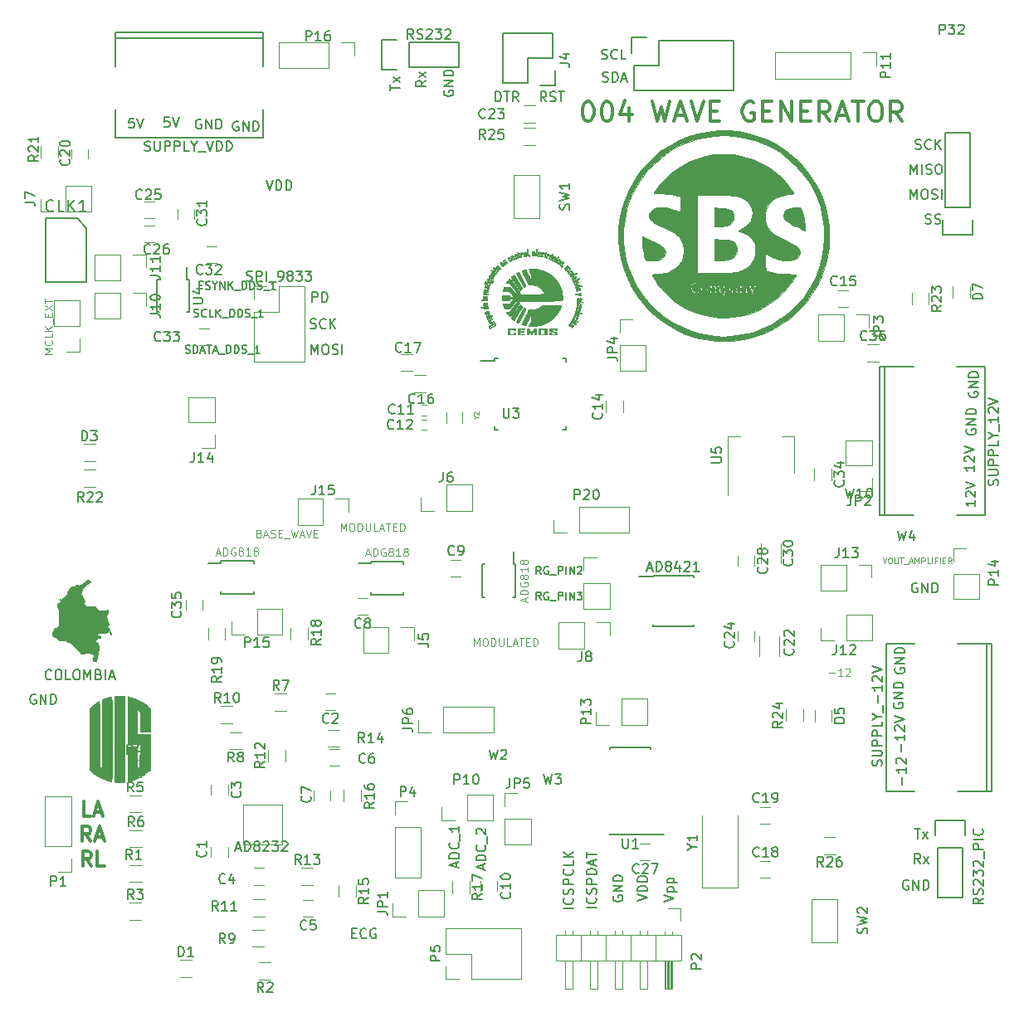
<source format=gbr>
G04 #@! TF.FileFunction,Legend,Top*
%FSLAX46Y46*%
G04 Gerber Fmt 4.6, Leading zero omitted, Abs format (unit mm)*
G04 Created by KiCad (PCBNEW 4.0.2-stable) date 10/05/17 14:17:11*
%MOMM*%
G01*
G04 APERTURE LIST*
%ADD10C,0.100000*%
%ADD11C,0.300000*%
%ADD12C,0.200000*%
%ADD13C,0.120000*%
%ADD14C,0.150000*%
%ADD15C,0.030000*%
%ADD16C,0.010000*%
%ADD17C,0.130000*%
G04 APERTURE END LIST*
D10*
D11*
X81355429Y-119042571D02*
X80641143Y-119042571D01*
X80641143Y-117542571D01*
X81784000Y-118614000D02*
X82498286Y-118614000D01*
X81641143Y-119042571D02*
X82141143Y-117542571D01*
X82641143Y-119042571D01*
X81355429Y-121582571D02*
X80855429Y-120868286D01*
X80498286Y-121582571D02*
X80498286Y-120082571D01*
X81069714Y-120082571D01*
X81212572Y-120154000D01*
X81284000Y-120225429D01*
X81355429Y-120368286D01*
X81355429Y-120582571D01*
X81284000Y-120725429D01*
X81212572Y-120796857D01*
X81069714Y-120868286D01*
X80498286Y-120868286D01*
X81926857Y-121154000D02*
X82641143Y-121154000D01*
X81784000Y-121582571D02*
X82284000Y-120082571D01*
X82784000Y-121582571D01*
X81391143Y-124122571D02*
X80891143Y-123408286D01*
X80534000Y-124122571D02*
X80534000Y-122622571D01*
X81105428Y-122622571D01*
X81248286Y-122694000D01*
X81319714Y-122765429D01*
X81391143Y-122908286D01*
X81391143Y-123122571D01*
X81319714Y-123265429D01*
X81248286Y-123336857D01*
X81105428Y-123408286D01*
X80534000Y-123408286D01*
X82748286Y-124122571D02*
X82034000Y-124122571D01*
X82034000Y-122622571D01*
X132030475Y-46114762D02*
X132220951Y-46114762D01*
X132411427Y-46210000D01*
X132506665Y-46305238D01*
X132601903Y-46495714D01*
X132697142Y-46876667D01*
X132697142Y-47352857D01*
X132601903Y-47733810D01*
X132506665Y-47924286D01*
X132411427Y-48019524D01*
X132220951Y-48114762D01*
X132030475Y-48114762D01*
X131839999Y-48019524D01*
X131744761Y-47924286D01*
X131649522Y-47733810D01*
X131554284Y-47352857D01*
X131554284Y-46876667D01*
X131649522Y-46495714D01*
X131744761Y-46305238D01*
X131839999Y-46210000D01*
X132030475Y-46114762D01*
X133935237Y-46114762D02*
X134125713Y-46114762D01*
X134316189Y-46210000D01*
X134411427Y-46305238D01*
X134506665Y-46495714D01*
X134601904Y-46876667D01*
X134601904Y-47352857D01*
X134506665Y-47733810D01*
X134411427Y-47924286D01*
X134316189Y-48019524D01*
X134125713Y-48114762D01*
X133935237Y-48114762D01*
X133744761Y-48019524D01*
X133649523Y-47924286D01*
X133554284Y-47733810D01*
X133459046Y-47352857D01*
X133459046Y-46876667D01*
X133554284Y-46495714D01*
X133649523Y-46305238D01*
X133744761Y-46210000D01*
X133935237Y-46114762D01*
X136316189Y-46781429D02*
X136316189Y-48114762D01*
X135839999Y-46019524D02*
X135363808Y-47448095D01*
X136601904Y-47448095D01*
X138697142Y-46114762D02*
X139173333Y-48114762D01*
X139554285Y-46686190D01*
X139935238Y-48114762D01*
X140411428Y-46114762D01*
X141078094Y-47543333D02*
X142030475Y-47543333D01*
X140887618Y-48114762D02*
X141554285Y-46114762D01*
X142220952Y-48114762D01*
X142601904Y-46114762D02*
X143268571Y-48114762D01*
X143935238Y-46114762D01*
X144601904Y-47067143D02*
X145268571Y-47067143D01*
X145554285Y-48114762D02*
X144601904Y-48114762D01*
X144601904Y-46114762D01*
X145554285Y-46114762D01*
X148982858Y-46210000D02*
X148792381Y-46114762D01*
X148506667Y-46114762D01*
X148220953Y-46210000D01*
X148030477Y-46400476D01*
X147935238Y-46590952D01*
X147840000Y-46971905D01*
X147840000Y-47257619D01*
X147935238Y-47638571D01*
X148030477Y-47829048D01*
X148220953Y-48019524D01*
X148506667Y-48114762D01*
X148697143Y-48114762D01*
X148982858Y-48019524D01*
X149078096Y-47924286D01*
X149078096Y-47257619D01*
X148697143Y-47257619D01*
X149935238Y-47067143D02*
X150601905Y-47067143D01*
X150887619Y-48114762D02*
X149935238Y-48114762D01*
X149935238Y-46114762D01*
X150887619Y-46114762D01*
X151744762Y-48114762D02*
X151744762Y-46114762D01*
X152887620Y-48114762D01*
X152887620Y-46114762D01*
X153840000Y-47067143D02*
X154506667Y-47067143D01*
X154792381Y-48114762D02*
X153840000Y-48114762D01*
X153840000Y-46114762D01*
X154792381Y-46114762D01*
X156792382Y-48114762D02*
X156125715Y-47162381D01*
X155649524Y-48114762D02*
X155649524Y-46114762D01*
X156411429Y-46114762D01*
X156601905Y-46210000D01*
X156697144Y-46305238D01*
X156792382Y-46495714D01*
X156792382Y-46781429D01*
X156697144Y-46971905D01*
X156601905Y-47067143D01*
X156411429Y-47162381D01*
X155649524Y-47162381D01*
X157554286Y-47543333D02*
X158506667Y-47543333D01*
X157363810Y-48114762D02*
X158030477Y-46114762D01*
X158697144Y-48114762D01*
X159078096Y-46114762D02*
X160220953Y-46114762D01*
X159649525Y-48114762D02*
X159649525Y-46114762D01*
X161268573Y-46114762D02*
X161649525Y-46114762D01*
X161840001Y-46210000D01*
X162030478Y-46400476D01*
X162125716Y-46781429D01*
X162125716Y-47448095D01*
X162030478Y-47829048D01*
X161840001Y-48019524D01*
X161649525Y-48114762D01*
X161268573Y-48114762D01*
X161078097Y-48019524D01*
X160887620Y-47829048D01*
X160792382Y-47448095D01*
X160792382Y-46781429D01*
X160887620Y-46400476D01*
X161078097Y-46210000D01*
X161268573Y-46114762D01*
X164125716Y-48114762D02*
X163459049Y-47162381D01*
X162982858Y-48114762D02*
X162982858Y-46114762D01*
X163744763Y-46114762D01*
X163935239Y-46210000D01*
X164030478Y-46305238D01*
X164125716Y-46495714D01*
X164125716Y-46781429D01*
X164030478Y-46971905D01*
X163935239Y-47067143D01*
X163744763Y-47162381D01*
X162982858Y-47162381D01*
D12*
X77359048Y-105017143D02*
X77311429Y-105064762D01*
X77168572Y-105112381D01*
X77073334Y-105112381D01*
X76930476Y-105064762D01*
X76835238Y-104969524D01*
X76787619Y-104874286D01*
X76740000Y-104683810D01*
X76740000Y-104540952D01*
X76787619Y-104350476D01*
X76835238Y-104255238D01*
X76930476Y-104160000D01*
X77073334Y-104112381D01*
X77168572Y-104112381D01*
X77311429Y-104160000D01*
X77359048Y-104207619D01*
X77978095Y-104112381D02*
X78168572Y-104112381D01*
X78263810Y-104160000D01*
X78359048Y-104255238D01*
X78406667Y-104445714D01*
X78406667Y-104779048D01*
X78359048Y-104969524D01*
X78263810Y-105064762D01*
X78168572Y-105112381D01*
X77978095Y-105112381D01*
X77882857Y-105064762D01*
X77787619Y-104969524D01*
X77740000Y-104779048D01*
X77740000Y-104445714D01*
X77787619Y-104255238D01*
X77882857Y-104160000D01*
X77978095Y-104112381D01*
X79311429Y-105112381D02*
X78835238Y-105112381D01*
X78835238Y-104112381D01*
X79835238Y-104112381D02*
X80025715Y-104112381D01*
X80120953Y-104160000D01*
X80216191Y-104255238D01*
X80263810Y-104445714D01*
X80263810Y-104779048D01*
X80216191Y-104969524D01*
X80120953Y-105064762D01*
X80025715Y-105112381D01*
X79835238Y-105112381D01*
X79740000Y-105064762D01*
X79644762Y-104969524D01*
X79597143Y-104779048D01*
X79597143Y-104445714D01*
X79644762Y-104255238D01*
X79740000Y-104160000D01*
X79835238Y-104112381D01*
X80692381Y-105112381D02*
X80692381Y-104112381D01*
X81025715Y-104826667D01*
X81359048Y-104112381D01*
X81359048Y-105112381D01*
X82168572Y-104588571D02*
X82311429Y-104636190D01*
X82359048Y-104683810D01*
X82406667Y-104779048D01*
X82406667Y-104921905D01*
X82359048Y-105017143D01*
X82311429Y-105064762D01*
X82216191Y-105112381D01*
X81835238Y-105112381D01*
X81835238Y-104112381D01*
X82168572Y-104112381D01*
X82263810Y-104160000D01*
X82311429Y-104207619D01*
X82359048Y-104302857D01*
X82359048Y-104398095D01*
X82311429Y-104493333D01*
X82263810Y-104540952D01*
X82168572Y-104588571D01*
X81835238Y-104588571D01*
X82835238Y-105112381D02*
X82835238Y-104112381D01*
X83263809Y-104826667D02*
X83740000Y-104826667D01*
X83168571Y-105112381D02*
X83501904Y-104112381D01*
X83835238Y-105112381D01*
D13*
X95350000Y-123200000D02*
X95350000Y-122200000D01*
X93650000Y-122200000D02*
X93650000Y-123200000D01*
X105300000Y-108200000D02*
X106300000Y-108200000D01*
X106300000Y-106500000D02*
X105300000Y-106500000D01*
X95350000Y-116850000D02*
X95350000Y-115850000D01*
X93650000Y-115850000D02*
X93650000Y-116850000D01*
X98000000Y-126050000D02*
X99000000Y-126050000D01*
X99000000Y-124350000D02*
X98000000Y-124350000D01*
X103050000Y-129300000D02*
X104050000Y-129300000D01*
X104050000Y-127600000D02*
X103050000Y-127600000D01*
X106700000Y-112200000D02*
X105700000Y-112200000D01*
X105700000Y-113900000D02*
X106700000Y-113900000D01*
X104100000Y-116450000D02*
X104100000Y-117450000D01*
X105800000Y-117450000D02*
X105800000Y-116450000D01*
X108600000Y-98500000D02*
X109600000Y-98500000D01*
X109600000Y-96800000D02*
X108600000Y-96800000D01*
X122850000Y-126700000D02*
X122850000Y-125700000D01*
X121150000Y-125700000D02*
X121150000Y-126700000D01*
X135680000Y-76650000D02*
X135680000Y-77850000D01*
X133920000Y-77850000D02*
X133920000Y-76650000D01*
X158650000Y-65350000D02*
X157650000Y-65350000D01*
X157650000Y-67050000D02*
X158650000Y-67050000D01*
X114350000Y-74020000D02*
X115550000Y-74020000D01*
X115550000Y-75780000D02*
X114350000Y-75780000D01*
X113000000Y-71870000D02*
X114200000Y-71870000D01*
X114200000Y-73630000D02*
X113000000Y-73630000D01*
X150700000Y-123650000D02*
X149700000Y-123650000D01*
X149700000Y-125350000D02*
X150700000Y-125350000D01*
X150700000Y-118100000D02*
X149700000Y-118100000D01*
X149700000Y-119800000D02*
X150700000Y-119800000D01*
X79400000Y-50950000D02*
X79400000Y-51950000D01*
X81100000Y-51950000D02*
X81100000Y-50950000D01*
X149580000Y-100700000D02*
X149580000Y-102700000D01*
X151620000Y-102700000D02*
X151620000Y-100700000D01*
X126750000Y-48280000D02*
X125550000Y-48280000D01*
X125550000Y-46520000D02*
X126750000Y-46520000D01*
X149050000Y-101200000D02*
X149050000Y-100200000D01*
X147350000Y-100200000D02*
X147350000Y-101200000D01*
X86850000Y-58000000D02*
X87850000Y-58000000D01*
X87850000Y-56300000D02*
X86850000Y-56300000D01*
X86850000Y-60500000D02*
X87850000Y-60500000D01*
X87850000Y-58800000D02*
X86850000Y-58800000D01*
X137422000Y-123532000D02*
X138422000Y-123532000D01*
X138422000Y-121832000D02*
X137422000Y-121832000D01*
X149050000Y-93500000D02*
X149050000Y-92500000D01*
X147350000Y-92500000D02*
X147350000Y-93500000D01*
X151820000Y-93200000D02*
X151820000Y-91200000D01*
X149780000Y-91200000D02*
X149780000Y-93200000D01*
X90250000Y-57100000D02*
X90250000Y-58100000D01*
X91950000Y-58100000D02*
X91950000Y-57100000D01*
X93226000Y-62572000D02*
X94226000Y-62572000D01*
X94226000Y-60872000D02*
X93226000Y-60872000D01*
X93464000Y-69254000D02*
X92464000Y-69254000D01*
X92464000Y-70954000D02*
X93464000Y-70954000D01*
X155190000Y-84760000D02*
X155190000Y-83560000D01*
X156950000Y-83560000D02*
X156950000Y-84760000D01*
X91050000Y-97000000D02*
X91050000Y-98000000D01*
X92750000Y-98000000D02*
X92750000Y-97000000D01*
X161780000Y-72630000D02*
X160580000Y-72630000D01*
X160580000Y-70870000D02*
X161780000Y-70870000D01*
D14*
X80950000Y-59000000D02*
X79950000Y-58000000D01*
X79950000Y-58000000D02*
X76750000Y-58000000D01*
X76750000Y-58000000D02*
X76750000Y-64500000D01*
X76750000Y-64500000D02*
X80950000Y-64500000D01*
X80950000Y-64500000D02*
X80950000Y-59000000D01*
D13*
X80624000Y-81088000D02*
X81824000Y-81088000D01*
X81824000Y-82848000D02*
X80624000Y-82848000D01*
X155220000Y-109400000D02*
X155220000Y-108200000D01*
X156980000Y-108200000D02*
X156980000Y-109400000D01*
X169300000Y-66132000D02*
X169300000Y-64932000D01*
X171060000Y-64932000D02*
X171060000Y-66132000D01*
D14*
X128750000Y-44500000D02*
X128750000Y-42950000D01*
X127200000Y-44500000D02*
X128750000Y-44500000D01*
X127200000Y-44500000D02*
X128750000Y-44500000D01*
X125930000Y-44220000D02*
X125930000Y-41680000D01*
X125930000Y-41680000D02*
X128470000Y-41680000D01*
X128470000Y-41680000D02*
X128470000Y-39140000D01*
X128470000Y-39140000D02*
X123390000Y-39140000D01*
X123390000Y-39140000D02*
X123390000Y-44220000D01*
X123390000Y-44220000D02*
X125930000Y-44220000D01*
D13*
X114770000Y-129280000D02*
X117370000Y-129280000D01*
X117370000Y-129280000D02*
X117370000Y-126620000D01*
X117370000Y-126620000D02*
X114770000Y-126620000D01*
X114770000Y-126620000D02*
X114770000Y-129280000D01*
X113500000Y-129280000D02*
X112170000Y-129280000D01*
X112170000Y-129280000D02*
X112170000Y-127950000D01*
D14*
X168530000Y-56880000D02*
X168530000Y-49260000D01*
X171070000Y-56880000D02*
X171070000Y-49260000D01*
X171350000Y-59700000D02*
X171350000Y-58150000D01*
X168530000Y-49260000D02*
X171070000Y-49260000D01*
X171070000Y-56880000D02*
X168530000Y-56880000D01*
X168250000Y-58150000D02*
X168250000Y-59700000D01*
X168250000Y-59700000D02*
X171350000Y-59700000D01*
D13*
X112370000Y-120170000D02*
X112370000Y-125310000D01*
X112370000Y-125310000D02*
X115030000Y-125310000D01*
X115030000Y-125310000D02*
X115030000Y-120170000D01*
X115030000Y-120170000D02*
X112370000Y-120170000D01*
X112370000Y-118900000D02*
X112370000Y-117570000D01*
X112370000Y-117570000D02*
X113700000Y-117570000D01*
X85350000Y-124020000D02*
X86550000Y-124020000D01*
X86550000Y-125780000D02*
X85350000Y-125780000D01*
X98550000Y-133970000D02*
X99750000Y-133970000D01*
X99750000Y-135730000D02*
X98550000Y-135730000D01*
X86500000Y-129630000D02*
X85300000Y-129630000D01*
X85300000Y-127870000D02*
X86500000Y-127870000D01*
X85300000Y-113320000D02*
X86500000Y-113320000D01*
X86500000Y-115080000D02*
X85300000Y-115080000D01*
X86500000Y-118680000D02*
X85300000Y-118680000D01*
X85300000Y-116920000D02*
X86500000Y-116920000D01*
X86550000Y-122230000D02*
X85350000Y-122230000D01*
X85350000Y-120470000D02*
X86550000Y-120470000D01*
X101350000Y-108280000D02*
X100150000Y-108280000D01*
X100150000Y-106520000D02*
X101350000Y-106520000D01*
X95550000Y-110470000D02*
X96750000Y-110470000D01*
X96750000Y-112230000D02*
X95550000Y-112230000D01*
X99050000Y-132380000D02*
X97850000Y-132380000D01*
X97850000Y-130620000D02*
X99050000Y-130620000D01*
X95850000Y-109580000D02*
X94650000Y-109580000D01*
X94650000Y-107820000D02*
X95850000Y-107820000D01*
X99100000Y-129330000D02*
X97900000Y-129330000D01*
X97900000Y-127570000D02*
X99100000Y-127570000D01*
X101230000Y-112250000D02*
X101230000Y-113450000D01*
X99470000Y-113450000D02*
X99470000Y-112250000D01*
X104050000Y-126080000D02*
X102850000Y-126080000D01*
X102850000Y-124320000D02*
X104050000Y-124320000D01*
X106750000Y-111980000D02*
X105550000Y-111980000D01*
X105550000Y-110220000D02*
X106750000Y-110220000D01*
X106670000Y-127300000D02*
X106670000Y-126100000D01*
X108430000Y-126100000D02*
X108430000Y-127300000D01*
X108930000Y-116350000D02*
X108930000Y-117550000D01*
X107170000Y-117550000D02*
X107170000Y-116350000D01*
X118270000Y-126900000D02*
X118270000Y-125700000D01*
X120030000Y-125700000D02*
X120030000Y-126900000D01*
X103480000Y-99800000D02*
X103480000Y-101000000D01*
X101720000Y-101000000D02*
X101720000Y-99800000D01*
X95080000Y-99800000D02*
X95080000Y-101000000D01*
X93320000Y-101000000D02*
X93320000Y-99800000D01*
X76270000Y-51850000D02*
X76270000Y-50650000D01*
X78030000Y-50650000D02*
X78030000Y-51850000D01*
X81880000Y-85462000D02*
X80680000Y-85462000D01*
X80680000Y-83702000D02*
X81880000Y-83702000D01*
X165120000Y-66850000D02*
X165120000Y-65650000D01*
X166880000Y-65650000D02*
X166880000Y-66850000D01*
X154080000Y-108150000D02*
X154080000Y-109350000D01*
X152320000Y-109350000D02*
X152320000Y-108150000D01*
X126750000Y-50580000D02*
X125550000Y-50580000D01*
X125550000Y-48820000D02*
X126750000Y-48820000D01*
X156150000Y-121170000D02*
X157350000Y-121170000D01*
X157350000Y-122930000D02*
X156150000Y-122930000D01*
X124550000Y-53600000D02*
X124550000Y-58000000D01*
X124550000Y-53600000D02*
X127150000Y-53600000D01*
X127150000Y-58000000D02*
X124550000Y-58000000D01*
X127150000Y-53600000D02*
X127150000Y-58000000D01*
X154950000Y-127500000D02*
X154950000Y-131900000D01*
X154950000Y-127500000D02*
X157550000Y-127500000D01*
X157550000Y-131900000D02*
X154950000Y-131900000D01*
X157550000Y-127500000D02*
X157550000Y-131900000D01*
D14*
X91425000Y-64275000D02*
X91200000Y-64275000D01*
X91425000Y-67625000D02*
X91125000Y-67625000D01*
X88075000Y-67625000D02*
X88375000Y-67625000D01*
X88075000Y-64275000D02*
X88375000Y-64275000D01*
X91425000Y-64275000D02*
X91425000Y-67625000D01*
X88075000Y-64275000D02*
X88075000Y-67625000D01*
X91200000Y-64275000D02*
X91200000Y-63050000D01*
D13*
X143750000Y-119000000D02*
X143750000Y-126325000D01*
X143750000Y-126325000D02*
X147350000Y-126325000D01*
X147350000Y-126325000D02*
X147350000Y-119000000D01*
X119300000Y-77800000D02*
X119300000Y-78900000D01*
X117700000Y-77800000D02*
X117700000Y-78900000D01*
X78820000Y-57380000D02*
X81420000Y-57380000D01*
X81420000Y-57380000D02*
X81420000Y-54720000D01*
X81420000Y-54720000D02*
X78820000Y-54720000D01*
X78820000Y-54720000D02*
X78820000Y-57380000D01*
X77550000Y-57380000D02*
X76220000Y-57380000D01*
X76220000Y-57380000D02*
X76220000Y-56050000D01*
X84380000Y-65620000D02*
X81780000Y-65620000D01*
X81780000Y-65620000D02*
X81780000Y-68280000D01*
X81780000Y-68280000D02*
X84380000Y-68280000D01*
X84380000Y-68280000D02*
X84380000Y-65620000D01*
X85650000Y-65620000D02*
X86980000Y-65620000D01*
X86980000Y-65620000D02*
X86980000Y-66950000D01*
X84380000Y-61720000D02*
X81780000Y-61720000D01*
X81780000Y-61720000D02*
X81780000Y-64380000D01*
X81780000Y-64380000D02*
X84380000Y-64380000D01*
X84380000Y-64380000D02*
X84380000Y-61720000D01*
X85650000Y-61720000D02*
X86980000Y-61720000D01*
X86980000Y-61720000D02*
X86980000Y-63050000D01*
X158470000Y-101130000D02*
X161070000Y-101130000D01*
X161070000Y-101130000D02*
X161070000Y-98470000D01*
X161070000Y-98470000D02*
X158470000Y-98470000D01*
X158470000Y-98470000D02*
X158470000Y-101130000D01*
X157200000Y-101130000D02*
X155870000Y-101130000D01*
X155870000Y-101130000D02*
X155870000Y-99800000D01*
X158430000Y-93370000D02*
X155830000Y-93370000D01*
X155830000Y-93370000D02*
X155830000Y-96030000D01*
X155830000Y-96030000D02*
X158430000Y-96030000D01*
X158430000Y-96030000D02*
X158430000Y-93370000D01*
X159700000Y-93370000D02*
X161030000Y-93370000D01*
X161030000Y-93370000D02*
X161030000Y-94700000D01*
X94030000Y-78880000D02*
X94030000Y-76280000D01*
X94030000Y-76280000D02*
X91370000Y-76280000D01*
X91370000Y-76280000D02*
X91370000Y-78880000D01*
X91370000Y-78880000D02*
X94030000Y-78880000D01*
X94030000Y-80150000D02*
X94030000Y-81480000D01*
X94030000Y-81480000D02*
X92700000Y-81480000D01*
X105080000Y-86670000D02*
X102480000Y-86670000D01*
X102480000Y-86670000D02*
X102480000Y-89330000D01*
X102480000Y-89330000D02*
X105080000Y-89330000D01*
X105080000Y-89330000D02*
X105080000Y-86670000D01*
X106350000Y-86670000D02*
X107680000Y-86670000D01*
X107680000Y-86670000D02*
X107680000Y-88000000D01*
X161080000Y-83280000D02*
X161080000Y-80680000D01*
X161080000Y-80680000D02*
X158420000Y-80680000D01*
X158420000Y-80680000D02*
X158420000Y-83280000D01*
X158420000Y-83280000D02*
X161080000Y-83280000D01*
X161080000Y-84550000D02*
X161080000Y-85880000D01*
X161080000Y-85880000D02*
X159750000Y-85880000D01*
X158180000Y-67870000D02*
X155580000Y-67870000D01*
X155580000Y-67870000D02*
X155580000Y-70530000D01*
X155580000Y-70530000D02*
X158180000Y-70530000D01*
X158180000Y-70530000D02*
X158180000Y-67870000D01*
X159450000Y-67870000D02*
X160780000Y-67870000D01*
X160780000Y-67870000D02*
X160780000Y-69200000D01*
X91650000Y-135480000D02*
X90450000Y-135480000D01*
X90450000Y-133720000D02*
X91650000Y-133720000D01*
X109160000Y-99762000D02*
X109160000Y-102422000D01*
X111760000Y-99762000D02*
X109160000Y-99762000D01*
X111760000Y-102422000D02*
X109160000Y-102422000D01*
X111760000Y-99762000D02*
X111760000Y-102422000D01*
X113030000Y-99762000D02*
X114360000Y-99762000D01*
X114360000Y-99762000D02*
X114360000Y-101092000D01*
X135320000Y-73570000D02*
X137980000Y-73570000D01*
X135320000Y-70970000D02*
X135320000Y-73570000D01*
X137980000Y-70970000D02*
X137980000Y-73570000D01*
X135320000Y-70970000D02*
X137980000Y-70970000D01*
X135320000Y-69700000D02*
X135320000Y-68370000D01*
X135320000Y-68370000D02*
X136650000Y-68370000D01*
X123620000Y-121920000D02*
X126280000Y-121920000D01*
X123620000Y-119320000D02*
X123620000Y-121920000D01*
X126280000Y-119320000D02*
X126280000Y-121920000D01*
X123620000Y-119320000D02*
X126280000Y-119320000D01*
X123620000Y-118050000D02*
X123620000Y-116720000D01*
X123620000Y-116720000D02*
X124950000Y-116720000D01*
X79380000Y-122130000D02*
X79380000Y-116990000D01*
X79380000Y-116990000D02*
X76720000Y-116990000D01*
X76720000Y-116990000D02*
X76720000Y-122130000D01*
X76720000Y-122130000D02*
X79380000Y-122130000D01*
X79380000Y-123400000D02*
X79380000Y-124730000D01*
X79380000Y-124730000D02*
X78050000Y-124730000D01*
X125310000Y-135680000D02*
X125310000Y-130480000D01*
X120170000Y-135680000D02*
X125310000Y-135680000D01*
X117570000Y-130480000D02*
X125310000Y-130480000D01*
X120170000Y-135680000D02*
X120170000Y-133080000D01*
X120170000Y-133080000D02*
X117570000Y-133080000D01*
X117570000Y-133080000D02*
X117570000Y-130480000D01*
X118900000Y-135680000D02*
X117570000Y-135680000D01*
X117570000Y-135680000D02*
X117570000Y-134350000D01*
X122370000Y-119480000D02*
X122370000Y-116820000D01*
X119770000Y-119480000D02*
X122370000Y-119480000D01*
X119770000Y-116820000D02*
X122370000Y-116820000D01*
X119770000Y-119480000D02*
X119770000Y-116820000D01*
X118500000Y-119480000D02*
X117170000Y-119480000D01*
X117170000Y-119480000D02*
X117170000Y-118150000D01*
X131670000Y-97870000D02*
X134330000Y-97870000D01*
X131670000Y-95270000D02*
X131670000Y-97870000D01*
X134330000Y-95270000D02*
X134330000Y-97870000D01*
X131670000Y-95270000D02*
X134330000Y-95270000D01*
X131670000Y-94000000D02*
X131670000Y-92670000D01*
X131670000Y-92670000D02*
X133000000Y-92670000D01*
X169370000Y-96920000D02*
X172030000Y-96920000D01*
X169370000Y-94320000D02*
X169370000Y-96920000D01*
X172030000Y-94320000D02*
X172030000Y-96920000D01*
X169370000Y-94320000D02*
X172030000Y-94320000D01*
X169370000Y-93050000D02*
X169370000Y-91720000D01*
X169370000Y-91720000D02*
X170700000Y-91720000D01*
D14*
X138475000Y-120950000D02*
X138475000Y-120925000D01*
X134325000Y-120950000D02*
X134325000Y-120835000D01*
X134325000Y-112050000D02*
X134325000Y-112165000D01*
X138475000Y-112050000D02*
X138475000Y-112165000D01*
X138475000Y-120950000D02*
X134325000Y-120950000D01*
X138475000Y-112050000D02*
X134325000Y-112050000D01*
X138475000Y-120925000D02*
X139850000Y-120925000D01*
D15*
X96878220Y-117884000D02*
X96878220Y-121917520D01*
X100919360Y-121917520D02*
X96878220Y-121917520D01*
X96878220Y-117884000D02*
X100919360Y-117884000D01*
X100919360Y-117884000D02*
X100919360Y-121914900D01*
D14*
X122575000Y-72325000D02*
X122575000Y-72550000D01*
X129825000Y-72325000D02*
X129825000Y-72650000D01*
X129825000Y-79575000D02*
X129825000Y-79250000D01*
X122575000Y-79575000D02*
X122575000Y-79250000D01*
X122575000Y-72325000D02*
X122900000Y-72325000D01*
X122575000Y-79575000D02*
X122900000Y-79575000D01*
X129825000Y-79575000D02*
X129500000Y-79575000D01*
X129825000Y-72325000D02*
X129500000Y-72325000D01*
X122575000Y-72550000D02*
X121150000Y-72550000D01*
X109925000Y-93075000D02*
X109925000Y-93250000D01*
X113275000Y-93075000D02*
X113275000Y-93325000D01*
X113275000Y-96425000D02*
X113275000Y-96175000D01*
X109925000Y-96425000D02*
X109925000Y-96175000D01*
X109925000Y-93075000D02*
X113275000Y-93075000D01*
X109925000Y-96425000D02*
X113275000Y-96425000D01*
X109925000Y-93250000D02*
X108675000Y-93250000D01*
X94625000Y-93025000D02*
X94625000Y-93200000D01*
X97975000Y-93025000D02*
X97975000Y-93275000D01*
X97975000Y-96375000D02*
X97975000Y-96125000D01*
X94625000Y-96375000D02*
X94625000Y-96125000D01*
X94625000Y-93025000D02*
X97975000Y-93025000D01*
X94625000Y-96375000D02*
X97975000Y-96375000D01*
X94625000Y-93200000D02*
X93375000Y-93200000D01*
X138725000Y-94525000D02*
X138725000Y-94575000D01*
X142875000Y-94525000D02*
X142875000Y-94670000D01*
X142875000Y-99675000D02*
X142875000Y-99530000D01*
X138725000Y-99675000D02*
X138725000Y-99530000D01*
X138725000Y-94525000D02*
X142875000Y-94525000D01*
X138725000Y-99675000D02*
X142875000Y-99675000D01*
X138725000Y-94575000D02*
X137325000Y-94575000D01*
D13*
X141630000Y-131140000D02*
X128810000Y-131140000D01*
X128810000Y-131140000D02*
X128810000Y-133800000D01*
X128810000Y-133800000D02*
X141630000Y-133800000D01*
X141630000Y-133800000D02*
X141630000Y-131140000D01*
X140680000Y-133800000D02*
X140680000Y-136700000D01*
X140680000Y-136700000D02*
X139920000Y-136700000D01*
X139920000Y-136700000D02*
X139920000Y-133800000D01*
X140620000Y-133800000D02*
X140620000Y-136700000D01*
X140500000Y-133800000D02*
X140500000Y-136700000D01*
X140380000Y-133800000D02*
X140380000Y-136700000D01*
X140260000Y-133800000D02*
X140260000Y-136700000D01*
X140140000Y-133800000D02*
X140140000Y-136700000D01*
X140020000Y-133800000D02*
X140020000Y-136700000D01*
X140680000Y-130810000D02*
X140680000Y-131140000D01*
X139920000Y-130810000D02*
X139920000Y-131140000D01*
X139030000Y-131140000D02*
X139030000Y-133800000D01*
X138140000Y-133800000D02*
X138140000Y-136700000D01*
X138140000Y-136700000D02*
X137380000Y-136700000D01*
X137380000Y-136700000D02*
X137380000Y-133800000D01*
X138140000Y-130742929D02*
X138140000Y-131140000D01*
X137380000Y-130742929D02*
X137380000Y-131140000D01*
X136490000Y-131140000D02*
X136490000Y-133800000D01*
X135600000Y-133800000D02*
X135600000Y-136700000D01*
X135600000Y-136700000D02*
X134840000Y-136700000D01*
X134840000Y-136700000D02*
X134840000Y-133800000D01*
X135600000Y-130742929D02*
X135600000Y-131140000D01*
X134840000Y-130742929D02*
X134840000Y-131140000D01*
X133950000Y-131140000D02*
X133950000Y-133800000D01*
X133060000Y-133800000D02*
X133060000Y-136700000D01*
X133060000Y-136700000D02*
X132300000Y-136700000D01*
X132300000Y-136700000D02*
X132300000Y-133800000D01*
X133060000Y-130742929D02*
X133060000Y-131140000D01*
X132300000Y-130742929D02*
X132300000Y-131140000D01*
X131410000Y-131140000D02*
X131410000Y-133800000D01*
X130520000Y-133800000D02*
X130520000Y-136700000D01*
X130520000Y-136700000D02*
X129760000Y-136700000D01*
X129760000Y-136700000D02*
X129760000Y-133800000D01*
X130520000Y-130742929D02*
X130520000Y-131140000D01*
X129760000Y-130742929D02*
X129760000Y-131140000D01*
X140300000Y-128430000D02*
X141570000Y-128430000D01*
X141570000Y-128430000D02*
X141570000Y-129700000D01*
X80230000Y-66430000D02*
X77570000Y-66430000D01*
X80230000Y-69030000D02*
X80230000Y-66430000D01*
X77570000Y-69030000D02*
X77570000Y-66430000D01*
X80230000Y-69030000D02*
X77570000Y-69030000D01*
X80230000Y-70300000D02*
X80230000Y-71630000D01*
X80230000Y-71630000D02*
X78900000Y-71630000D01*
D14*
X162399680Y-73208740D02*
X161851040Y-73208740D01*
X161851040Y-73208740D02*
X161851040Y-88291260D01*
X161851040Y-88291260D02*
X162399680Y-88291260D01*
X169699640Y-88291260D02*
X172600320Y-88291260D01*
X172600320Y-88291260D02*
X172600320Y-77188920D01*
X165300360Y-73208740D02*
X162399680Y-73208740D01*
X162399680Y-73208740D02*
X162399680Y-88291260D01*
X162399680Y-88291260D02*
X165300360Y-88291260D01*
X172600320Y-77188920D02*
X172600320Y-74808940D01*
X172600320Y-74808940D02*
X172600320Y-73208740D01*
X172600320Y-73208740D02*
X169699640Y-73208740D01*
X98981260Y-39603680D02*
X98981260Y-39055040D01*
X98981260Y-39055040D02*
X83898740Y-39055040D01*
X83898740Y-39055040D02*
X83898740Y-39603680D01*
X83898740Y-46903640D02*
X83898740Y-49804320D01*
X83898740Y-49804320D02*
X95001080Y-49804320D01*
X98981260Y-42504360D02*
X98981260Y-39603680D01*
X98981260Y-39603680D02*
X83898740Y-39603680D01*
X83898740Y-39603680D02*
X83898740Y-42504360D01*
X95001080Y-49804320D02*
X97381060Y-49804320D01*
X97381060Y-49804320D02*
X98981260Y-49804320D01*
X98981260Y-49804320D02*
X98981260Y-46903640D01*
X172750320Y-116541260D02*
X173298960Y-116541260D01*
X173298960Y-116541260D02*
X173298960Y-101458740D01*
X173298960Y-101458740D02*
X172750320Y-101458740D01*
X165450360Y-101458740D02*
X162549680Y-101458740D01*
X162549680Y-101458740D02*
X162549680Y-112561080D01*
X169849640Y-116541260D02*
X172750320Y-116541260D01*
X172750320Y-116541260D02*
X172750320Y-101458740D01*
X172750320Y-101458740D02*
X169849640Y-101458740D01*
X162549680Y-112561080D02*
X162549680Y-114941060D01*
X162549680Y-114941060D02*
X162549680Y-116541260D01*
X162549680Y-116541260D02*
X165450360Y-116541260D01*
D13*
X119118000Y-92876000D02*
X118118000Y-92876000D01*
X118118000Y-94576000D02*
X119118000Y-94576000D01*
X120270000Y-87880000D02*
X120270000Y-85220000D01*
X117670000Y-87880000D02*
X120270000Y-87880000D01*
X117670000Y-85220000D02*
X120270000Y-85220000D01*
X117670000Y-87880000D02*
X117670000Y-85220000D01*
X116400000Y-87880000D02*
X115070000Y-87880000D01*
X115070000Y-87880000D02*
X115070000Y-86550000D01*
X129130000Y-99270000D02*
X129130000Y-101930000D01*
X131730000Y-99270000D02*
X129130000Y-99270000D01*
X131730000Y-101930000D02*
X129130000Y-101930000D01*
X131730000Y-99270000D02*
X131730000Y-101930000D01*
X133000000Y-99270000D02*
X134330000Y-99270000D01*
X134330000Y-99270000D02*
X134330000Y-100600000D01*
X122488000Y-110550000D02*
X122488000Y-107890000D01*
X117348000Y-110550000D02*
X122488000Y-110550000D01*
X117348000Y-107890000D02*
X122488000Y-107890000D01*
X117348000Y-110550000D02*
X117348000Y-107890000D01*
X116078000Y-110550000D02*
X114748000Y-110550000D01*
X114748000Y-110550000D02*
X114748000Y-109220000D01*
X138120000Y-109730000D02*
X138120000Y-107070000D01*
X135520000Y-109730000D02*
X138120000Y-109730000D01*
X135520000Y-107070000D02*
X138120000Y-107070000D01*
X135520000Y-109730000D02*
X135520000Y-107070000D01*
X134250000Y-109730000D02*
X132920000Y-109730000D01*
X132920000Y-109730000D02*
X132920000Y-108400000D01*
X100920000Y-100530000D02*
X100920000Y-97870000D01*
X98320000Y-100530000D02*
X100920000Y-100530000D01*
X98320000Y-97870000D02*
X100920000Y-97870000D01*
X98320000Y-100530000D02*
X98320000Y-97870000D01*
X97050000Y-100530000D02*
X95720000Y-100530000D01*
X95720000Y-100530000D02*
X95720000Y-99200000D01*
D14*
X124675000Y-93325000D02*
X124500000Y-93325000D01*
X124675000Y-96675000D02*
X124425000Y-96675000D01*
X121325000Y-96675000D02*
X121575000Y-96675000D01*
X121325000Y-93325000D02*
X121575000Y-93325000D01*
X124675000Y-93325000D02*
X124675000Y-96675000D01*
X121325000Y-93325000D02*
X121325000Y-96675000D01*
X124500000Y-93325000D02*
X124500000Y-92075000D01*
X113870000Y-42620000D02*
X118950000Y-42620000D01*
X118950000Y-42620000D02*
X118950000Y-40080000D01*
X118950000Y-40080000D02*
X113870000Y-40080000D01*
X111050000Y-39800000D02*
X112600000Y-39800000D01*
X113870000Y-40080000D02*
X113870000Y-42620000D01*
X112600000Y-42900000D02*
X111050000Y-42900000D01*
X111050000Y-42900000D02*
X111050000Y-39800000D01*
X139370000Y-39880000D02*
X146990000Y-39880000D01*
X146990000Y-39880000D02*
X146990000Y-44960000D01*
X146990000Y-44960000D02*
X136830000Y-44960000D01*
X136830000Y-44960000D02*
X136830000Y-42420000D01*
X138100000Y-39600000D02*
X136550000Y-39600000D01*
X136830000Y-42420000D02*
X139370000Y-42420000D01*
X139370000Y-42420000D02*
X139370000Y-39880000D01*
X136550000Y-39600000D02*
X136550000Y-41150000D01*
X167780000Y-122270000D02*
X167780000Y-127350000D01*
X167780000Y-127350000D02*
X170320000Y-127350000D01*
X170320000Y-127350000D02*
X170320000Y-122270000D01*
X170600000Y-119450000D02*
X170600000Y-121000000D01*
X170320000Y-122270000D02*
X167780000Y-122270000D01*
X167500000Y-121000000D02*
X167500000Y-119450000D01*
X167500000Y-119450000D02*
X170600000Y-119450000D01*
D13*
X151200000Y-41120000D02*
X151200000Y-43780000D01*
X158880000Y-41120000D02*
X151200000Y-41120000D01*
X158880000Y-43780000D02*
X151200000Y-43780000D01*
X158880000Y-41120000D02*
X158880000Y-43780000D01*
X160150000Y-41120000D02*
X161480000Y-41120000D01*
X161480000Y-41120000D02*
X161480000Y-42450000D01*
X100524000Y-40072000D02*
X100524000Y-42732000D01*
X105664000Y-40072000D02*
X100524000Y-40072000D01*
X105664000Y-42732000D02*
X100524000Y-42732000D01*
X105664000Y-40072000D02*
X105664000Y-42732000D01*
X106934000Y-40072000D02*
X108264000Y-40072000D01*
X108264000Y-40072000D02*
X108264000Y-41402000D01*
X136310000Y-90130000D02*
X136310000Y-87470000D01*
X131170000Y-90130000D02*
X136310000Y-90130000D01*
X131170000Y-87470000D02*
X136310000Y-87470000D01*
X131170000Y-90130000D02*
X131170000Y-87470000D01*
X129900000Y-90130000D02*
X128570000Y-90130000D01*
X128570000Y-90130000D02*
X128570000Y-88800000D01*
X97984000Y-72704000D02*
X103184000Y-72704000D01*
X97984000Y-67564000D02*
X97984000Y-72704000D01*
X103184000Y-64964000D02*
X103184000Y-72704000D01*
X97984000Y-67564000D02*
X100584000Y-67564000D01*
X100584000Y-67564000D02*
X100584000Y-64964000D01*
X100584000Y-64964000D02*
X103184000Y-64964000D01*
X97984000Y-66294000D02*
X97984000Y-64964000D01*
X97984000Y-64964000D02*
X99314000Y-64964000D01*
X153160000Y-80290000D02*
X151900000Y-80290000D01*
X146340000Y-80290000D02*
X147600000Y-80290000D01*
X153160000Y-84050000D02*
X153160000Y-80290000D01*
X146340000Y-86300000D02*
X146340000Y-80290000D01*
X115120000Y-78130000D02*
X115620000Y-78130000D01*
X115620000Y-77070000D02*
X115120000Y-77070000D01*
X115090000Y-79610000D02*
X115590000Y-79610000D01*
X115590000Y-78550000D02*
X115090000Y-78550000D01*
D16*
G36*
X81202872Y-94936683D02*
X81277655Y-95000386D01*
X81288831Y-95014124D01*
X81347135Y-95088245D01*
X81269301Y-95160416D01*
X81131037Y-95272052D01*
X80972684Y-95374470D01*
X80922777Y-95401701D01*
X80859570Y-95448362D01*
X80822876Y-95500801D01*
X80794219Y-95546666D01*
X80770704Y-95557555D01*
X80729022Y-95577069D01*
X80680890Y-95621055D01*
X80575100Y-95752173D01*
X80503546Y-95870876D01*
X80455203Y-95998472D01*
X80428272Y-96109297D01*
X80399439Y-96223939D01*
X80364985Y-96324901D01*
X80331773Y-96392470D01*
X80327826Y-96397872D01*
X80285768Y-96466178D01*
X80273313Y-96519709D01*
X80293122Y-96544851D01*
X80299001Y-96545333D01*
X80337224Y-96524818D01*
X80343000Y-96517111D01*
X80379161Y-96489856D01*
X80408686Y-96507125D01*
X80413556Y-96531222D01*
X80436867Y-96566183D01*
X80466796Y-96573555D01*
X80503685Y-96587237D01*
X80526878Y-96636537D01*
X80538505Y-96696720D01*
X80574290Y-96812385D01*
X80625945Y-96884678D01*
X80677681Y-96954763D01*
X80710456Y-97039809D01*
X80719181Y-97119748D01*
X80699314Y-97173974D01*
X80679531Y-97220352D01*
X80668429Y-97297988D01*
X80667556Y-97327088D01*
X80671190Y-97403678D01*
X80687369Y-97439221D01*
X80724008Y-97448924D01*
X80731056Y-97449085D01*
X80795458Y-97476596D01*
X80837671Y-97537301D01*
X80880786Y-97624876D01*
X81147023Y-97633239D01*
X81268950Y-97634221D01*
X81373190Y-97629862D01*
X81444260Y-97621046D01*
X81462455Y-97615274D01*
X81535740Y-97606286D01*
X81626912Y-97628658D01*
X81710913Y-97650573D01*
X81779897Y-97656806D01*
X81794061Y-97654800D01*
X81829418Y-97660539D01*
X81876043Y-97698525D01*
X81940297Y-97774935D01*
X81997585Y-97852381D01*
X82100651Y-97982087D01*
X82187577Y-98060443D01*
X82261053Y-98089307D01*
X82318395Y-98074196D01*
X82358829Y-98065118D01*
X82439333Y-98057939D01*
X82543535Y-98054045D01*
X82558445Y-98053848D01*
X82695360Y-98049287D01*
X82840124Y-98039595D01*
X82946079Y-98028680D01*
X83042489Y-98017423D01*
X83097817Y-98017651D01*
X83126819Y-98032603D01*
X83144254Y-98065521D01*
X83147000Y-98072791D01*
X83154707Y-98140907D01*
X83119199Y-98207195D01*
X83080136Y-98280339D01*
X83066445Y-98345194D01*
X83051042Y-98411902D01*
X83025215Y-98447222D01*
X82995457Y-98500676D01*
X82980542Y-98594981D01*
X82978965Y-98716966D01*
X82989220Y-98853456D01*
X83009804Y-98991278D01*
X83039209Y-99117259D01*
X83075932Y-99218226D01*
X83118467Y-99281006D01*
X83120697Y-99282889D01*
X83175115Y-99342271D01*
X83206969Y-99391942D01*
X83222474Y-99433605D01*
X83214859Y-99471881D01*
X83177451Y-99521901D01*
X83125605Y-99576454D01*
X83051205Y-99656117D01*
X83016553Y-99704958D01*
X83018635Y-99729002D01*
X83046606Y-99734444D01*
X83087712Y-99754353D01*
X83147870Y-99803878D01*
X83211955Y-99867713D01*
X83264840Y-99930555D01*
X83291400Y-99977098D01*
X83292223Y-99982961D01*
X83304266Y-100036270D01*
X83317037Y-100066438D01*
X83347163Y-100139891D01*
X83381864Y-100243724D01*
X83413677Y-100353346D01*
X83435138Y-100444167D01*
X83438977Y-100468222D01*
X83433506Y-100524345D01*
X83391013Y-100546747D01*
X83386034Y-100547522D01*
X83348119Y-100547242D01*
X83331227Y-100522683D01*
X83328519Y-100459925D01*
X83329421Y-100432317D01*
X83320616Y-100325776D01*
X83278699Y-100226546D01*
X83255709Y-100189733D01*
X83206119Y-100125305D01*
X83165053Y-100090136D01*
X83149585Y-100088165D01*
X83132718Y-100119347D01*
X83135636Y-100127348D01*
X83130493Y-100163484D01*
X83105781Y-100203009D01*
X83080813Y-100228542D01*
X83083014Y-100214222D01*
X83078986Y-100203313D01*
X83043822Y-100227192D01*
X83026389Y-100242444D01*
X82971289Y-100287640D01*
X82933960Y-100309226D01*
X82930115Y-100309537D01*
X82887912Y-100313621D01*
X82883000Y-100315054D01*
X82717700Y-100357242D01*
X82542441Y-100378749D01*
X82385584Y-100383398D01*
X82211288Y-100386722D01*
X82087788Y-100397122D01*
X82009760Y-100415630D01*
X81971881Y-100443277D01*
X81966210Y-100464694D01*
X81983911Y-100534815D01*
X82040744Y-100578709D01*
X82138100Y-100601917D01*
X82248019Y-100631695D01*
X82310930Y-100687972D01*
X82331767Y-100775170D01*
X82331769Y-100775327D01*
X82327218Y-100817767D01*
X82301577Y-100833504D01*
X82239196Y-100829935D01*
X82221233Y-100827596D01*
X82113928Y-100828717D01*
X82058955Y-100854195D01*
X82034908Y-100878322D01*
X82050445Y-100875397D01*
X82076427Y-100867905D01*
X82064556Y-100885399D01*
X82011712Y-100919451D01*
X81994672Y-100924817D01*
X81925880Y-100960743D01*
X81889436Y-101035301D01*
X81881111Y-101125590D01*
X81885874Y-101205561D01*
X81908792Y-101258204D01*
X81962807Y-101306841D01*
X81994000Y-101329000D01*
X82069476Y-101391272D01*
X82102707Y-101449140D01*
X82106889Y-101484604D01*
X82120824Y-101554440D01*
X82147408Y-101595605D01*
X82191849Y-101664581D01*
X82210058Y-101763291D01*
X82198524Y-101869802D01*
X82193825Y-101885673D01*
X82180080Y-101940282D01*
X82158615Y-102040925D01*
X82131321Y-102178019D01*
X82100087Y-102341977D01*
X82066804Y-102523216D01*
X82054307Y-102592969D01*
X82021768Y-102772434D01*
X81991529Y-102932804D01*
X81965233Y-103065866D01*
X81944526Y-103163403D01*
X81931053Y-103217202D01*
X81927806Y-103224935D01*
X81895382Y-103223881D01*
X81868919Y-103207369D01*
X81817377Y-103188382D01*
X81791122Y-103194956D01*
X81706619Y-103219210D01*
X81670155Y-103205067D01*
X81683556Y-103191666D01*
X81669445Y-103177555D01*
X81655334Y-103191666D01*
X81667836Y-103204168D01*
X81625815Y-103187870D01*
X81598562Y-103163096D01*
X81567410Y-103109006D01*
X81566903Y-103107000D01*
X81570667Y-103107000D01*
X81584778Y-103121111D01*
X81598889Y-103107000D01*
X81584778Y-103092889D01*
X81570667Y-103107000D01*
X81566903Y-103107000D01*
X81549722Y-103039136D01*
X81547282Y-102973013D01*
X81561875Y-102930160D01*
X81576670Y-102923555D01*
X81596405Y-102900613D01*
X81598889Y-102881222D01*
X81616607Y-102843706D01*
X81631815Y-102838889D01*
X81651448Y-102828163D01*
X81647270Y-102821418D01*
X81649783Y-102790470D01*
X81669580Y-102764165D01*
X81692290Y-102706435D01*
X81672238Y-102633912D01*
X81616557Y-102558189D01*
X81532383Y-102490859D01*
X81486000Y-102465871D01*
X81421822Y-102446652D01*
X81326810Y-102430945D01*
X81212665Y-102419156D01*
X81091083Y-102411688D01*
X80973764Y-102408944D01*
X80872405Y-102411329D01*
X80798705Y-102419247D01*
X80764362Y-102433102D01*
X80764589Y-102440955D01*
X80753698Y-102455438D01*
X80697529Y-102466484D01*
X80591353Y-102474862D01*
X80540556Y-102477347D01*
X80481581Y-102471156D01*
X80400842Y-102453874D01*
X80330093Y-102432361D01*
X80327396Y-102431301D01*
X80284726Y-102396355D01*
X80237410Y-102333564D01*
X80231046Y-102322948D01*
X80137472Y-102184578D01*
X80016813Y-102039460D01*
X79906105Y-101927346D01*
X79767800Y-101795871D01*
X79650787Y-101676195D01*
X79560538Y-101574483D01*
X79502526Y-101496899D01*
X79482223Y-101449874D01*
X79460331Y-101428639D01*
X79451984Y-101427777D01*
X79407830Y-101409686D01*
X79385162Y-101391193D01*
X79336617Y-101360956D01*
X79258061Y-101328398D01*
X79224900Y-101317605D01*
X79109094Y-101279959D01*
X79001267Y-101239726D01*
X78915537Y-101202656D01*
X78866022Y-101174502D01*
X78860759Y-101169266D01*
X78808020Y-101134301D01*
X78722523Y-101111705D01*
X78627539Y-101107013D01*
X78607334Y-101108978D01*
X78389636Y-101117535D01*
X78206791Y-101081904D01*
X78058420Y-101002000D01*
X78028778Y-100977029D01*
X77956659Y-100919846D01*
X77859782Y-100853585D01*
X77788889Y-100810114D01*
X77658125Y-100733581D01*
X77567247Y-100676601D01*
X77506848Y-100631233D01*
X77467517Y-100589537D01*
X77439846Y-100543575D01*
X77419942Y-100498786D01*
X77406402Y-100435188D01*
X77419417Y-100413374D01*
X77431638Y-100377893D01*
X77421810Y-100355024D01*
X77418054Y-100302905D01*
X77449813Y-100256991D01*
X77488125Y-100210852D01*
X77500785Y-100186000D01*
X77512109Y-100149755D01*
X77545053Y-100083738D01*
X77589885Y-100005113D01*
X77636872Y-99931042D01*
X77672828Y-99882611D01*
X77723350Y-99832928D01*
X77752879Y-99821637D01*
X77754186Y-99850708D01*
X77750461Y-99861444D01*
X77750292Y-99897763D01*
X77762438Y-99903777D01*
X77795755Y-99881178D01*
X77807528Y-99859822D01*
X77840698Y-99829289D01*
X77862734Y-99830579D01*
X77902686Y-99824047D01*
X77954796Y-99792453D01*
X78001827Y-99750179D01*
X78026538Y-99711607D01*
X78023615Y-99696355D01*
X78026826Y-99679455D01*
X78038185Y-99678000D01*
X78067751Y-99655373D01*
X78071111Y-99637682D01*
X78089704Y-99586979D01*
X78117935Y-99550541D01*
X78160362Y-99472948D01*
X78168318Y-99375518D01*
X78145638Y-99297000D01*
X78135650Y-99250202D01*
X78126737Y-99154327D01*
X78119293Y-99016738D01*
X78113716Y-98844797D01*
X78110402Y-98645868D01*
X78110353Y-98640787D01*
X78104690Y-98041018D01*
X78000182Y-97839070D01*
X77948575Y-97736540D01*
X77920389Y-97667518D01*
X77912065Y-97615932D01*
X77920044Y-97565709D01*
X77931465Y-97528672D01*
X77959186Y-97460661D01*
X77984811Y-97422929D01*
X77990962Y-97420222D01*
X78010787Y-97396760D01*
X78014667Y-97368481D01*
X78027437Y-97307578D01*
X78062152Y-97295003D01*
X78089681Y-97311033D01*
X78121518Y-97325486D01*
X78127556Y-97314910D01*
X78145235Y-97278090D01*
X78189054Y-97221434D01*
X78202352Y-97206646D01*
X78247897Y-97151709D01*
X78263181Y-97104501D01*
X78253618Y-97039177D01*
X78244685Y-97004565D01*
X78220459Y-96904805D01*
X78216822Y-96854334D01*
X78236386Y-96848933D01*
X78281766Y-96884384D01*
X78305323Y-96906719D01*
X78370411Y-96961746D01*
X78412388Y-96975105D01*
X78430117Y-96965260D01*
X78450273Y-96915815D01*
X78447037Y-96895064D01*
X78458362Y-96856230D01*
X78498631Y-96831322D01*
X78547714Y-96799617D01*
X78620872Y-96737046D01*
X78704952Y-96655169D01*
X78734777Y-96623819D01*
X78814891Y-96540527D01*
X78883324Y-96474307D01*
X78929198Y-96435495D01*
X78938838Y-96429944D01*
X78962908Y-96397773D01*
X78987817Y-96327681D01*
X79001206Y-96269942D01*
X79053773Y-96073097D01*
X79128645Y-95910256D01*
X79221256Y-95790612D01*
X79252417Y-95764060D01*
X79329172Y-95703999D01*
X79395463Y-95648897D01*
X79410103Y-95635862D01*
X79483320Y-95601609D01*
X79561387Y-95617531D01*
X79616278Y-95664577D01*
X79644408Y-95688216D01*
X79651556Y-95675838D01*
X79674496Y-95646520D01*
X79696341Y-95642222D01*
X79736534Y-95618379D01*
X79771853Y-95560765D01*
X79772799Y-95558310D01*
X79802756Y-95496738D01*
X79843133Y-95464683D01*
X79907806Y-95457690D01*
X80010653Y-95471304D01*
X80031821Y-95475141D01*
X80138331Y-95489060D01*
X80220372Y-95480225D01*
X80299815Y-95442642D01*
X80390109Y-95376973D01*
X80454456Y-95331966D01*
X80547085Y-95273765D01*
X80635604Y-95222023D01*
X80746810Y-95150335D01*
X80805413Y-95090157D01*
X80814273Y-95066801D01*
X80838157Y-95018379D01*
X80865111Y-95005504D01*
X80916537Y-94993266D01*
X80992385Y-94964912D01*
X81015350Y-94954871D01*
X81120107Y-94922523D01*
X81202872Y-94936683D01*
X81202872Y-94936683D01*
G37*
X81202872Y-94936683D02*
X81277655Y-95000386D01*
X81288831Y-95014124D01*
X81347135Y-95088245D01*
X81269301Y-95160416D01*
X81131037Y-95272052D01*
X80972684Y-95374470D01*
X80922777Y-95401701D01*
X80859570Y-95448362D01*
X80822876Y-95500801D01*
X80794219Y-95546666D01*
X80770704Y-95557555D01*
X80729022Y-95577069D01*
X80680890Y-95621055D01*
X80575100Y-95752173D01*
X80503546Y-95870876D01*
X80455203Y-95998472D01*
X80428272Y-96109297D01*
X80399439Y-96223939D01*
X80364985Y-96324901D01*
X80331773Y-96392470D01*
X80327826Y-96397872D01*
X80285768Y-96466178D01*
X80273313Y-96519709D01*
X80293122Y-96544851D01*
X80299001Y-96545333D01*
X80337224Y-96524818D01*
X80343000Y-96517111D01*
X80379161Y-96489856D01*
X80408686Y-96507125D01*
X80413556Y-96531222D01*
X80436867Y-96566183D01*
X80466796Y-96573555D01*
X80503685Y-96587237D01*
X80526878Y-96636537D01*
X80538505Y-96696720D01*
X80574290Y-96812385D01*
X80625945Y-96884678D01*
X80677681Y-96954763D01*
X80710456Y-97039809D01*
X80719181Y-97119748D01*
X80699314Y-97173974D01*
X80679531Y-97220352D01*
X80668429Y-97297988D01*
X80667556Y-97327088D01*
X80671190Y-97403678D01*
X80687369Y-97439221D01*
X80724008Y-97448924D01*
X80731056Y-97449085D01*
X80795458Y-97476596D01*
X80837671Y-97537301D01*
X80880786Y-97624876D01*
X81147023Y-97633239D01*
X81268950Y-97634221D01*
X81373190Y-97629862D01*
X81444260Y-97621046D01*
X81462455Y-97615274D01*
X81535740Y-97606286D01*
X81626912Y-97628658D01*
X81710913Y-97650573D01*
X81779897Y-97656806D01*
X81794061Y-97654800D01*
X81829418Y-97660539D01*
X81876043Y-97698525D01*
X81940297Y-97774935D01*
X81997585Y-97852381D01*
X82100651Y-97982087D01*
X82187577Y-98060443D01*
X82261053Y-98089307D01*
X82318395Y-98074196D01*
X82358829Y-98065118D01*
X82439333Y-98057939D01*
X82543535Y-98054045D01*
X82558445Y-98053848D01*
X82695360Y-98049287D01*
X82840124Y-98039595D01*
X82946079Y-98028680D01*
X83042489Y-98017423D01*
X83097817Y-98017651D01*
X83126819Y-98032603D01*
X83144254Y-98065521D01*
X83147000Y-98072791D01*
X83154707Y-98140907D01*
X83119199Y-98207195D01*
X83080136Y-98280339D01*
X83066445Y-98345194D01*
X83051042Y-98411902D01*
X83025215Y-98447222D01*
X82995457Y-98500676D01*
X82980542Y-98594981D01*
X82978965Y-98716966D01*
X82989220Y-98853456D01*
X83009804Y-98991278D01*
X83039209Y-99117259D01*
X83075932Y-99218226D01*
X83118467Y-99281006D01*
X83120697Y-99282889D01*
X83175115Y-99342271D01*
X83206969Y-99391942D01*
X83222474Y-99433605D01*
X83214859Y-99471881D01*
X83177451Y-99521901D01*
X83125605Y-99576454D01*
X83051205Y-99656117D01*
X83016553Y-99704958D01*
X83018635Y-99729002D01*
X83046606Y-99734444D01*
X83087712Y-99754353D01*
X83147870Y-99803878D01*
X83211955Y-99867713D01*
X83264840Y-99930555D01*
X83291400Y-99977098D01*
X83292223Y-99982961D01*
X83304266Y-100036270D01*
X83317037Y-100066438D01*
X83347163Y-100139891D01*
X83381864Y-100243724D01*
X83413677Y-100353346D01*
X83435138Y-100444167D01*
X83438977Y-100468222D01*
X83433506Y-100524345D01*
X83391013Y-100546747D01*
X83386034Y-100547522D01*
X83348119Y-100547242D01*
X83331227Y-100522683D01*
X83328519Y-100459925D01*
X83329421Y-100432317D01*
X83320616Y-100325776D01*
X83278699Y-100226546D01*
X83255709Y-100189733D01*
X83206119Y-100125305D01*
X83165053Y-100090136D01*
X83149585Y-100088165D01*
X83132718Y-100119347D01*
X83135636Y-100127348D01*
X83130493Y-100163484D01*
X83105781Y-100203009D01*
X83080813Y-100228542D01*
X83083014Y-100214222D01*
X83078986Y-100203313D01*
X83043822Y-100227192D01*
X83026389Y-100242444D01*
X82971289Y-100287640D01*
X82933960Y-100309226D01*
X82930115Y-100309537D01*
X82887912Y-100313621D01*
X82883000Y-100315054D01*
X82717700Y-100357242D01*
X82542441Y-100378749D01*
X82385584Y-100383398D01*
X82211288Y-100386722D01*
X82087788Y-100397122D01*
X82009760Y-100415630D01*
X81971881Y-100443277D01*
X81966210Y-100464694D01*
X81983911Y-100534815D01*
X82040744Y-100578709D01*
X82138100Y-100601917D01*
X82248019Y-100631695D01*
X82310930Y-100687972D01*
X82331767Y-100775170D01*
X82331769Y-100775327D01*
X82327218Y-100817767D01*
X82301577Y-100833504D01*
X82239196Y-100829935D01*
X82221233Y-100827596D01*
X82113928Y-100828717D01*
X82058955Y-100854195D01*
X82034908Y-100878322D01*
X82050445Y-100875397D01*
X82076427Y-100867905D01*
X82064556Y-100885399D01*
X82011712Y-100919451D01*
X81994672Y-100924817D01*
X81925880Y-100960743D01*
X81889436Y-101035301D01*
X81881111Y-101125590D01*
X81885874Y-101205561D01*
X81908792Y-101258204D01*
X81962807Y-101306841D01*
X81994000Y-101329000D01*
X82069476Y-101391272D01*
X82102707Y-101449140D01*
X82106889Y-101484604D01*
X82120824Y-101554440D01*
X82147408Y-101595605D01*
X82191849Y-101664581D01*
X82210058Y-101763291D01*
X82198524Y-101869802D01*
X82193825Y-101885673D01*
X82180080Y-101940282D01*
X82158615Y-102040925D01*
X82131321Y-102178019D01*
X82100087Y-102341977D01*
X82066804Y-102523216D01*
X82054307Y-102592969D01*
X82021768Y-102772434D01*
X81991529Y-102932804D01*
X81965233Y-103065866D01*
X81944526Y-103163403D01*
X81931053Y-103217202D01*
X81927806Y-103224935D01*
X81895382Y-103223881D01*
X81868919Y-103207369D01*
X81817377Y-103188382D01*
X81791122Y-103194956D01*
X81706619Y-103219210D01*
X81670155Y-103205067D01*
X81683556Y-103191666D01*
X81669445Y-103177555D01*
X81655334Y-103191666D01*
X81667836Y-103204168D01*
X81625815Y-103187870D01*
X81598562Y-103163096D01*
X81567410Y-103109006D01*
X81566903Y-103107000D01*
X81570667Y-103107000D01*
X81584778Y-103121111D01*
X81598889Y-103107000D01*
X81584778Y-103092889D01*
X81570667Y-103107000D01*
X81566903Y-103107000D01*
X81549722Y-103039136D01*
X81547282Y-102973013D01*
X81561875Y-102930160D01*
X81576670Y-102923555D01*
X81596405Y-102900613D01*
X81598889Y-102881222D01*
X81616607Y-102843706D01*
X81631815Y-102838889D01*
X81651448Y-102828163D01*
X81647270Y-102821418D01*
X81649783Y-102790470D01*
X81669580Y-102764165D01*
X81692290Y-102706435D01*
X81672238Y-102633912D01*
X81616557Y-102558189D01*
X81532383Y-102490859D01*
X81486000Y-102465871D01*
X81421822Y-102446652D01*
X81326810Y-102430945D01*
X81212665Y-102419156D01*
X81091083Y-102411688D01*
X80973764Y-102408944D01*
X80872405Y-102411329D01*
X80798705Y-102419247D01*
X80764362Y-102433102D01*
X80764589Y-102440955D01*
X80753698Y-102455438D01*
X80697529Y-102466484D01*
X80591353Y-102474862D01*
X80540556Y-102477347D01*
X80481581Y-102471156D01*
X80400842Y-102453874D01*
X80330093Y-102432361D01*
X80327396Y-102431301D01*
X80284726Y-102396355D01*
X80237410Y-102333564D01*
X80231046Y-102322948D01*
X80137472Y-102184578D01*
X80016813Y-102039460D01*
X79906105Y-101927346D01*
X79767800Y-101795871D01*
X79650787Y-101676195D01*
X79560538Y-101574483D01*
X79502526Y-101496899D01*
X79482223Y-101449874D01*
X79460331Y-101428639D01*
X79451984Y-101427777D01*
X79407830Y-101409686D01*
X79385162Y-101391193D01*
X79336617Y-101360956D01*
X79258061Y-101328398D01*
X79224900Y-101317605D01*
X79109094Y-101279959D01*
X79001267Y-101239726D01*
X78915537Y-101202656D01*
X78866022Y-101174502D01*
X78860759Y-101169266D01*
X78808020Y-101134301D01*
X78722523Y-101111705D01*
X78627539Y-101107013D01*
X78607334Y-101108978D01*
X78389636Y-101117535D01*
X78206791Y-101081904D01*
X78058420Y-101002000D01*
X78028778Y-100977029D01*
X77956659Y-100919846D01*
X77859782Y-100853585D01*
X77788889Y-100810114D01*
X77658125Y-100733581D01*
X77567247Y-100676601D01*
X77506848Y-100631233D01*
X77467517Y-100589537D01*
X77439846Y-100543575D01*
X77419942Y-100498786D01*
X77406402Y-100435188D01*
X77419417Y-100413374D01*
X77431638Y-100377893D01*
X77421810Y-100355024D01*
X77418054Y-100302905D01*
X77449813Y-100256991D01*
X77488125Y-100210852D01*
X77500785Y-100186000D01*
X77512109Y-100149755D01*
X77545053Y-100083738D01*
X77589885Y-100005113D01*
X77636872Y-99931042D01*
X77672828Y-99882611D01*
X77723350Y-99832928D01*
X77752879Y-99821637D01*
X77754186Y-99850708D01*
X77750461Y-99861444D01*
X77750292Y-99897763D01*
X77762438Y-99903777D01*
X77795755Y-99881178D01*
X77807528Y-99859822D01*
X77840698Y-99829289D01*
X77862734Y-99830579D01*
X77902686Y-99824047D01*
X77954796Y-99792453D01*
X78001827Y-99750179D01*
X78026538Y-99711607D01*
X78023615Y-99696355D01*
X78026826Y-99679455D01*
X78038185Y-99678000D01*
X78067751Y-99655373D01*
X78071111Y-99637682D01*
X78089704Y-99586979D01*
X78117935Y-99550541D01*
X78160362Y-99472948D01*
X78168318Y-99375518D01*
X78145638Y-99297000D01*
X78135650Y-99250202D01*
X78126737Y-99154327D01*
X78119293Y-99016738D01*
X78113716Y-98844797D01*
X78110402Y-98645868D01*
X78110353Y-98640787D01*
X78104690Y-98041018D01*
X78000182Y-97839070D01*
X77948575Y-97736540D01*
X77920389Y-97667518D01*
X77912065Y-97615932D01*
X77920044Y-97565709D01*
X77931465Y-97528672D01*
X77959186Y-97460661D01*
X77984811Y-97422929D01*
X77990962Y-97420222D01*
X78010787Y-97396760D01*
X78014667Y-97368481D01*
X78027437Y-97307578D01*
X78062152Y-97295003D01*
X78089681Y-97311033D01*
X78121518Y-97325486D01*
X78127556Y-97314910D01*
X78145235Y-97278090D01*
X78189054Y-97221434D01*
X78202352Y-97206646D01*
X78247897Y-97151709D01*
X78263181Y-97104501D01*
X78253618Y-97039177D01*
X78244685Y-97004565D01*
X78220459Y-96904805D01*
X78216822Y-96854334D01*
X78236386Y-96848933D01*
X78281766Y-96884384D01*
X78305323Y-96906719D01*
X78370411Y-96961746D01*
X78412388Y-96975105D01*
X78430117Y-96965260D01*
X78450273Y-96915815D01*
X78447037Y-96895064D01*
X78458362Y-96856230D01*
X78498631Y-96831322D01*
X78547714Y-96799617D01*
X78620872Y-96737046D01*
X78704952Y-96655169D01*
X78734777Y-96623819D01*
X78814891Y-96540527D01*
X78883324Y-96474307D01*
X78929198Y-96435495D01*
X78938838Y-96429944D01*
X78962908Y-96397773D01*
X78987817Y-96327681D01*
X79001206Y-96269942D01*
X79053773Y-96073097D01*
X79128645Y-95910256D01*
X79221256Y-95790612D01*
X79252417Y-95764060D01*
X79329172Y-95703999D01*
X79395463Y-95648897D01*
X79410103Y-95635862D01*
X79483320Y-95601609D01*
X79561387Y-95617531D01*
X79616278Y-95664577D01*
X79644408Y-95688216D01*
X79651556Y-95675838D01*
X79674496Y-95646520D01*
X79696341Y-95642222D01*
X79736534Y-95618379D01*
X79771853Y-95560765D01*
X79772799Y-95558310D01*
X79802756Y-95496738D01*
X79843133Y-95464683D01*
X79907806Y-95457690D01*
X80010653Y-95471304D01*
X80031821Y-95475141D01*
X80138331Y-95489060D01*
X80220372Y-95480225D01*
X80299815Y-95442642D01*
X80390109Y-95376973D01*
X80454456Y-95331966D01*
X80547085Y-95273765D01*
X80635604Y-95222023D01*
X80746810Y-95150335D01*
X80805413Y-95090157D01*
X80814273Y-95066801D01*
X80838157Y-95018379D01*
X80865111Y-95005504D01*
X80916537Y-94993266D01*
X80992385Y-94964912D01*
X81015350Y-94954871D01*
X81120107Y-94922523D01*
X81202872Y-94936683D01*
G36*
X81824667Y-103219889D02*
X81810556Y-103234000D01*
X81796445Y-103219889D01*
X81810556Y-103205777D01*
X81824667Y-103219889D01*
X81824667Y-103219889D01*
G37*
X81824667Y-103219889D02*
X81810556Y-103234000D01*
X81796445Y-103219889D01*
X81810556Y-103205777D01*
X81824667Y-103219889D01*
G36*
X81683556Y-102711889D02*
X81669445Y-102726000D01*
X81655334Y-102711889D01*
X81669445Y-102697777D01*
X81683556Y-102711889D01*
X81683556Y-102711889D01*
G37*
X81683556Y-102711889D02*
X81669445Y-102726000D01*
X81655334Y-102711889D01*
X81669445Y-102697777D01*
X81683556Y-102711889D01*
G36*
X83179334Y-100115444D02*
X83165223Y-100129555D01*
X83151111Y-100115444D01*
X83165223Y-100101333D01*
X83179334Y-100115444D01*
X83179334Y-100115444D01*
G37*
X83179334Y-100115444D02*
X83165223Y-100129555D01*
X83151111Y-100115444D01*
X83165223Y-100101333D01*
X83179334Y-100115444D01*
G36*
X147494978Y-49164922D02*
X148549519Y-49373641D01*
X149362229Y-49610850D01*
X150377040Y-50004168D01*
X151323577Y-50484327D01*
X152210021Y-51056504D01*
X153044551Y-51725879D01*
X153703565Y-52358902D01*
X154418749Y-53178353D01*
X155037139Y-54048411D01*
X155558791Y-54961722D01*
X155983760Y-55910929D01*
X156312103Y-56888679D01*
X156543873Y-57887615D01*
X156679127Y-58900384D01*
X156717921Y-59919630D01*
X156660310Y-60937997D01*
X156506349Y-61948132D01*
X156256095Y-62942678D01*
X155909602Y-63914282D01*
X155466926Y-64855587D01*
X154928123Y-65759240D01*
X154293248Y-66617884D01*
X153590000Y-67396468D01*
X152773899Y-68138797D01*
X151897756Y-68787777D01*
X150968375Y-69340865D01*
X149992561Y-69795519D01*
X148977118Y-70149198D01*
X147928852Y-70399359D01*
X146854568Y-70543461D01*
X145761070Y-70578961D01*
X145145933Y-70550686D01*
X144072226Y-70415897D01*
X143029343Y-70175887D01*
X142023699Y-69835654D01*
X141061710Y-69400195D01*
X140149791Y-68874509D01*
X139294356Y-68263592D01*
X138501822Y-67572442D01*
X137778603Y-66806058D01*
X137131115Y-65969435D01*
X136565773Y-65067573D01*
X136088991Y-64105469D01*
X135755112Y-63234974D01*
X135454972Y-62164299D01*
X135266615Y-61086133D01*
X135202062Y-60179218D01*
X135706084Y-60179218D01*
X135794129Y-61225324D01*
X135989017Y-62261830D01*
X136212565Y-63047333D01*
X136590140Y-64019757D01*
X137063484Y-64940409D01*
X137625519Y-65803697D01*
X138269165Y-66604027D01*
X138987343Y-67335808D01*
X139772975Y-67993446D01*
X140618981Y-68571350D01*
X141518283Y-69063926D01*
X142463800Y-69465582D01*
X143448456Y-69770725D01*
X144465170Y-69973763D01*
X145066889Y-70042546D01*
X145402688Y-70069383D01*
X145663167Y-70085845D01*
X145884780Y-70091964D01*
X146103983Y-70087772D01*
X146357229Y-70073300D01*
X146680975Y-70048580D01*
X146737914Y-70043986D01*
X147822202Y-69903138D01*
X148860817Y-69659263D01*
X149856387Y-69311367D01*
X150811539Y-68858457D01*
X151728902Y-68299541D01*
X152149481Y-67998652D01*
X152448786Y-67755447D01*
X152791022Y-67447121D01*
X153152434Y-67097750D01*
X153509265Y-66731415D01*
X153837760Y-66372194D01*
X154114163Y-66044166D01*
X154239111Y-65880634D01*
X154820610Y-64986870D01*
X155301995Y-64049377D01*
X155682564Y-63076367D01*
X155961615Y-62076054D01*
X156138447Y-61056649D01*
X156212356Y-60026364D01*
X156182643Y-58993412D01*
X156048603Y-57966006D01*
X155809537Y-56952357D01*
X155464741Y-55960679D01*
X155147046Y-55257695D01*
X154621145Y-54324656D01*
X154014022Y-53465431D01*
X153332421Y-52683084D01*
X152583089Y-51980679D01*
X151772769Y-51361279D01*
X150908208Y-50827948D01*
X149996151Y-50383751D01*
X149043343Y-50031750D01*
X148056528Y-49775011D01*
X147042453Y-49616596D01*
X146007862Y-49559570D01*
X144959501Y-49606996D01*
X143904116Y-49761939D01*
X143333145Y-49891524D01*
X142360948Y-50197508D01*
X141420162Y-50607335D01*
X140520329Y-51114094D01*
X139670995Y-51710877D01*
X138881702Y-52390776D01*
X138161994Y-53146880D01*
X137521416Y-53972282D01*
X137354435Y-54219611D01*
X136826577Y-55128834D01*
X136398376Y-56084022D01*
X136071028Y-57075916D01*
X135845731Y-58095254D01*
X135723684Y-59132775D01*
X135706084Y-60179218D01*
X135202062Y-60179218D01*
X135189711Y-60005704D01*
X135223929Y-58928239D01*
X135368938Y-57858966D01*
X135624408Y-56803110D01*
X135990009Y-55765899D01*
X136266712Y-55145111D01*
X136789042Y-54187042D01*
X137393347Y-53301385D01*
X138072785Y-52491029D01*
X138820520Y-51758866D01*
X139629710Y-51107784D01*
X140493518Y-50540675D01*
X141405104Y-50060429D01*
X142357630Y-49669936D01*
X143344255Y-49372086D01*
X144358142Y-49169769D01*
X145392451Y-49065876D01*
X146440342Y-49063297D01*
X147494978Y-49164922D01*
X147494978Y-49164922D01*
G37*
X147494978Y-49164922D02*
X148549519Y-49373641D01*
X149362229Y-49610850D01*
X150377040Y-50004168D01*
X151323577Y-50484327D01*
X152210021Y-51056504D01*
X153044551Y-51725879D01*
X153703565Y-52358902D01*
X154418749Y-53178353D01*
X155037139Y-54048411D01*
X155558791Y-54961722D01*
X155983760Y-55910929D01*
X156312103Y-56888679D01*
X156543873Y-57887615D01*
X156679127Y-58900384D01*
X156717921Y-59919630D01*
X156660310Y-60937997D01*
X156506349Y-61948132D01*
X156256095Y-62942678D01*
X155909602Y-63914282D01*
X155466926Y-64855587D01*
X154928123Y-65759240D01*
X154293248Y-66617884D01*
X153590000Y-67396468D01*
X152773899Y-68138797D01*
X151897756Y-68787777D01*
X150968375Y-69340865D01*
X149992561Y-69795519D01*
X148977118Y-70149198D01*
X147928852Y-70399359D01*
X146854568Y-70543461D01*
X145761070Y-70578961D01*
X145145933Y-70550686D01*
X144072226Y-70415897D01*
X143029343Y-70175887D01*
X142023699Y-69835654D01*
X141061710Y-69400195D01*
X140149791Y-68874509D01*
X139294356Y-68263592D01*
X138501822Y-67572442D01*
X137778603Y-66806058D01*
X137131115Y-65969435D01*
X136565773Y-65067573D01*
X136088991Y-64105469D01*
X135755112Y-63234974D01*
X135454972Y-62164299D01*
X135266615Y-61086133D01*
X135202062Y-60179218D01*
X135706084Y-60179218D01*
X135794129Y-61225324D01*
X135989017Y-62261830D01*
X136212565Y-63047333D01*
X136590140Y-64019757D01*
X137063484Y-64940409D01*
X137625519Y-65803697D01*
X138269165Y-66604027D01*
X138987343Y-67335808D01*
X139772975Y-67993446D01*
X140618981Y-68571350D01*
X141518283Y-69063926D01*
X142463800Y-69465582D01*
X143448456Y-69770725D01*
X144465170Y-69973763D01*
X145066889Y-70042546D01*
X145402688Y-70069383D01*
X145663167Y-70085845D01*
X145884780Y-70091964D01*
X146103983Y-70087772D01*
X146357229Y-70073300D01*
X146680975Y-70048580D01*
X146737914Y-70043986D01*
X147822202Y-69903138D01*
X148860817Y-69659263D01*
X149856387Y-69311367D01*
X150811539Y-68858457D01*
X151728902Y-68299541D01*
X152149481Y-67998652D01*
X152448786Y-67755447D01*
X152791022Y-67447121D01*
X153152434Y-67097750D01*
X153509265Y-66731415D01*
X153837760Y-66372194D01*
X154114163Y-66044166D01*
X154239111Y-65880634D01*
X154820610Y-64986870D01*
X155301995Y-64049377D01*
X155682564Y-63076367D01*
X155961615Y-62076054D01*
X156138447Y-61056649D01*
X156212356Y-60026364D01*
X156182643Y-58993412D01*
X156048603Y-57966006D01*
X155809537Y-56952357D01*
X155464741Y-55960679D01*
X155147046Y-55257695D01*
X154621145Y-54324656D01*
X154014022Y-53465431D01*
X153332421Y-52683084D01*
X152583089Y-51980679D01*
X151772769Y-51361279D01*
X150908208Y-50827948D01*
X149996151Y-50383751D01*
X149043343Y-50031750D01*
X148056528Y-49775011D01*
X147042453Y-49616596D01*
X146007862Y-49559570D01*
X144959501Y-49606996D01*
X143904116Y-49761939D01*
X143333145Y-49891524D01*
X142360948Y-50197508D01*
X141420162Y-50607335D01*
X140520329Y-51114094D01*
X139670995Y-51710877D01*
X138881702Y-52390776D01*
X138161994Y-53146880D01*
X137521416Y-53972282D01*
X137354435Y-54219611D01*
X136826577Y-55128834D01*
X136398376Y-56084022D01*
X136071028Y-57075916D01*
X135845731Y-58095254D01*
X135723684Y-59132775D01*
X135706084Y-60179218D01*
X135202062Y-60179218D01*
X135189711Y-60005704D01*
X135223929Y-58928239D01*
X135368938Y-57858966D01*
X135624408Y-56803110D01*
X135990009Y-55765899D01*
X136266712Y-55145111D01*
X136789042Y-54187042D01*
X137393347Y-53301385D01*
X138072785Y-52491029D01*
X138820520Y-51758866D01*
X139629710Y-51107784D01*
X140493518Y-50540675D01*
X141405104Y-50060429D01*
X142357630Y-49669936D01*
X143344255Y-49372086D01*
X144358142Y-49169769D01*
X145392451Y-49065876D01*
X146440342Y-49063297D01*
X147494978Y-49164922D01*
G36*
X146511321Y-51484628D02*
X146941704Y-51514374D01*
X147052341Y-51528126D01*
X147995893Y-51715222D01*
X148905383Y-52003344D01*
X149771753Y-52386998D01*
X150585943Y-52860690D01*
X151338896Y-53418927D01*
X152021552Y-54056214D01*
X152624853Y-54767058D01*
X152805172Y-55017115D01*
X152952118Y-55239530D01*
X153026020Y-55388274D01*
X153024221Y-55477938D01*
X152944063Y-55523112D01*
X152782888Y-55538386D01*
X152710029Y-55539358D01*
X152471049Y-55562232D01*
X152171103Y-55622147D01*
X151851438Y-55708225D01*
X151553303Y-55809588D01*
X151351745Y-55897538D01*
X150932435Y-56169437D01*
X150591522Y-56515805D01*
X150360629Y-56882562D01*
X150276499Y-57061126D01*
X150222533Y-57207973D01*
X150192084Y-57357929D01*
X150178503Y-57545821D01*
X150175144Y-57806475D01*
X150175111Y-57854444D01*
X150177498Y-58129111D01*
X150189098Y-58325757D01*
X150216566Y-58479221D01*
X150266559Y-58624342D01*
X150345733Y-58795958D01*
X150360897Y-58826870D01*
X150474718Y-59038403D01*
X150600793Y-59224896D01*
X150751240Y-59395090D01*
X150938178Y-59557722D01*
X151173727Y-59721533D01*
X151470005Y-59895261D01*
X151839132Y-60087645D01*
X152293227Y-60307424D01*
X152635883Y-60467349D01*
X153076357Y-60698484D01*
X153404384Y-60932896D01*
X153620372Y-61171088D01*
X153724729Y-61413565D01*
X153717862Y-61660829D01*
X153684076Y-61761158D01*
X153541044Y-61989699D01*
X153325196Y-62159062D01*
X153026516Y-62274474D01*
X152634988Y-62341165D01*
X152560001Y-62347910D01*
X152097116Y-62340692D01*
X151603178Y-62256171D01*
X151114979Y-62105068D01*
X150669313Y-61898105D01*
X150388222Y-61715054D01*
X150203333Y-61574032D01*
X150203333Y-62449808D01*
X150202358Y-62790840D01*
X150206459Y-63037776D01*
X150226174Y-63209273D01*
X150272042Y-63323993D01*
X150354603Y-63400594D01*
X150484395Y-63457737D01*
X150671957Y-63514080D01*
X150829871Y-63559120D01*
X151015954Y-63607077D01*
X151214573Y-63643236D01*
X151448705Y-63669986D01*
X151741328Y-63689717D01*
X152115422Y-63704818D01*
X152277666Y-63709671D01*
X152604573Y-63720781D01*
X152888715Y-63734211D01*
X153112406Y-63748813D01*
X153257964Y-63763439D01*
X153307778Y-63776491D01*
X153276877Y-63854248D01*
X153193512Y-64001862D01*
X153071688Y-64197943D01*
X152925410Y-64421102D01*
X152768683Y-64649951D01*
X152615512Y-64863100D01*
X152485684Y-65032021D01*
X151847194Y-65734744D01*
X151127625Y-66366832D01*
X150341093Y-66918333D01*
X149501713Y-67379290D01*
X148668032Y-67724329D01*
X148086188Y-67894866D01*
X147436864Y-68027964D01*
X146754861Y-68119810D01*
X146074981Y-68166587D01*
X145432024Y-68164481D01*
X144988362Y-68127699D01*
X144049057Y-67953489D01*
X143125104Y-67672170D01*
X142231399Y-67289521D01*
X141382839Y-66811323D01*
X141087555Y-66614300D01*
X140687548Y-66304209D01*
X140263592Y-65920951D01*
X139842472Y-65492207D01*
X139545849Y-65153875D01*
X142580546Y-65153875D01*
X142632763Y-65372289D01*
X142721879Y-65505232D01*
X142893318Y-65608424D01*
X143106163Y-65646263D01*
X143311278Y-65614218D01*
X143399540Y-65567727D01*
X143463325Y-65493109D01*
X143442451Y-65453917D01*
X143364058Y-65454521D01*
X143345902Y-65473523D01*
X143270254Y-65512668D01*
X143133857Y-65530746D01*
X143120321Y-65530889D01*
X142928307Y-65483250D01*
X142788991Y-65359282D01*
X142756724Y-65286310D01*
X143576755Y-65286310D01*
X143623657Y-65471327D01*
X143745275Y-65597595D01*
X143912980Y-65651786D01*
X144098140Y-65620573D01*
X144186486Y-65570122D01*
X144266760Y-65449823D01*
X144293045Y-65276403D01*
X144264733Y-65096212D01*
X144194364Y-64969057D01*
X144122352Y-64920779D01*
X144446000Y-64920779D01*
X144489256Y-64965177D01*
X144502444Y-64966444D01*
X144538120Y-65015673D01*
X144555569Y-65137697D01*
X144555505Y-65294023D01*
X144538640Y-65446156D01*
X144505688Y-65555603D01*
X144491155Y-65576044D01*
X144468905Y-65621682D01*
X144535157Y-65640829D01*
X144618155Y-65642913D01*
X144737138Y-65632320D01*
X144749891Y-65603251D01*
X144738887Y-65595119D01*
X144689497Y-65498737D01*
X144680859Y-65299821D01*
X144682443Y-65271428D01*
X144698424Y-65105591D01*
X144729855Y-65023656D01*
X144793353Y-64996638D01*
X144841111Y-64994666D01*
X144921125Y-65003242D01*
X144965625Y-65046949D01*
X144987743Y-65152755D01*
X144999150Y-65319222D01*
X145013604Y-65503836D01*
X145039494Y-65601796D01*
X145087643Y-65639338D01*
X145133061Y-65643778D01*
X145212256Y-65630364D01*
X145193488Y-65576027D01*
X145183240Y-65563282D01*
X145145441Y-65459485D01*
X145131749Y-65297293D01*
X145133995Y-65238727D01*
X145152403Y-65085323D01*
X145191401Y-65014261D01*
X145270848Y-64994993D01*
X145292666Y-64994666D01*
X145372680Y-65003242D01*
X145417180Y-65046949D01*
X145439298Y-65152755D01*
X145450705Y-65319222D01*
X145464896Y-65503386D01*
X145490344Y-65601117D01*
X145538321Y-65638868D01*
X145588994Y-65643778D01*
X145669517Y-65631243D01*
X145650388Y-65584039D01*
X145642622Y-65576044D01*
X145601898Y-65481914D01*
X145577748Y-65322916D01*
X145574889Y-65244289D01*
X145550646Y-65020391D01*
X145484324Y-64910000D01*
X145800666Y-64910000D01*
X145843619Y-64964804D01*
X145857111Y-64966444D01*
X145885552Y-65018972D01*
X145905375Y-65161163D01*
X145913502Y-65369925D01*
X145913555Y-65389778D01*
X145906552Y-65603084D01*
X145887593Y-65751760D01*
X145859758Y-65812715D01*
X145857111Y-65813111D01*
X145802307Y-65856064D01*
X145800666Y-65869555D01*
X145849715Y-65909187D01*
X145967893Y-65925995D01*
X145970000Y-65926000D01*
X146088894Y-65909650D01*
X146139320Y-65870258D01*
X146139333Y-65869555D01*
X146096380Y-65814751D01*
X146082889Y-65813111D01*
X146035662Y-65766296D01*
X146026444Y-65709998D01*
X146048823Y-65639597D01*
X146135821Y-65624957D01*
X146198004Y-65632064D01*
X146390107Y-65614730D01*
X146523402Y-65505930D01*
X146552227Y-65420050D01*
X146718937Y-65420050D01*
X146721245Y-65551439D01*
X146799492Y-65619049D01*
X146932961Y-65642975D01*
X147071605Y-65620302D01*
X147144044Y-65576044D01*
X147199974Y-65536775D01*
X147211778Y-65576044D01*
X147257782Y-65634735D01*
X147303355Y-65643778D01*
X147362346Y-65624417D01*
X147335188Y-65571789D01*
X147296374Y-65475508D01*
X147266171Y-65313604D01*
X147257721Y-65224793D01*
X147220122Y-65007965D01*
X147136330Y-64889040D01*
X147027505Y-64865842D01*
X147513194Y-64865842D01*
X147530231Y-64912045D01*
X147539155Y-64921289D01*
X147580909Y-65016213D01*
X147602787Y-65170938D01*
X147604954Y-65345630D01*
X147587573Y-65500454D01*
X147550809Y-65595578D01*
X147536333Y-65606395D01*
X147537032Y-65625813D01*
X147627518Y-65638102D01*
X147660511Y-65639321D01*
X147783770Y-65634176D01*
X147810191Y-65605699D01*
X147787511Y-65576044D01*
X147741883Y-65477066D01*
X147720088Y-65324875D01*
X147719778Y-65305111D01*
X147751019Y-65104827D01*
X147847464Y-64994121D01*
X147979027Y-64966444D01*
X148080898Y-64992458D01*
X148141111Y-65082690D01*
X148167884Y-65255425D01*
X148171333Y-65394394D01*
X148178259Y-65550225D01*
X148208927Y-65623318D01*
X148278177Y-65643472D01*
X148295511Y-65643778D01*
X148377916Y-65631491D01*
X148360880Y-65585287D01*
X148351955Y-65576044D01*
X148307698Y-65478427D01*
X148285009Y-65324066D01*
X148284222Y-65290111D01*
X148254684Y-65049660D01*
X148173730Y-64910000D01*
X148453555Y-64910000D01*
X148488843Y-64964876D01*
X148499613Y-64966444D01*
X148543683Y-65014385D01*
X148612049Y-65139084D01*
X148677995Y-65285700D01*
X148751526Y-65481674D01*
X148777531Y-65616916D01*
X148761670Y-65730269D01*
X148748404Y-65768989D01*
X148714764Y-65882757D01*
X148735304Y-65914829D01*
X148752186Y-65911123D01*
X148803814Y-65852057D01*
X148882443Y-65714715D01*
X148973276Y-65525688D01*
X148997576Y-65470167D01*
X149089602Y-65264496D01*
X149172193Y-65095586D01*
X149230347Y-64993749D01*
X149238745Y-64982938D01*
X149293909Y-64901744D01*
X149259182Y-64863069D01*
X149130889Y-64853555D01*
X149010649Y-64872945D01*
X148958634Y-64917222D01*
X148993492Y-64965550D01*
X149020647Y-64976734D01*
X149040723Y-65038659D01*
X149000125Y-65182094D01*
X148984098Y-65221327D01*
X148888458Y-65446222D01*
X148786798Y-65220444D01*
X148736479Y-65080788D01*
X148727630Y-64990692D01*
X148738679Y-64975852D01*
X148796354Y-64929775D01*
X148762974Y-64882546D01*
X148658222Y-64854950D01*
X148622889Y-64853555D01*
X148503994Y-64869905D01*
X148453568Y-64909297D01*
X148453555Y-64910000D01*
X148173730Y-64910000D01*
X148169190Y-64902168D01*
X148032422Y-64851523D01*
X147849062Y-64901614D01*
X147828956Y-64911986D01*
X147739096Y-64941586D01*
X147719778Y-64911986D01*
X147672062Y-64866028D01*
X147595600Y-64853555D01*
X147513194Y-64865842D01*
X147027505Y-64865842D01*
X146997931Y-64859538D01*
X146910069Y-64874541D01*
X146787018Y-64923544D01*
X146767688Y-64968941D01*
X146843922Y-64992060D01*
X146957778Y-64983732D01*
X147093026Y-64972282D01*
X147148600Y-65003435D01*
X147155333Y-65043726D01*
X147156570Y-65149774D01*
X147157554Y-65178111D01*
X147110059Y-65214778D01*
X146991591Y-65246751D01*
X146979955Y-65248666D01*
X146810536Y-65310851D01*
X146718937Y-65420050D01*
X146552227Y-65420050D01*
X146587016Y-65316404D01*
X146590889Y-65243950D01*
X146567874Y-65077213D01*
X146511056Y-64952151D01*
X146502190Y-64942254D01*
X146363706Y-64867079D01*
X146205224Y-64863825D01*
X146094178Y-64921289D01*
X146038248Y-64960558D01*
X146026444Y-64921289D01*
X145979284Y-64866306D01*
X145913555Y-64853555D01*
X145821835Y-64877193D01*
X145800666Y-64910000D01*
X145484324Y-64910000D01*
X145475482Y-64895283D01*
X145345744Y-64865235D01*
X145231941Y-64894338D01*
X145109630Y-64924814D01*
X145040589Y-64912939D01*
X145039604Y-64911516D01*
X144973699Y-64885850D01*
X144842594Y-64873190D01*
X144686174Y-64872914D01*
X144544326Y-64884398D01*
X144456933Y-64907021D01*
X144446000Y-64920779D01*
X144122352Y-64920779D01*
X144041727Y-64866727D01*
X143878837Y-64858950D01*
X143730516Y-64932975D01*
X143621584Y-65076054D01*
X143576861Y-65275436D01*
X143576755Y-65286310D01*
X142756724Y-65286310D01*
X142712989Y-65187407D01*
X142710916Y-64996048D01*
X142793388Y-64813628D01*
X142834767Y-64766323D01*
X142974124Y-64672469D01*
X143129033Y-64632260D01*
X143267300Y-64645183D01*
X143356731Y-64710723D01*
X143373555Y-64774928D01*
X143406052Y-64846082D01*
X143430000Y-64853555D01*
X143472929Y-64805392D01*
X143486444Y-64716929D01*
X143440151Y-64603610D01*
X143320367Y-64538110D01*
X143155734Y-64520160D01*
X142974893Y-64549489D01*
X142806486Y-64625827D01*
X142696910Y-64724390D01*
X142601470Y-64923571D01*
X142580546Y-65153875D01*
X139545849Y-65153875D01*
X139450971Y-65045656D01*
X139115875Y-64608979D01*
X139039479Y-64497760D01*
X138886467Y-64262636D01*
X138759690Y-64056371D01*
X138671159Y-63899356D01*
X138632887Y-63811985D01*
X138632222Y-63806315D01*
X138658329Y-63761317D01*
X138749799Y-63735731D01*
X138926352Y-63725431D01*
X139022368Y-63724666D01*
X139612226Y-63684370D01*
X139907849Y-63620713D01*
X143204222Y-63620713D01*
X145165666Y-63598230D01*
X145705051Y-63591389D01*
X146144276Y-63584018D01*
X146496071Y-63575428D01*
X146773165Y-63564933D01*
X146988288Y-63551844D01*
X147154167Y-63535474D01*
X147283534Y-63515135D01*
X147389116Y-63490139D01*
X147437555Y-63475490D01*
X147966959Y-63260414D01*
X148399495Y-62987856D01*
X148736120Y-62656677D01*
X148977788Y-62265738D01*
X149125458Y-61813899D01*
X149176816Y-61402565D01*
X149173581Y-60995114D01*
X149113555Y-60660642D01*
X148987492Y-60369741D01*
X148786146Y-60093003D01*
X148753487Y-60056007D01*
X148401801Y-59733678D01*
X148016099Y-59514741D01*
X147776222Y-59433329D01*
X147605545Y-59387302D01*
X147473495Y-59350848D01*
X147441693Y-59341720D01*
X147447283Y-59308702D01*
X147537332Y-59244033D01*
X147692794Y-59161123D01*
X147709512Y-59153145D01*
X148137212Y-58900307D01*
X148469589Y-58593215D01*
X148703838Y-58235899D01*
X148837152Y-57832386D01*
X148869264Y-57487555D01*
X148820194Y-57049151D01*
X148673497Y-56667250D01*
X148429948Y-56343025D01*
X148090320Y-56077647D01*
X147858338Y-55955127D01*
X147675656Y-55876868D01*
X147494282Y-55813257D01*
X147300187Y-55762818D01*
X147079343Y-55724075D01*
X146817722Y-55695553D01*
X146501296Y-55675777D01*
X146116037Y-55663270D01*
X145647916Y-55656558D01*
X145082906Y-55654165D01*
X144996333Y-55654091D01*
X143204222Y-55653111D01*
X143204222Y-63620713D01*
X139907849Y-63620713D01*
X140156582Y-63567153D01*
X140644404Y-63378522D01*
X141064664Y-63123985D01*
X141406331Y-62809049D01*
X141658375Y-62439223D01*
X141678811Y-62398222D01*
X141744054Y-62243132D01*
X141787834Y-62079608D01*
X141815680Y-61876147D01*
X141833121Y-61601242D01*
X141837334Y-61495111D01*
X141836100Y-61072424D01*
X141792328Y-60729428D01*
X141697047Y-60438030D01*
X141541288Y-60170137D01*
X141333234Y-59916308D01*
X141146736Y-59729937D01*
X140936960Y-59559059D01*
X140686254Y-59392740D01*
X140376966Y-59220044D01*
X139991444Y-59030037D01*
X139648294Y-58872574D01*
X139362953Y-58740079D01*
X139098061Y-58609168D01*
X138879187Y-58493020D01*
X138731902Y-58404816D01*
X138708690Y-58388240D01*
X138469333Y-58154732D01*
X138333433Y-57907630D01*
X138300251Y-57660440D01*
X138369049Y-57426664D01*
X138539087Y-57219808D01*
X138780989Y-57066438D01*
X139169820Y-56941803D01*
X139618366Y-56899606D01*
X140111254Y-56937994D01*
X140633108Y-57055111D01*
X141168554Y-57249104D01*
X141468555Y-57390600D01*
X141483517Y-57345446D01*
X141496158Y-57206605D01*
X141505451Y-56993270D01*
X141510372Y-56724635D01*
X141510889Y-56598082D01*
X141510889Y-55783869D01*
X141299222Y-55722991D01*
X140937494Y-55632148D01*
X140572469Y-55570540D01*
X140169930Y-55534015D01*
X139695658Y-55518422D01*
X139605892Y-55517558D01*
X139319305Y-55513714D01*
X139077936Y-55506924D01*
X138901768Y-55498028D01*
X138810779Y-55487867D01*
X138802695Y-55483778D01*
X138839381Y-55403591D01*
X138936923Y-55256260D01*
X139081462Y-55059263D01*
X139259137Y-54830081D01*
X139456089Y-54586195D01*
X139658459Y-54345083D01*
X139852385Y-54124226D01*
X140024009Y-53941105D01*
X140033437Y-53931555D01*
X140752843Y-53284925D01*
X141538332Y-52728432D01*
X142383584Y-52265597D01*
X143282282Y-51899944D01*
X144101056Y-51664008D01*
X144500299Y-51589783D01*
X144976125Y-51533113D01*
X145493355Y-51495617D01*
X146016813Y-51478916D01*
X146511321Y-51484628D01*
X146511321Y-51484628D01*
G37*
X146511321Y-51484628D02*
X146941704Y-51514374D01*
X147052341Y-51528126D01*
X147995893Y-51715222D01*
X148905383Y-52003344D01*
X149771753Y-52386998D01*
X150585943Y-52860690D01*
X151338896Y-53418927D01*
X152021552Y-54056214D01*
X152624853Y-54767058D01*
X152805172Y-55017115D01*
X152952118Y-55239530D01*
X153026020Y-55388274D01*
X153024221Y-55477938D01*
X152944063Y-55523112D01*
X152782888Y-55538386D01*
X152710029Y-55539358D01*
X152471049Y-55562232D01*
X152171103Y-55622147D01*
X151851438Y-55708225D01*
X151553303Y-55809588D01*
X151351745Y-55897538D01*
X150932435Y-56169437D01*
X150591522Y-56515805D01*
X150360629Y-56882562D01*
X150276499Y-57061126D01*
X150222533Y-57207973D01*
X150192084Y-57357929D01*
X150178503Y-57545821D01*
X150175144Y-57806475D01*
X150175111Y-57854444D01*
X150177498Y-58129111D01*
X150189098Y-58325757D01*
X150216566Y-58479221D01*
X150266559Y-58624342D01*
X150345733Y-58795958D01*
X150360897Y-58826870D01*
X150474718Y-59038403D01*
X150600793Y-59224896D01*
X150751240Y-59395090D01*
X150938178Y-59557722D01*
X151173727Y-59721533D01*
X151470005Y-59895261D01*
X151839132Y-60087645D01*
X152293227Y-60307424D01*
X152635883Y-60467349D01*
X153076357Y-60698484D01*
X153404384Y-60932896D01*
X153620372Y-61171088D01*
X153724729Y-61413565D01*
X153717862Y-61660829D01*
X153684076Y-61761158D01*
X153541044Y-61989699D01*
X153325196Y-62159062D01*
X153026516Y-62274474D01*
X152634988Y-62341165D01*
X152560001Y-62347910D01*
X152097116Y-62340692D01*
X151603178Y-62256171D01*
X151114979Y-62105068D01*
X150669313Y-61898105D01*
X150388222Y-61715054D01*
X150203333Y-61574032D01*
X150203333Y-62449808D01*
X150202358Y-62790840D01*
X150206459Y-63037776D01*
X150226174Y-63209273D01*
X150272042Y-63323993D01*
X150354603Y-63400594D01*
X150484395Y-63457737D01*
X150671957Y-63514080D01*
X150829871Y-63559120D01*
X151015954Y-63607077D01*
X151214573Y-63643236D01*
X151448705Y-63669986D01*
X151741328Y-63689717D01*
X152115422Y-63704818D01*
X152277666Y-63709671D01*
X152604573Y-63720781D01*
X152888715Y-63734211D01*
X153112406Y-63748813D01*
X153257964Y-63763439D01*
X153307778Y-63776491D01*
X153276877Y-63854248D01*
X153193512Y-64001862D01*
X153071688Y-64197943D01*
X152925410Y-64421102D01*
X152768683Y-64649951D01*
X152615512Y-64863100D01*
X152485684Y-65032021D01*
X151847194Y-65734744D01*
X151127625Y-66366832D01*
X150341093Y-66918333D01*
X149501713Y-67379290D01*
X148668032Y-67724329D01*
X148086188Y-67894866D01*
X147436864Y-68027964D01*
X146754861Y-68119810D01*
X146074981Y-68166587D01*
X145432024Y-68164481D01*
X144988362Y-68127699D01*
X144049057Y-67953489D01*
X143125104Y-67672170D01*
X142231399Y-67289521D01*
X141382839Y-66811323D01*
X141087555Y-66614300D01*
X140687548Y-66304209D01*
X140263592Y-65920951D01*
X139842472Y-65492207D01*
X139545849Y-65153875D01*
X142580546Y-65153875D01*
X142632763Y-65372289D01*
X142721879Y-65505232D01*
X142893318Y-65608424D01*
X143106163Y-65646263D01*
X143311278Y-65614218D01*
X143399540Y-65567727D01*
X143463325Y-65493109D01*
X143442451Y-65453917D01*
X143364058Y-65454521D01*
X143345902Y-65473523D01*
X143270254Y-65512668D01*
X143133857Y-65530746D01*
X143120321Y-65530889D01*
X142928307Y-65483250D01*
X142788991Y-65359282D01*
X142756724Y-65286310D01*
X143576755Y-65286310D01*
X143623657Y-65471327D01*
X143745275Y-65597595D01*
X143912980Y-65651786D01*
X144098140Y-65620573D01*
X144186486Y-65570122D01*
X144266760Y-65449823D01*
X144293045Y-65276403D01*
X144264733Y-65096212D01*
X144194364Y-64969057D01*
X144122352Y-64920779D01*
X144446000Y-64920779D01*
X144489256Y-64965177D01*
X144502444Y-64966444D01*
X144538120Y-65015673D01*
X144555569Y-65137697D01*
X144555505Y-65294023D01*
X144538640Y-65446156D01*
X144505688Y-65555603D01*
X144491155Y-65576044D01*
X144468905Y-65621682D01*
X144535157Y-65640829D01*
X144618155Y-65642913D01*
X144737138Y-65632320D01*
X144749891Y-65603251D01*
X144738887Y-65595119D01*
X144689497Y-65498737D01*
X144680859Y-65299821D01*
X144682443Y-65271428D01*
X144698424Y-65105591D01*
X144729855Y-65023656D01*
X144793353Y-64996638D01*
X144841111Y-64994666D01*
X144921125Y-65003242D01*
X144965625Y-65046949D01*
X144987743Y-65152755D01*
X144999150Y-65319222D01*
X145013604Y-65503836D01*
X145039494Y-65601796D01*
X145087643Y-65639338D01*
X145133061Y-65643778D01*
X145212256Y-65630364D01*
X145193488Y-65576027D01*
X145183240Y-65563282D01*
X145145441Y-65459485D01*
X145131749Y-65297293D01*
X145133995Y-65238727D01*
X145152403Y-65085323D01*
X145191401Y-65014261D01*
X145270848Y-64994993D01*
X145292666Y-64994666D01*
X145372680Y-65003242D01*
X145417180Y-65046949D01*
X145439298Y-65152755D01*
X145450705Y-65319222D01*
X145464896Y-65503386D01*
X145490344Y-65601117D01*
X145538321Y-65638868D01*
X145588994Y-65643778D01*
X145669517Y-65631243D01*
X145650388Y-65584039D01*
X145642622Y-65576044D01*
X145601898Y-65481914D01*
X145577748Y-65322916D01*
X145574889Y-65244289D01*
X145550646Y-65020391D01*
X145484324Y-64910000D01*
X145800666Y-64910000D01*
X145843619Y-64964804D01*
X145857111Y-64966444D01*
X145885552Y-65018972D01*
X145905375Y-65161163D01*
X145913502Y-65369925D01*
X145913555Y-65389778D01*
X145906552Y-65603084D01*
X145887593Y-65751760D01*
X145859758Y-65812715D01*
X145857111Y-65813111D01*
X145802307Y-65856064D01*
X145800666Y-65869555D01*
X145849715Y-65909187D01*
X145967893Y-65925995D01*
X145970000Y-65926000D01*
X146088894Y-65909650D01*
X146139320Y-65870258D01*
X146139333Y-65869555D01*
X146096380Y-65814751D01*
X146082889Y-65813111D01*
X146035662Y-65766296D01*
X146026444Y-65709998D01*
X146048823Y-65639597D01*
X146135821Y-65624957D01*
X146198004Y-65632064D01*
X146390107Y-65614730D01*
X146523402Y-65505930D01*
X146552227Y-65420050D01*
X146718937Y-65420050D01*
X146721245Y-65551439D01*
X146799492Y-65619049D01*
X146932961Y-65642975D01*
X147071605Y-65620302D01*
X147144044Y-65576044D01*
X147199974Y-65536775D01*
X147211778Y-65576044D01*
X147257782Y-65634735D01*
X147303355Y-65643778D01*
X147362346Y-65624417D01*
X147335188Y-65571789D01*
X147296374Y-65475508D01*
X147266171Y-65313604D01*
X147257721Y-65224793D01*
X147220122Y-65007965D01*
X147136330Y-64889040D01*
X147027505Y-64865842D01*
X147513194Y-64865842D01*
X147530231Y-64912045D01*
X147539155Y-64921289D01*
X147580909Y-65016213D01*
X147602787Y-65170938D01*
X147604954Y-65345630D01*
X147587573Y-65500454D01*
X147550809Y-65595578D01*
X147536333Y-65606395D01*
X147537032Y-65625813D01*
X147627518Y-65638102D01*
X147660511Y-65639321D01*
X147783770Y-65634176D01*
X147810191Y-65605699D01*
X147787511Y-65576044D01*
X147741883Y-65477066D01*
X147720088Y-65324875D01*
X147719778Y-65305111D01*
X147751019Y-65104827D01*
X147847464Y-64994121D01*
X147979027Y-64966444D01*
X148080898Y-64992458D01*
X148141111Y-65082690D01*
X148167884Y-65255425D01*
X148171333Y-65394394D01*
X148178259Y-65550225D01*
X148208927Y-65623318D01*
X148278177Y-65643472D01*
X148295511Y-65643778D01*
X148377916Y-65631491D01*
X148360880Y-65585287D01*
X148351955Y-65576044D01*
X148307698Y-65478427D01*
X148285009Y-65324066D01*
X148284222Y-65290111D01*
X148254684Y-65049660D01*
X148173730Y-64910000D01*
X148453555Y-64910000D01*
X148488843Y-64964876D01*
X148499613Y-64966444D01*
X148543683Y-65014385D01*
X148612049Y-65139084D01*
X148677995Y-65285700D01*
X148751526Y-65481674D01*
X148777531Y-65616916D01*
X148761670Y-65730269D01*
X148748404Y-65768989D01*
X148714764Y-65882757D01*
X148735304Y-65914829D01*
X148752186Y-65911123D01*
X148803814Y-65852057D01*
X148882443Y-65714715D01*
X148973276Y-65525688D01*
X148997576Y-65470167D01*
X149089602Y-65264496D01*
X149172193Y-65095586D01*
X149230347Y-64993749D01*
X149238745Y-64982938D01*
X149293909Y-64901744D01*
X149259182Y-64863069D01*
X149130889Y-64853555D01*
X149010649Y-64872945D01*
X148958634Y-64917222D01*
X148993492Y-64965550D01*
X149020647Y-64976734D01*
X149040723Y-65038659D01*
X149000125Y-65182094D01*
X148984098Y-65221327D01*
X148888458Y-65446222D01*
X148786798Y-65220444D01*
X148736479Y-65080788D01*
X148727630Y-64990692D01*
X148738679Y-64975852D01*
X148796354Y-64929775D01*
X148762974Y-64882546D01*
X148658222Y-64854950D01*
X148622889Y-64853555D01*
X148503994Y-64869905D01*
X148453568Y-64909297D01*
X148453555Y-64910000D01*
X148173730Y-64910000D01*
X148169190Y-64902168D01*
X148032422Y-64851523D01*
X147849062Y-64901614D01*
X147828956Y-64911986D01*
X147739096Y-64941586D01*
X147719778Y-64911986D01*
X147672062Y-64866028D01*
X147595600Y-64853555D01*
X147513194Y-64865842D01*
X147027505Y-64865842D01*
X146997931Y-64859538D01*
X146910069Y-64874541D01*
X146787018Y-64923544D01*
X146767688Y-64968941D01*
X146843922Y-64992060D01*
X146957778Y-64983732D01*
X147093026Y-64972282D01*
X147148600Y-65003435D01*
X147155333Y-65043726D01*
X147156570Y-65149774D01*
X147157554Y-65178111D01*
X147110059Y-65214778D01*
X146991591Y-65246751D01*
X146979955Y-65248666D01*
X146810536Y-65310851D01*
X146718937Y-65420050D01*
X146552227Y-65420050D01*
X146587016Y-65316404D01*
X146590889Y-65243950D01*
X146567874Y-65077213D01*
X146511056Y-64952151D01*
X146502190Y-64942254D01*
X146363706Y-64867079D01*
X146205224Y-64863825D01*
X146094178Y-64921289D01*
X146038248Y-64960558D01*
X146026444Y-64921289D01*
X145979284Y-64866306D01*
X145913555Y-64853555D01*
X145821835Y-64877193D01*
X145800666Y-64910000D01*
X145484324Y-64910000D01*
X145475482Y-64895283D01*
X145345744Y-64865235D01*
X145231941Y-64894338D01*
X145109630Y-64924814D01*
X145040589Y-64912939D01*
X145039604Y-64911516D01*
X144973699Y-64885850D01*
X144842594Y-64873190D01*
X144686174Y-64872914D01*
X144544326Y-64884398D01*
X144456933Y-64907021D01*
X144446000Y-64920779D01*
X144122352Y-64920779D01*
X144041727Y-64866727D01*
X143878837Y-64858950D01*
X143730516Y-64932975D01*
X143621584Y-65076054D01*
X143576861Y-65275436D01*
X143576755Y-65286310D01*
X142756724Y-65286310D01*
X142712989Y-65187407D01*
X142710916Y-64996048D01*
X142793388Y-64813628D01*
X142834767Y-64766323D01*
X142974124Y-64672469D01*
X143129033Y-64632260D01*
X143267300Y-64645183D01*
X143356731Y-64710723D01*
X143373555Y-64774928D01*
X143406052Y-64846082D01*
X143430000Y-64853555D01*
X143472929Y-64805392D01*
X143486444Y-64716929D01*
X143440151Y-64603610D01*
X143320367Y-64538110D01*
X143155734Y-64520160D01*
X142974893Y-64549489D01*
X142806486Y-64625827D01*
X142696910Y-64724390D01*
X142601470Y-64923571D01*
X142580546Y-65153875D01*
X139545849Y-65153875D01*
X139450971Y-65045656D01*
X139115875Y-64608979D01*
X139039479Y-64497760D01*
X138886467Y-64262636D01*
X138759690Y-64056371D01*
X138671159Y-63899356D01*
X138632887Y-63811985D01*
X138632222Y-63806315D01*
X138658329Y-63761317D01*
X138749799Y-63735731D01*
X138926352Y-63725431D01*
X139022368Y-63724666D01*
X139612226Y-63684370D01*
X139907849Y-63620713D01*
X143204222Y-63620713D01*
X145165666Y-63598230D01*
X145705051Y-63591389D01*
X146144276Y-63584018D01*
X146496071Y-63575428D01*
X146773165Y-63564933D01*
X146988288Y-63551844D01*
X147154167Y-63535474D01*
X147283534Y-63515135D01*
X147389116Y-63490139D01*
X147437555Y-63475490D01*
X147966959Y-63260414D01*
X148399495Y-62987856D01*
X148736120Y-62656677D01*
X148977788Y-62265738D01*
X149125458Y-61813899D01*
X149176816Y-61402565D01*
X149173581Y-60995114D01*
X149113555Y-60660642D01*
X148987492Y-60369741D01*
X148786146Y-60093003D01*
X148753487Y-60056007D01*
X148401801Y-59733678D01*
X148016099Y-59514741D01*
X147776222Y-59433329D01*
X147605545Y-59387302D01*
X147473495Y-59350848D01*
X147441693Y-59341720D01*
X147447283Y-59308702D01*
X147537332Y-59244033D01*
X147692794Y-59161123D01*
X147709512Y-59153145D01*
X148137212Y-58900307D01*
X148469589Y-58593215D01*
X148703838Y-58235899D01*
X148837152Y-57832386D01*
X148869264Y-57487555D01*
X148820194Y-57049151D01*
X148673497Y-56667250D01*
X148429948Y-56343025D01*
X148090320Y-56077647D01*
X147858338Y-55955127D01*
X147675656Y-55876868D01*
X147494282Y-55813257D01*
X147300187Y-55762818D01*
X147079343Y-55724075D01*
X146817722Y-55695553D01*
X146501296Y-55675777D01*
X146116037Y-55663270D01*
X145647916Y-55656558D01*
X145082906Y-55654165D01*
X144996333Y-55654091D01*
X143204222Y-55653111D01*
X143204222Y-63620713D01*
X139907849Y-63620713D01*
X140156582Y-63567153D01*
X140644404Y-63378522D01*
X141064664Y-63123985D01*
X141406331Y-62809049D01*
X141658375Y-62439223D01*
X141678811Y-62398222D01*
X141744054Y-62243132D01*
X141787834Y-62079608D01*
X141815680Y-61876147D01*
X141833121Y-61601242D01*
X141837334Y-61495111D01*
X141836100Y-61072424D01*
X141792328Y-60729428D01*
X141697047Y-60438030D01*
X141541288Y-60170137D01*
X141333234Y-59916308D01*
X141146736Y-59729937D01*
X140936960Y-59559059D01*
X140686254Y-59392740D01*
X140376966Y-59220044D01*
X139991444Y-59030037D01*
X139648294Y-58872574D01*
X139362953Y-58740079D01*
X139098061Y-58609168D01*
X138879187Y-58493020D01*
X138731902Y-58404816D01*
X138708690Y-58388240D01*
X138469333Y-58154732D01*
X138333433Y-57907630D01*
X138300251Y-57660440D01*
X138369049Y-57426664D01*
X138539087Y-57219808D01*
X138780989Y-57066438D01*
X139169820Y-56941803D01*
X139618366Y-56899606D01*
X140111254Y-56937994D01*
X140633108Y-57055111D01*
X141168554Y-57249104D01*
X141468555Y-57390600D01*
X141483517Y-57345446D01*
X141496158Y-57206605D01*
X141505451Y-56993270D01*
X141510372Y-56724635D01*
X141510889Y-56598082D01*
X141510889Y-55783869D01*
X141299222Y-55722991D01*
X140937494Y-55632148D01*
X140572469Y-55570540D01*
X140169930Y-55534015D01*
X139695658Y-55518422D01*
X139605892Y-55517558D01*
X139319305Y-55513714D01*
X139077936Y-55506924D01*
X138901768Y-55498028D01*
X138810779Y-55487867D01*
X138802695Y-55483778D01*
X138839381Y-55403591D01*
X138936923Y-55256260D01*
X139081462Y-55059263D01*
X139259137Y-54830081D01*
X139456089Y-54586195D01*
X139658459Y-54345083D01*
X139852385Y-54124226D01*
X140024009Y-53941105D01*
X140033437Y-53931555D01*
X140752843Y-53284925D01*
X141538332Y-52728432D01*
X142383584Y-52265597D01*
X143282282Y-51899944D01*
X144101056Y-51664008D01*
X144500299Y-51589783D01*
X144976125Y-51533113D01*
X145493355Y-51495617D01*
X146016813Y-51478916D01*
X146511321Y-51484628D01*
G36*
X137686778Y-59904608D02*
X138001974Y-60042895D01*
X138334527Y-60194244D01*
X138663170Y-60348423D01*
X138966637Y-60495198D01*
X139223662Y-60624337D01*
X139412979Y-60725606D01*
X139492417Y-60773480D01*
X139741298Y-60988118D01*
X139904679Y-61229919D01*
X139980129Y-61481667D01*
X139965220Y-61726146D01*
X139857518Y-61946141D01*
X139680808Y-62107950D01*
X139422678Y-62228385D01*
X139089595Y-62311838D01*
X138714824Y-62353463D01*
X138331629Y-62348416D01*
X138161922Y-62329124D01*
X138064333Y-62295895D01*
X137983768Y-62219114D01*
X137914440Y-62084562D01*
X137850562Y-61878020D01*
X137786347Y-61585268D01*
X137728012Y-61262908D01*
X137672837Y-60899674D01*
X137636031Y-60571112D01*
X137618048Y-60292186D01*
X137619344Y-60077862D01*
X137640372Y-59943105D01*
X137681587Y-59902881D01*
X137686778Y-59904608D01*
X137686778Y-59904608D01*
G37*
X137686778Y-59904608D02*
X138001974Y-60042895D01*
X138334527Y-60194244D01*
X138663170Y-60348423D01*
X138966637Y-60495198D01*
X139223662Y-60624337D01*
X139412979Y-60725606D01*
X139492417Y-60773480D01*
X139741298Y-60988118D01*
X139904679Y-61229919D01*
X139980129Y-61481667D01*
X139965220Y-61726146D01*
X139857518Y-61946141D01*
X139680808Y-62107950D01*
X139422678Y-62228385D01*
X139089595Y-62311838D01*
X138714824Y-62353463D01*
X138331629Y-62348416D01*
X138161922Y-62329124D01*
X138064333Y-62295895D01*
X137983768Y-62219114D01*
X137914440Y-62084562D01*
X137850562Y-61878020D01*
X137786347Y-61585268D01*
X137728012Y-61262908D01*
X137672837Y-60899674D01*
X137636031Y-60571112D01*
X137618048Y-60292186D01*
X137619344Y-60077862D01*
X137640372Y-59943105D01*
X137681587Y-59902881D01*
X137686778Y-59904608D01*
G36*
X153598350Y-56898843D02*
X153715022Y-56918405D01*
X153783635Y-56965128D01*
X153836335Y-57050111D01*
X153898413Y-57206978D01*
X153971259Y-57447109D01*
X154048196Y-57742233D01*
X154122545Y-58064083D01*
X154187628Y-58384387D01*
X154236768Y-58674878D01*
X154256351Y-58828111D01*
X154276221Y-59065466D01*
X154271014Y-59205257D01*
X154235061Y-59261130D01*
X154162690Y-59246728D01*
X154098000Y-59209111D01*
X154015620Y-59166148D01*
X153852820Y-59088958D01*
X153632728Y-58988273D01*
X153378471Y-58874828D01*
X153364222Y-58868549D01*
X153083713Y-58738518D01*
X152813041Y-58601659D01*
X152584812Y-58475112D01*
X152442537Y-58384121D01*
X152201355Y-58161037D01*
X152065192Y-57929390D01*
X152027693Y-57699052D01*
X152082502Y-57479895D01*
X152223266Y-57281789D01*
X152443630Y-57114607D01*
X152737237Y-56988220D01*
X153097735Y-56912499D01*
X153401239Y-56894889D01*
X153598350Y-56898843D01*
X153598350Y-56898843D01*
G37*
X153598350Y-56898843D02*
X153715022Y-56918405D01*
X153783635Y-56965128D01*
X153836335Y-57050111D01*
X153898413Y-57206978D01*
X153971259Y-57447109D01*
X154048196Y-57742233D01*
X154122545Y-58064083D01*
X154187628Y-58384387D01*
X154236768Y-58674878D01*
X154256351Y-58828111D01*
X154276221Y-59065466D01*
X154271014Y-59205257D01*
X154235061Y-59261130D01*
X154162690Y-59246728D01*
X154098000Y-59209111D01*
X154015620Y-59166148D01*
X153852820Y-59088958D01*
X153632728Y-58988273D01*
X153378471Y-58874828D01*
X153364222Y-58868549D01*
X153083713Y-58738518D01*
X152813041Y-58601659D01*
X152584812Y-58475112D01*
X152442537Y-58384121D01*
X152201355Y-58161037D01*
X152065192Y-57929390D01*
X152027693Y-57699052D01*
X152082502Y-57479895D01*
X152223266Y-57281789D01*
X152443630Y-57114607D01*
X152737237Y-56988220D01*
X153097735Y-56912499D01*
X153401239Y-56894889D01*
X153598350Y-56898843D01*
G36*
X146348576Y-64998486D02*
X146450860Y-65109294D01*
X146478000Y-65251546D01*
X146442598Y-65418394D01*
X146353723Y-65533319D01*
X146237373Y-65579400D01*
X146119543Y-65539715D01*
X146086158Y-65506606D01*
X146046496Y-65399953D01*
X146035087Y-65241250D01*
X146036913Y-65210272D01*
X146062204Y-65062671D01*
X146119427Y-64994196D01*
X146184773Y-64976222D01*
X146348576Y-64998486D01*
X146348576Y-64998486D01*
G37*
X146348576Y-64998486D02*
X146450860Y-65109294D01*
X146478000Y-65251546D01*
X146442598Y-65418394D01*
X146353723Y-65533319D01*
X146237373Y-65579400D01*
X146119543Y-65539715D01*
X146086158Y-65506606D01*
X146046496Y-65399953D01*
X146035087Y-65241250D01*
X146036913Y-65210272D01*
X146062204Y-65062671D01*
X146119427Y-64994196D01*
X146184773Y-64976222D01*
X146348576Y-64998486D01*
G36*
X144050491Y-64988934D02*
X144133004Y-65078376D01*
X144162405Y-65257899D01*
X144162913Y-65289014D01*
X144127758Y-65457394D01*
X144054599Y-65528903D01*
X143953281Y-65577772D01*
X143887310Y-65571317D01*
X143803562Y-65514526D01*
X143734310Y-65419873D01*
X143719514Y-65259798D01*
X143722219Y-65218193D01*
X143743745Y-65071671D01*
X143793742Y-65002867D01*
X143898545Y-64976629D01*
X143903653Y-64976035D01*
X144050491Y-64988934D01*
X144050491Y-64988934D01*
G37*
X144050491Y-64988934D02*
X144133004Y-65078376D01*
X144162405Y-65257899D01*
X144162913Y-65289014D01*
X144127758Y-65457394D01*
X144054599Y-65528903D01*
X143953281Y-65577772D01*
X143887310Y-65571317D01*
X143803562Y-65514526D01*
X143734310Y-65419873D01*
X143719514Y-65259798D01*
X143722219Y-65218193D01*
X143743745Y-65071671D01*
X143793742Y-65002867D01*
X143898545Y-64976629D01*
X143903653Y-64976035D01*
X144050491Y-64988934D01*
G36*
X147175524Y-65336415D02*
X147211539Y-65411303D01*
X147146575Y-65501241D01*
X147102599Y-65528903D01*
X146953226Y-65583347D01*
X146862982Y-65549762D01*
X146838115Y-65505369D01*
X146834114Y-65386654D01*
X146927701Y-65319080D01*
X147045775Y-65305111D01*
X147175524Y-65336415D01*
X147175524Y-65336415D01*
G37*
X147175524Y-65336415D02*
X147211539Y-65411303D01*
X147146575Y-65501241D01*
X147102599Y-65528903D01*
X146953226Y-65583347D01*
X146862982Y-65549762D01*
X146838115Y-65505369D01*
X146834114Y-65386654D01*
X146927701Y-65319080D01*
X147045775Y-65305111D01*
X147175524Y-65336415D01*
G36*
X145758333Y-60179464D02*
X146148294Y-60199565D01*
X146447425Y-60235898D01*
X146677358Y-60294888D01*
X146859727Y-60382963D01*
X147016163Y-60506549D01*
X147081018Y-60572396D01*
X147244467Y-60826610D01*
X147319189Y-61125078D01*
X147301653Y-61437989D01*
X147213352Y-61689580D01*
X147061053Y-61916265D01*
X146857282Y-62086736D01*
X146589209Y-62206019D01*
X146244004Y-62279143D01*
X145808836Y-62311136D01*
X145621088Y-62313555D01*
X145010444Y-62313555D01*
X145010444Y-60155591D01*
X145758333Y-60179464D01*
X145758333Y-60179464D01*
G37*
X145758333Y-60179464D02*
X146148294Y-60199565D01*
X146447425Y-60235898D01*
X146677358Y-60294888D01*
X146859727Y-60382963D01*
X147016163Y-60506549D01*
X147081018Y-60572396D01*
X147244467Y-60826610D01*
X147319189Y-61125078D01*
X147301653Y-61437989D01*
X147213352Y-61689580D01*
X147061053Y-61916265D01*
X146857282Y-62086736D01*
X146589209Y-62206019D01*
X146244004Y-62279143D01*
X145808836Y-62311136D01*
X145621088Y-62313555D01*
X145010444Y-62313555D01*
X145010444Y-60155591D01*
X145758333Y-60179464D01*
G36*
X145673666Y-56961786D02*
X146082999Y-56989099D01*
X146396545Y-57043557D01*
X146629311Y-57130654D01*
X146796301Y-57255886D01*
X146906683Y-57413234D01*
X146978991Y-57647608D01*
X146993816Y-57923176D01*
X146951081Y-58184688D01*
X146907905Y-58293291D01*
X146739533Y-58525297D01*
X146501912Y-58694856D01*
X146186002Y-58805686D01*
X145782760Y-58861500D01*
X145504333Y-58870129D01*
X145010444Y-58870444D01*
X145010444Y-56939443D01*
X145673666Y-56961786D01*
X145673666Y-56961786D01*
G37*
X145673666Y-56961786D02*
X146082999Y-56989099D01*
X146396545Y-57043557D01*
X146629311Y-57130654D01*
X146796301Y-57255886D01*
X146906683Y-57413234D01*
X146978991Y-57647608D01*
X146993816Y-57923176D01*
X146951081Y-58184688D01*
X146907905Y-58293291D01*
X146739533Y-58525297D01*
X146501912Y-58694856D01*
X146186002Y-58805686D01*
X145782760Y-58861500D01*
X145504333Y-58870129D01*
X145010444Y-58870444D01*
X145010444Y-56939443D01*
X145673666Y-56961786D01*
G36*
X84526102Y-106766908D02*
X84563595Y-106769322D01*
X84802600Y-106787241D01*
X84802600Y-115537850D01*
X84723225Y-115553725D01*
X84668368Y-115559172D01*
X84574926Y-115562937D01*
X84455085Y-115565051D01*
X84321032Y-115565550D01*
X84184953Y-115564466D01*
X84059033Y-115561833D01*
X83955460Y-115557685D01*
X83886418Y-115552055D01*
X83881850Y-115551407D01*
X83812000Y-115540825D01*
X83812000Y-106787744D01*
X84068295Y-106769573D01*
X84214383Y-106763208D01*
X84376669Y-106762315D01*
X84526102Y-106766908D01*
X84526102Y-106766908D01*
G37*
X84526102Y-106766908D02*
X84563595Y-106769322D01*
X84802600Y-106787241D01*
X84802600Y-115537850D01*
X84723225Y-115553725D01*
X84668368Y-115559172D01*
X84574926Y-115562937D01*
X84455085Y-115565051D01*
X84321032Y-115565550D01*
X84184953Y-115564466D01*
X84059033Y-115561833D01*
X83955460Y-115557685D01*
X83886418Y-115552055D01*
X83881850Y-115551407D01*
X83812000Y-115540825D01*
X83812000Y-106787744D01*
X84068295Y-106769573D01*
X84214383Y-106763208D01*
X84376669Y-106762315D01*
X84526102Y-106766908D01*
G36*
X83468398Y-106847192D02*
X83473549Y-106852950D01*
X83478223Y-106866149D01*
X83482445Y-106889021D01*
X83486237Y-106923795D01*
X83489622Y-106972703D01*
X83492623Y-107037976D01*
X83495264Y-107121845D01*
X83497566Y-107226540D01*
X83499554Y-107354294D01*
X83501249Y-107507335D01*
X83502676Y-107687896D01*
X83503856Y-107898207D01*
X83504813Y-108140499D01*
X83505571Y-108417004D01*
X83506151Y-108729951D01*
X83506576Y-109081573D01*
X83506871Y-109474099D01*
X83507057Y-109909761D01*
X83507158Y-110390789D01*
X83507196Y-110919415D01*
X83507200Y-111165077D01*
X83507181Y-111715189D01*
X83507109Y-112216736D01*
X83506962Y-112671955D01*
X83506715Y-113083079D01*
X83506347Y-113452345D01*
X83505835Y-113781988D01*
X83505154Y-114074244D01*
X83504283Y-114331348D01*
X83503198Y-114555535D01*
X83501877Y-114749042D01*
X83500296Y-114914102D01*
X83498433Y-115052953D01*
X83496264Y-115167828D01*
X83493767Y-115260964D01*
X83490918Y-115334596D01*
X83487696Y-115390960D01*
X83484075Y-115432291D01*
X83480035Y-115460823D01*
X83475551Y-115478794D01*
X83470601Y-115488438D01*
X83465162Y-115491990D01*
X83462750Y-115492204D01*
X83421800Y-115484864D01*
X83343609Y-115465794D01*
X83239575Y-115437925D01*
X83126200Y-115405678D01*
X82681149Y-115249717D01*
X82256297Y-115047603D01*
X81850761Y-114798840D01*
X81463654Y-114502936D01*
X81379950Y-114430644D01*
X81221200Y-114290578D01*
X81221199Y-111173020D01*
X81221199Y-108055462D01*
X81379949Y-107911425D01*
X81482270Y-107822780D01*
X81600116Y-107727450D01*
X81725944Y-107630802D01*
X81852211Y-107538204D01*
X81971374Y-107455023D01*
X82075890Y-107386628D01*
X82158216Y-107338386D01*
X82210809Y-107315664D01*
X82218650Y-107314600D01*
X82220922Y-107339503D01*
X82223114Y-107412230D01*
X82225209Y-107529802D01*
X82227192Y-107689244D01*
X82229044Y-107887576D01*
X82230750Y-108121824D01*
X82232292Y-108389009D01*
X82233655Y-108686154D01*
X82234822Y-109010282D01*
X82235775Y-109358417D01*
X82236498Y-109727581D01*
X82236975Y-110114797D01*
X82237189Y-110517088D01*
X82237200Y-110628625D01*
X82237200Y-113942650D01*
X82370210Y-114032225D01*
X82442352Y-114078892D01*
X82497878Y-114111293D01*
X82522521Y-114121800D01*
X82524869Y-114096883D01*
X82527228Y-114024065D01*
X82529575Y-113906245D01*
X82531889Y-113746322D01*
X82534149Y-113547195D01*
X82536333Y-113311763D01*
X82538421Y-113042925D01*
X82540391Y-112743580D01*
X82542221Y-112416626D01*
X82543890Y-112064964D01*
X82545377Y-111691491D01*
X82546660Y-111299108D01*
X82547719Y-110890712D01*
X82548260Y-110626805D01*
X82554700Y-107131811D01*
X82783300Y-107045038D01*
X83017347Y-106965034D01*
X83279674Y-106890658D01*
X83462750Y-106846645D01*
X83468398Y-106847192D01*
X83468398Y-106847192D01*
G37*
X83468398Y-106847192D02*
X83473549Y-106852950D01*
X83478223Y-106866149D01*
X83482445Y-106889021D01*
X83486237Y-106923795D01*
X83489622Y-106972703D01*
X83492623Y-107037976D01*
X83495264Y-107121845D01*
X83497566Y-107226540D01*
X83499554Y-107354294D01*
X83501249Y-107507335D01*
X83502676Y-107687896D01*
X83503856Y-107898207D01*
X83504813Y-108140499D01*
X83505571Y-108417004D01*
X83506151Y-108729951D01*
X83506576Y-109081573D01*
X83506871Y-109474099D01*
X83507057Y-109909761D01*
X83507158Y-110390789D01*
X83507196Y-110919415D01*
X83507200Y-111165077D01*
X83507181Y-111715189D01*
X83507109Y-112216736D01*
X83506962Y-112671955D01*
X83506715Y-113083079D01*
X83506347Y-113452345D01*
X83505835Y-113781988D01*
X83505154Y-114074244D01*
X83504283Y-114331348D01*
X83503198Y-114555535D01*
X83501877Y-114749042D01*
X83500296Y-114914102D01*
X83498433Y-115052953D01*
X83496264Y-115167828D01*
X83493767Y-115260964D01*
X83490918Y-115334596D01*
X83487696Y-115390960D01*
X83484075Y-115432291D01*
X83480035Y-115460823D01*
X83475551Y-115478794D01*
X83470601Y-115488438D01*
X83465162Y-115491990D01*
X83462750Y-115492204D01*
X83421800Y-115484864D01*
X83343609Y-115465794D01*
X83239575Y-115437925D01*
X83126200Y-115405678D01*
X82681149Y-115249717D01*
X82256297Y-115047603D01*
X81850761Y-114798840D01*
X81463654Y-114502936D01*
X81379950Y-114430644D01*
X81221200Y-114290578D01*
X81221199Y-111173020D01*
X81221199Y-108055462D01*
X81379949Y-107911425D01*
X81482270Y-107822780D01*
X81600116Y-107727450D01*
X81725944Y-107630802D01*
X81852211Y-107538204D01*
X81971374Y-107455023D01*
X82075890Y-107386628D01*
X82158216Y-107338386D01*
X82210809Y-107315664D01*
X82218650Y-107314600D01*
X82220922Y-107339503D01*
X82223114Y-107412230D01*
X82225209Y-107529802D01*
X82227192Y-107689244D01*
X82229044Y-107887576D01*
X82230750Y-108121824D01*
X82232292Y-108389009D01*
X82233655Y-108686154D01*
X82234822Y-109010282D01*
X82235775Y-109358417D01*
X82236498Y-109727581D01*
X82236975Y-110114797D01*
X82237189Y-110517088D01*
X82237200Y-110628625D01*
X82237200Y-113942650D01*
X82370210Y-114032225D01*
X82442352Y-114078892D01*
X82497878Y-114111293D01*
X82522521Y-114121800D01*
X82524869Y-114096883D01*
X82527228Y-114024065D01*
X82529575Y-113906245D01*
X82531889Y-113746322D01*
X82534149Y-113547195D01*
X82536333Y-113311763D01*
X82538421Y-113042925D01*
X82540391Y-112743580D01*
X82542221Y-112416626D01*
X82543890Y-112064964D01*
X82545377Y-111691491D01*
X82546660Y-111299108D01*
X82547719Y-110890712D01*
X82548260Y-110626805D01*
X82554700Y-107131811D01*
X82783300Y-107045038D01*
X83017347Y-106965034D01*
X83279674Y-106890658D01*
X83462750Y-106846645D01*
X83468398Y-106847192D01*
G36*
X85199505Y-106843625D02*
X85516429Y-106921335D01*
X85847039Y-107035673D01*
X86179867Y-107180815D01*
X86503446Y-107350937D01*
X86806308Y-107540215D01*
X87076984Y-107742825D01*
X87221333Y-107870420D01*
X87418800Y-108057940D01*
X87418800Y-110388000D01*
X86402800Y-110388000D01*
X86402800Y-108380353D01*
X86286576Y-108298326D01*
X86237966Y-108262468D01*
X86197266Y-108231856D01*
X86163778Y-108210149D01*
X86136808Y-108201007D01*
X86115659Y-108208090D01*
X86099636Y-108235056D01*
X86088042Y-108285566D01*
X86080182Y-108363279D01*
X86075360Y-108471854D01*
X86072880Y-108614952D01*
X86072047Y-108796230D01*
X86072164Y-109019350D01*
X86072535Y-109287970D01*
X86072600Y-109423618D01*
X86072600Y-110667400D01*
X87418800Y-110667400D01*
X87418800Y-114288809D01*
X87298150Y-114405148D01*
X86985785Y-114673235D01*
X86635286Y-114913707D01*
X86253312Y-115122911D01*
X85846522Y-115297197D01*
X85426087Y-115431707D01*
X85320263Y-115458840D01*
X85229529Y-115479883D01*
X85167505Y-115491776D01*
X85151850Y-115493335D01*
X85143222Y-115491125D01*
X85135786Y-115482134D01*
X85129453Y-115462867D01*
X85124135Y-115429827D01*
X85119744Y-115379516D01*
X85116191Y-115308439D01*
X85113390Y-115213097D01*
X85111251Y-115089995D01*
X85109687Y-114935636D01*
X85108610Y-114746522D01*
X85107931Y-114519156D01*
X85107563Y-114250043D01*
X85107417Y-113935684D01*
X85107400Y-113728100D01*
X85107400Y-111962800D01*
X86072600Y-111962800D01*
X86072600Y-113055000D01*
X86073107Y-113294472D01*
X86074565Y-113513716D01*
X86076877Y-113708017D01*
X86079944Y-113872655D01*
X86083670Y-114002913D01*
X86087958Y-114094074D01*
X86092709Y-114141421D01*
X86095129Y-114147200D01*
X86126985Y-114134040D01*
X86186105Y-114099997D01*
X86241179Y-114064650D01*
X86364700Y-113982100D01*
X86377912Y-111658000D01*
X85107400Y-111658000D01*
X85107400Y-106826346D01*
X85199505Y-106843625D01*
X85199505Y-106843625D01*
G37*
X85199505Y-106843625D02*
X85516429Y-106921335D01*
X85847039Y-107035673D01*
X86179867Y-107180815D01*
X86503446Y-107350937D01*
X86806308Y-107540215D01*
X87076984Y-107742825D01*
X87221333Y-107870420D01*
X87418800Y-108057940D01*
X87418800Y-110388000D01*
X86402800Y-110388000D01*
X86402800Y-108380353D01*
X86286576Y-108298326D01*
X86237966Y-108262468D01*
X86197266Y-108231856D01*
X86163778Y-108210149D01*
X86136808Y-108201007D01*
X86115659Y-108208090D01*
X86099636Y-108235056D01*
X86088042Y-108285566D01*
X86080182Y-108363279D01*
X86075360Y-108471854D01*
X86072880Y-108614952D01*
X86072047Y-108796230D01*
X86072164Y-109019350D01*
X86072535Y-109287970D01*
X86072600Y-109423618D01*
X86072600Y-110667400D01*
X87418800Y-110667400D01*
X87418800Y-114288809D01*
X87298150Y-114405148D01*
X86985785Y-114673235D01*
X86635286Y-114913707D01*
X86253312Y-115122911D01*
X85846522Y-115297197D01*
X85426087Y-115431707D01*
X85320263Y-115458840D01*
X85229529Y-115479883D01*
X85167505Y-115491776D01*
X85151850Y-115493335D01*
X85143222Y-115491125D01*
X85135786Y-115482134D01*
X85129453Y-115462867D01*
X85124135Y-115429827D01*
X85119744Y-115379516D01*
X85116191Y-115308439D01*
X85113390Y-115213097D01*
X85111251Y-115089995D01*
X85109687Y-114935636D01*
X85108610Y-114746522D01*
X85107931Y-114519156D01*
X85107563Y-114250043D01*
X85107417Y-113935684D01*
X85107400Y-113728100D01*
X85107400Y-111962800D01*
X86072600Y-111962800D01*
X86072600Y-113055000D01*
X86073107Y-113294472D01*
X86074565Y-113513716D01*
X86076877Y-113708017D01*
X86079944Y-113872655D01*
X86083670Y-114002913D01*
X86087958Y-114094074D01*
X86092709Y-114141421D01*
X86095129Y-114147200D01*
X86126985Y-114134040D01*
X86186105Y-114099997D01*
X86241179Y-114064650D01*
X86364700Y-113982100D01*
X86377912Y-111658000D01*
X85107400Y-111658000D01*
X85107400Y-106826346D01*
X85199505Y-106843625D01*
G36*
X124466862Y-69275269D02*
X124542837Y-69277239D01*
X124599510Y-69280676D01*
X124626858Y-69284642D01*
X124661124Y-69295602D01*
X124679106Y-69312293D01*
X124687039Y-69344839D01*
X124690251Y-69387566D01*
X124695370Y-69475466D01*
X124507333Y-69475466D01*
X124507333Y-69339999D01*
X124117867Y-69339999D01*
X124117867Y-69831066D01*
X124507333Y-69831066D01*
X124507333Y-69695600D01*
X124693600Y-69695600D01*
X124693600Y-69786921D01*
X124690500Y-69845833D01*
X124680020Y-69878050D01*
X124666815Y-69888521D01*
X124641875Y-69891666D01*
X124589596Y-69894105D01*
X124516428Y-69895848D01*
X124428818Y-69896901D01*
X124333215Y-69897275D01*
X124236067Y-69896977D01*
X124143823Y-69896016D01*
X124062931Y-69894400D01*
X123999840Y-69892138D01*
X123960998Y-69889238D01*
X123952767Y-69887585D01*
X123944422Y-69874682D01*
X123938380Y-69841420D01*
X123934394Y-69784372D01*
X123932217Y-69700115D01*
X123931600Y-69593588D01*
X123932367Y-69479112D01*
X123934822Y-69395172D01*
X123939201Y-69338467D01*
X123945736Y-69305696D01*
X123952767Y-69294432D01*
X123977792Y-69288839D01*
X124030032Y-69284037D01*
X124102841Y-69280122D01*
X124189574Y-69277191D01*
X124283585Y-69275341D01*
X124378230Y-69274668D01*
X124466862Y-69275269D01*
X124466862Y-69275269D01*
G37*
X124466862Y-69275269D02*
X124542837Y-69277239D01*
X124599510Y-69280676D01*
X124626858Y-69284642D01*
X124661124Y-69295602D01*
X124679106Y-69312293D01*
X124687039Y-69344839D01*
X124690251Y-69387566D01*
X124695370Y-69475466D01*
X124507333Y-69475466D01*
X124507333Y-69339999D01*
X124117867Y-69339999D01*
X124117867Y-69831066D01*
X124507333Y-69831066D01*
X124507333Y-69695600D01*
X124693600Y-69695600D01*
X124693600Y-69786921D01*
X124690500Y-69845833D01*
X124680020Y-69878050D01*
X124666815Y-69888521D01*
X124641875Y-69891666D01*
X124589596Y-69894105D01*
X124516428Y-69895848D01*
X124428818Y-69896901D01*
X124333215Y-69897275D01*
X124236067Y-69896977D01*
X124143823Y-69896016D01*
X124062931Y-69894400D01*
X123999840Y-69892138D01*
X123960998Y-69889238D01*
X123952767Y-69887585D01*
X123944422Y-69874682D01*
X123938380Y-69841420D01*
X123934394Y-69784372D01*
X123932217Y-69700115D01*
X123931600Y-69593588D01*
X123932367Y-69479112D01*
X123934822Y-69395172D01*
X123939201Y-69338467D01*
X123945736Y-69305696D01*
X123952767Y-69294432D01*
X123977792Y-69288839D01*
X124030032Y-69284037D01*
X124102841Y-69280122D01*
X124189574Y-69277191D01*
X124283585Y-69275341D01*
X124378230Y-69274668D01*
X124466862Y-69275269D01*
G36*
X125387861Y-69272419D02*
X125468591Y-69273204D01*
X125524527Y-69275113D01*
X125560204Y-69278634D01*
X125580159Y-69284259D01*
X125588926Y-69292479D01*
X125591042Y-69303782D01*
X125591067Y-69306133D01*
X125589199Y-69319959D01*
X125580000Y-69329405D01*
X125558071Y-69335302D01*
X125518016Y-69338479D01*
X125454438Y-69339768D01*
X125370933Y-69339999D01*
X125150800Y-69339999D01*
X125150800Y-69543199D01*
X125557200Y-69543199D01*
X125557200Y-69627866D01*
X125150800Y-69627866D01*
X125150800Y-69831066D01*
X125379400Y-69831066D01*
X125471257Y-69831334D01*
X125534547Y-69832663D01*
X125574568Y-69835835D01*
X125596618Y-69841638D01*
X125605995Y-69850855D01*
X125607998Y-69864272D01*
X125608000Y-69864933D01*
X125606615Y-69876695D01*
X125599475Y-69885364D01*
X125582105Y-69891410D01*
X125550028Y-69895304D01*
X125498768Y-69897519D01*
X125423848Y-69898525D01*
X125320792Y-69898792D01*
X125286266Y-69898800D01*
X124964533Y-69898800D01*
X124964533Y-69272266D01*
X125277800Y-69272266D01*
X125387861Y-69272419D01*
X125387861Y-69272419D01*
G37*
X125387861Y-69272419D02*
X125468591Y-69273204D01*
X125524527Y-69275113D01*
X125560204Y-69278634D01*
X125580159Y-69284259D01*
X125588926Y-69292479D01*
X125591042Y-69303782D01*
X125591067Y-69306133D01*
X125589199Y-69319959D01*
X125580000Y-69329405D01*
X125558071Y-69335302D01*
X125518016Y-69338479D01*
X125454438Y-69339768D01*
X125370933Y-69339999D01*
X125150800Y-69339999D01*
X125150800Y-69543199D01*
X125557200Y-69543199D01*
X125557200Y-69627866D01*
X125150800Y-69627866D01*
X125150800Y-69831066D01*
X125379400Y-69831066D01*
X125471257Y-69831334D01*
X125534547Y-69832663D01*
X125574568Y-69835835D01*
X125596618Y-69841638D01*
X125605995Y-69850855D01*
X125607998Y-69864272D01*
X125608000Y-69864933D01*
X125606615Y-69876695D01*
X125599475Y-69885364D01*
X125582105Y-69891410D01*
X125550028Y-69895304D01*
X125498768Y-69897519D01*
X125423848Y-69898525D01*
X125320792Y-69898792D01*
X125286266Y-69898800D01*
X124964533Y-69898800D01*
X124964533Y-69272266D01*
X125277800Y-69272266D01*
X125387861Y-69272419D01*
G36*
X126151571Y-69454299D02*
X126203763Y-69522330D01*
X126248957Y-69581001D01*
X126282962Y-69624889D01*
X126301587Y-69648570D01*
X126303284Y-69650623D01*
X126317270Y-69643030D01*
X126347494Y-69612543D01*
X126390075Y-69563511D01*
X126441134Y-69500283D01*
X126465570Y-69468715D01*
X126615533Y-69272518D01*
X126793333Y-69272266D01*
X126793333Y-69898800D01*
X126608176Y-69898800D01*
X126598600Y-69526036D01*
X126471632Y-69687018D01*
X126420230Y-69749438D01*
X126373982Y-69800581D01*
X126337937Y-69835188D01*
X126317144Y-69847999D01*
X126317077Y-69848000D01*
X126296353Y-69835467D01*
X126259902Y-69801282D01*
X126212742Y-69750562D01*
X126159888Y-69688424D01*
X126156178Y-69683870D01*
X126022867Y-69519740D01*
X126013291Y-69898800D01*
X125845067Y-69898800D01*
X125845067Y-69272266D01*
X126012180Y-69272266D01*
X126151571Y-69454299D01*
X126151571Y-69454299D01*
G37*
X126151571Y-69454299D02*
X126203763Y-69522330D01*
X126248957Y-69581001D01*
X126282962Y-69624889D01*
X126301587Y-69648570D01*
X126303284Y-69650623D01*
X126317270Y-69643030D01*
X126347494Y-69612543D01*
X126390075Y-69563511D01*
X126441134Y-69500283D01*
X126465570Y-69468715D01*
X126615533Y-69272518D01*
X126793333Y-69272266D01*
X126793333Y-69898800D01*
X126608176Y-69898800D01*
X126598600Y-69526036D01*
X126471632Y-69687018D01*
X126420230Y-69749438D01*
X126373982Y-69800581D01*
X126337937Y-69835188D01*
X126317144Y-69847999D01*
X126317077Y-69848000D01*
X126296353Y-69835467D01*
X126259902Y-69801282D01*
X126212742Y-69750562D01*
X126159888Y-69688424D01*
X126156178Y-69683870D01*
X126022867Y-69519740D01*
X126013291Y-69898800D01*
X125845067Y-69898800D01*
X125845067Y-69272266D01*
X126012180Y-69272266D01*
X126151571Y-69454299D01*
G36*
X127577295Y-69281308D02*
X127673607Y-69282912D01*
X127754009Y-69285365D01*
X127812909Y-69288487D01*
X127844714Y-69292096D01*
X127847433Y-69292901D01*
X127858347Y-69300377D01*
X127866224Y-69315712D01*
X127871548Y-69343785D01*
X127874802Y-69389474D01*
X127876471Y-69457657D01*
X127877039Y-69553213D01*
X127877066Y-69591656D01*
X127876678Y-69698305D01*
X127875228Y-69775803D01*
X127872291Y-69828862D01*
X127867444Y-69862192D01*
X127860260Y-69880504D01*
X127850315Y-69888508D01*
X127850282Y-69888521D01*
X127825645Y-69891559D01*
X127773417Y-69893944D01*
X127699798Y-69895683D01*
X127610988Y-69896785D01*
X127513187Y-69897257D01*
X127412597Y-69897106D01*
X127315418Y-69896341D01*
X127227850Y-69894968D01*
X127156094Y-69892995D01*
X127106351Y-69890430D01*
X127085433Y-69887585D01*
X127077110Y-69874713D01*
X127071077Y-69841525D01*
X127067089Y-69784597D01*
X127064901Y-69700509D01*
X127064267Y-69592057D01*
X127064575Y-69486297D01*
X127065824Y-69409525D01*
X127068495Y-69356868D01*
X127070804Y-69339999D01*
X127250533Y-69339999D01*
X127250533Y-69831066D01*
X127690800Y-69831066D01*
X127690800Y-69339999D01*
X127250533Y-69339999D01*
X127070804Y-69339999D01*
X127073071Y-69323450D01*
X127080035Y-69304397D01*
X127089871Y-69294835D01*
X127093900Y-69292901D01*
X127119284Y-69289213D01*
X127172942Y-69285973D01*
X127249279Y-69283364D01*
X127342705Y-69281566D01*
X127447625Y-69280759D01*
X127470667Y-69280733D01*
X127577295Y-69281308D01*
X127577295Y-69281308D01*
G37*
X127577295Y-69281308D02*
X127673607Y-69282912D01*
X127754009Y-69285365D01*
X127812909Y-69288487D01*
X127844714Y-69292096D01*
X127847433Y-69292901D01*
X127858347Y-69300377D01*
X127866224Y-69315712D01*
X127871548Y-69343785D01*
X127874802Y-69389474D01*
X127876471Y-69457657D01*
X127877039Y-69553213D01*
X127877066Y-69591656D01*
X127876678Y-69698305D01*
X127875228Y-69775803D01*
X127872291Y-69828862D01*
X127867444Y-69862192D01*
X127860260Y-69880504D01*
X127850315Y-69888508D01*
X127850282Y-69888521D01*
X127825645Y-69891559D01*
X127773417Y-69893944D01*
X127699798Y-69895683D01*
X127610988Y-69896785D01*
X127513187Y-69897257D01*
X127412597Y-69897106D01*
X127315418Y-69896341D01*
X127227850Y-69894968D01*
X127156094Y-69892995D01*
X127106351Y-69890430D01*
X127085433Y-69887585D01*
X127077110Y-69874713D01*
X127071077Y-69841525D01*
X127067089Y-69784597D01*
X127064901Y-69700509D01*
X127064267Y-69592057D01*
X127064575Y-69486297D01*
X127065824Y-69409525D01*
X127068495Y-69356868D01*
X127070804Y-69339999D01*
X127250533Y-69339999D01*
X127250533Y-69831066D01*
X127690800Y-69831066D01*
X127690800Y-69339999D01*
X127250533Y-69339999D01*
X127070804Y-69339999D01*
X127073071Y-69323450D01*
X127080035Y-69304397D01*
X127089871Y-69294835D01*
X127093900Y-69292901D01*
X127119284Y-69289213D01*
X127172942Y-69285973D01*
X127249279Y-69283364D01*
X127342705Y-69281566D01*
X127447625Y-69280759D01*
X127470667Y-69280733D01*
X127577295Y-69281308D01*
G36*
X128575216Y-69275175D02*
X128689288Y-69277467D01*
X128773907Y-69280675D01*
X128833478Y-69286492D01*
X128872406Y-69296606D01*
X128895097Y-69312706D01*
X128905955Y-69336484D01*
X128909386Y-69369628D01*
X128909741Y-69403499D01*
X128910000Y-69475466D01*
X128723733Y-69475466D01*
X128723733Y-69339999D01*
X128334266Y-69339999D01*
X128334266Y-69453393D01*
X128584033Y-69550692D01*
X128693112Y-69593360D01*
X128774658Y-69626466D01*
X128832676Y-69652795D01*
X128871170Y-69675131D01*
X128894145Y-69696256D01*
X128905606Y-69718955D01*
X128909556Y-69746010D01*
X128910000Y-69777270D01*
X128905975Y-69829479D01*
X128895787Y-69868617D01*
X128889680Y-69878479D01*
X128869989Y-69886135D01*
X128826678Y-69891726D01*
X128757193Y-69895388D01*
X128658978Y-69897254D01*
X128529847Y-69897463D01*
X128425078Y-69896644D01*
X128331293Y-69895142D01*
X128253982Y-69893106D01*
X128198640Y-69890688D01*
X128170757Y-69888038D01*
X128169166Y-69887585D01*
X128155550Y-69865044D01*
X128148641Y-69814262D01*
X128148000Y-69787322D01*
X128148000Y-69695600D01*
X128334266Y-69695600D01*
X128334266Y-69831066D01*
X128723733Y-69831066D01*
X128723733Y-69716163D01*
X128457033Y-69610080D01*
X128367276Y-69573907D01*
X128287728Y-69540964D01*
X128224102Y-69513686D01*
X128182113Y-69494509D01*
X128168376Y-69487002D01*
X128154078Y-69456332D01*
X128150857Y-69397223D01*
X128151443Y-69384837D01*
X128155993Y-69333919D01*
X128166201Y-69306507D01*
X128188606Y-69292254D01*
X128214742Y-69284642D01*
X128250547Y-69280031D01*
X128313372Y-69276641D01*
X128396385Y-69274651D01*
X128492756Y-69274240D01*
X128575216Y-69275175D01*
X128575216Y-69275175D01*
G37*
X128575216Y-69275175D02*
X128689288Y-69277467D01*
X128773907Y-69280675D01*
X128833478Y-69286492D01*
X128872406Y-69296606D01*
X128895097Y-69312706D01*
X128905955Y-69336484D01*
X128909386Y-69369628D01*
X128909741Y-69403499D01*
X128910000Y-69475466D01*
X128723733Y-69475466D01*
X128723733Y-69339999D01*
X128334266Y-69339999D01*
X128334266Y-69453393D01*
X128584033Y-69550692D01*
X128693112Y-69593360D01*
X128774658Y-69626466D01*
X128832676Y-69652795D01*
X128871170Y-69675131D01*
X128894145Y-69696256D01*
X128905606Y-69718955D01*
X128909556Y-69746010D01*
X128910000Y-69777270D01*
X128905975Y-69829479D01*
X128895787Y-69868617D01*
X128889680Y-69878479D01*
X128869989Y-69886135D01*
X128826678Y-69891726D01*
X128757193Y-69895388D01*
X128658978Y-69897254D01*
X128529847Y-69897463D01*
X128425078Y-69896644D01*
X128331293Y-69895142D01*
X128253982Y-69893106D01*
X128198640Y-69890688D01*
X128170757Y-69888038D01*
X128169166Y-69887585D01*
X128155550Y-69865044D01*
X128148641Y-69814262D01*
X128148000Y-69787322D01*
X128148000Y-69695600D01*
X128334266Y-69695600D01*
X128334266Y-69831066D01*
X128723733Y-69831066D01*
X128723733Y-69716163D01*
X128457033Y-69610080D01*
X128367276Y-69573907D01*
X128287728Y-69540964D01*
X128224102Y-69513686D01*
X128182113Y-69494509D01*
X128168376Y-69487002D01*
X128154078Y-69456332D01*
X128150857Y-69397223D01*
X128151443Y-69384837D01*
X128155993Y-69333919D01*
X128166201Y-69306507D01*
X128188606Y-69292254D01*
X128214742Y-69284642D01*
X128250547Y-69280031D01*
X128313372Y-69276641D01*
X128396385Y-69274651D01*
X128492756Y-69274240D01*
X128575216Y-69275175D01*
G36*
X122548571Y-68707380D02*
X122582483Y-68747674D01*
X122616444Y-68797644D01*
X122643819Y-68847127D01*
X122657975Y-68885965D01*
X122658358Y-68896801D01*
X122643094Y-68914563D01*
X122604424Y-68946438D01*
X122547776Y-68988774D01*
X122478578Y-69037923D01*
X122402259Y-69090235D01*
X122324247Y-69142060D01*
X122249972Y-69189750D01*
X122184861Y-69229653D01*
X122134344Y-69258121D01*
X122103849Y-69271505D01*
X122100155Y-69272067D01*
X122076130Y-69259243D01*
X122041813Y-69225686D01*
X122010263Y-69186180D01*
X121975988Y-69131480D01*
X121956314Y-69085466D01*
X121953641Y-69064120D01*
X121969917Y-69034097D01*
X122005653Y-68997352D01*
X122031080Y-68977491D01*
X122074070Y-68948648D01*
X122099693Y-68937883D01*
X122117835Y-68943169D01*
X122132680Y-68956653D01*
X122148030Y-68974405D01*
X122149841Y-68989480D01*
X122134000Y-69007761D01*
X122096395Y-69035133D01*
X122061510Y-69058476D01*
X122041552Y-69074103D01*
X122039478Y-69090451D01*
X122056165Y-69118731D01*
X122067475Y-69134752D01*
X122093641Y-69168982D01*
X122112715Y-69179177D01*
X122137004Y-69169063D01*
X122151098Y-69160060D01*
X122273532Y-69080393D01*
X122370216Y-69016863D01*
X122443684Y-68966976D01*
X122496467Y-68928238D01*
X122531098Y-68898157D01*
X122550110Y-68874237D01*
X122556034Y-68853986D01*
X122551403Y-68834909D01*
X122538750Y-68814513D01*
X122523141Y-68793694D01*
X122508819Y-68778911D01*
X122491420Y-68777150D01*
X122462947Y-68790581D01*
X122415404Y-68821372D01*
X122411572Y-68823953D01*
X122363006Y-68858645D01*
X122338884Y-68882718D01*
X122334278Y-68902412D01*
X122339250Y-68915514D01*
X122345723Y-68948073D01*
X122329874Y-68968732D01*
X122309070Y-68979038D01*
X122287485Y-68968059D01*
X122262859Y-68940877D01*
X122237114Y-68902721D01*
X122225808Y-68872070D01*
X122225928Y-68868031D01*
X122242426Y-68845758D01*
X122281179Y-68813900D01*
X122333980Y-68777490D01*
X122392619Y-68741560D01*
X122448890Y-68711142D01*
X122494583Y-68691269D01*
X122521340Y-68686923D01*
X122548571Y-68707380D01*
X122548571Y-68707380D01*
G37*
X122548571Y-68707380D02*
X122582483Y-68747674D01*
X122616444Y-68797644D01*
X122643819Y-68847127D01*
X122657975Y-68885965D01*
X122658358Y-68896801D01*
X122643094Y-68914563D01*
X122604424Y-68946438D01*
X122547776Y-68988774D01*
X122478578Y-69037923D01*
X122402259Y-69090235D01*
X122324247Y-69142060D01*
X122249972Y-69189750D01*
X122184861Y-69229653D01*
X122134344Y-69258121D01*
X122103849Y-69271505D01*
X122100155Y-69272067D01*
X122076130Y-69259243D01*
X122041813Y-69225686D01*
X122010263Y-69186180D01*
X121975988Y-69131480D01*
X121956314Y-69085466D01*
X121953641Y-69064120D01*
X121969917Y-69034097D01*
X122005653Y-68997352D01*
X122031080Y-68977491D01*
X122074070Y-68948648D01*
X122099693Y-68937883D01*
X122117835Y-68943169D01*
X122132680Y-68956653D01*
X122148030Y-68974405D01*
X122149841Y-68989480D01*
X122134000Y-69007761D01*
X122096395Y-69035133D01*
X122061510Y-69058476D01*
X122041552Y-69074103D01*
X122039478Y-69090451D01*
X122056165Y-69118731D01*
X122067475Y-69134752D01*
X122093641Y-69168982D01*
X122112715Y-69179177D01*
X122137004Y-69169063D01*
X122151098Y-69160060D01*
X122273532Y-69080393D01*
X122370216Y-69016863D01*
X122443684Y-68966976D01*
X122496467Y-68928238D01*
X122531098Y-68898157D01*
X122550110Y-68874237D01*
X122556034Y-68853986D01*
X122551403Y-68834909D01*
X122538750Y-68814513D01*
X122523141Y-68793694D01*
X122508819Y-68778911D01*
X122491420Y-68777150D01*
X122462947Y-68790581D01*
X122415404Y-68821372D01*
X122411572Y-68823953D01*
X122363006Y-68858645D01*
X122338884Y-68882718D01*
X122334278Y-68902412D01*
X122339250Y-68915514D01*
X122345723Y-68948073D01*
X122329874Y-68968732D01*
X122309070Y-68979038D01*
X122287485Y-68968059D01*
X122262859Y-68940877D01*
X122237114Y-68902721D01*
X122225808Y-68872070D01*
X122225928Y-68868031D01*
X122242426Y-68845758D01*
X122281179Y-68813900D01*
X122333980Y-68777490D01*
X122392619Y-68741560D01*
X122448890Y-68711142D01*
X122494583Y-68691269D01*
X122521340Y-68686923D01*
X122548571Y-68707380D01*
G36*
X130261625Y-68724843D02*
X130303909Y-68745645D01*
X130358940Y-68778043D01*
X130420440Y-68817738D01*
X130482131Y-68860433D01*
X130537736Y-68901829D01*
X130580977Y-68937628D01*
X130605578Y-68963530D01*
X130608434Y-68973334D01*
X130572406Y-69028231D01*
X130533205Y-69080773D01*
X130496860Y-69123623D01*
X130469402Y-69149445D01*
X130460128Y-69153733D01*
X130438333Y-69144720D01*
X130395031Y-69120200D01*
X130336555Y-69083948D01*
X130271216Y-69041075D01*
X130205462Y-68996728D01*
X130150537Y-68959496D01*
X130112225Y-68933313D01*
X130096341Y-68922139D01*
X130100807Y-68907147D01*
X130117226Y-68887516D01*
X130131562Y-68876307D01*
X130148571Y-68874144D01*
X130174045Y-68883434D01*
X130213775Y-68906580D01*
X130273554Y-68945990D01*
X130298278Y-68962710D01*
X130365363Y-69007878D01*
X130410162Y-69036158D01*
X130438394Y-69049714D01*
X130455775Y-69050705D01*
X130468024Y-69041293D01*
X130476360Y-69030023D01*
X130495536Y-68998116D01*
X130501733Y-68980742D01*
X130488503Y-68966487D01*
X130452807Y-68938396D01*
X130400632Y-68901000D01*
X130357800Y-68871902D01*
X130282271Y-68818824D01*
X130235563Y-68778658D01*
X130216093Y-68749392D01*
X130222280Y-68729012D01*
X130238364Y-68719936D01*
X130261625Y-68724843D01*
X130261625Y-68724843D01*
G37*
X130261625Y-68724843D02*
X130303909Y-68745645D01*
X130358940Y-68778043D01*
X130420440Y-68817738D01*
X130482131Y-68860433D01*
X130537736Y-68901829D01*
X130580977Y-68937628D01*
X130605578Y-68963530D01*
X130608434Y-68973334D01*
X130572406Y-69028231D01*
X130533205Y-69080773D01*
X130496860Y-69123623D01*
X130469402Y-69149445D01*
X130460128Y-69153733D01*
X130438333Y-69144720D01*
X130395031Y-69120200D01*
X130336555Y-69083948D01*
X130271216Y-69041075D01*
X130205462Y-68996728D01*
X130150537Y-68959496D01*
X130112225Y-68933313D01*
X130096341Y-68922139D01*
X130100807Y-68907147D01*
X130117226Y-68887516D01*
X130131562Y-68876307D01*
X130148571Y-68874144D01*
X130174045Y-68883434D01*
X130213775Y-68906580D01*
X130273554Y-68945990D01*
X130298278Y-68962710D01*
X130365363Y-69007878D01*
X130410162Y-69036158D01*
X130438394Y-69049714D01*
X130455775Y-69050705D01*
X130468024Y-69041293D01*
X130476360Y-69030023D01*
X130495536Y-68998116D01*
X130501733Y-68980742D01*
X130488503Y-68966487D01*
X130452807Y-68938396D01*
X130400632Y-68901000D01*
X130357800Y-68871902D01*
X130282271Y-68818824D01*
X130235563Y-68778658D01*
X130216093Y-68749392D01*
X130222280Y-68729012D01*
X130238364Y-68719936D01*
X130261625Y-68724843D01*
G36*
X128566684Y-66901745D02*
X128734771Y-66902166D01*
X128889368Y-66902834D01*
X129027496Y-66903723D01*
X129146173Y-66904808D01*
X129242416Y-66906061D01*
X129313246Y-66907455D01*
X129355680Y-66908966D01*
X129367200Y-66910296D01*
X129360469Y-66930891D01*
X129352345Y-66948396D01*
X129337827Y-66983203D01*
X129320419Y-67032718D01*
X129316319Y-67045533D01*
X129294111Y-67107694D01*
X129267300Y-67171669D01*
X129263440Y-67179947D01*
X129243772Y-67226134D01*
X129232656Y-67261590D01*
X129231733Y-67268847D01*
X129221471Y-67289259D01*
X129214800Y-67291066D01*
X129199654Y-67304728D01*
X129197866Y-67315721D01*
X129189692Y-67342955D01*
X129168564Y-67387743D01*
X129147066Y-67426533D01*
X129119892Y-67473946D01*
X129101458Y-67508646D01*
X129096266Y-67521176D01*
X129087300Y-67538659D01*
X129063806Y-67576195D01*
X129030891Y-67626240D01*
X128993661Y-67681253D01*
X128957223Y-67733691D01*
X128926683Y-67776013D01*
X128907149Y-67800676D01*
X128906689Y-67801167D01*
X128883206Y-67828760D01*
X128850478Y-67870372D01*
X128837750Y-67887208D01*
X128791715Y-67942917D01*
X128727216Y-68013057D01*
X128650680Y-68091394D01*
X128568534Y-68171698D01*
X128487206Y-68247734D01*
X128413123Y-68313272D01*
X128352714Y-68362078D01*
X128334890Y-68374799D01*
X128294518Y-68404363D01*
X128252256Y-68438279D01*
X128218666Y-68463902D01*
X128196032Y-68476193D01*
X128194566Y-68476379D01*
X128173863Y-68486870D01*
X128150652Y-68506033D01*
X128133888Y-68520866D01*
X128113352Y-68535776D01*
X128083584Y-68553929D01*
X128039129Y-68578491D01*
X127974529Y-68612627D01*
X127901036Y-68650846D01*
X127841172Y-68681090D01*
X127773087Y-68714269D01*
X127703730Y-68747156D01*
X127640047Y-68776526D01*
X127588988Y-68799153D01*
X127557501Y-68811810D01*
X127551026Y-68813349D01*
X127534212Y-68817893D01*
X127496881Y-68830968D01*
X127479133Y-68837581D01*
X127364092Y-68876636D01*
X127228474Y-68915608D01*
X127085415Y-68951145D01*
X126948045Y-68979896D01*
X126869533Y-68993136D01*
X126792638Y-69001982D01*
X126692234Y-69009915D01*
X126578677Y-69016436D01*
X126462322Y-69021048D01*
X126353524Y-69023253D01*
X126262640Y-69022551D01*
X126259933Y-69022468D01*
X126190742Y-69019400D01*
X126130952Y-69015165D01*
X126091752Y-69010586D01*
X126087636Y-69009764D01*
X126050805Y-69001325D01*
X126094245Y-68895495D01*
X126144802Y-68772749D01*
X126191816Y-68659407D01*
X126232954Y-68561054D01*
X126265879Y-68483272D01*
X126287183Y-68434066D01*
X126294480Y-68416048D01*
X126299787Y-68396346D01*
X126303355Y-68369782D01*
X126305432Y-68331175D01*
X126306268Y-68275345D01*
X126306112Y-68197112D01*
X126305213Y-68091295D01*
X126304949Y-68064767D01*
X126302811Y-67954084D01*
X126298968Y-67873460D01*
X126293512Y-67824092D01*
X126286534Y-67807179D01*
X126285333Y-67807533D01*
X126271108Y-67831417D01*
X126268400Y-67850866D01*
X126262880Y-67877859D01*
X126255600Y-67883733D01*
X126241148Y-67897688D01*
X126222313Y-67931960D01*
X126219310Y-67938766D01*
X126189872Y-68005958D01*
X126150869Y-68092527D01*
X126107391Y-68187320D01*
X126064531Y-68279183D01*
X126047308Y-68315533D01*
X125969815Y-68477692D01*
X125905381Y-68611467D01*
X125852810Y-68719193D01*
X125810904Y-68803206D01*
X125778468Y-68865841D01*
X125754303Y-68909433D01*
X125737215Y-68936319D01*
X125726005Y-68948834D01*
X125721988Y-68950438D01*
X125690946Y-68945945D01*
X125639218Y-68934111D01*
X125574408Y-68917157D01*
X125504123Y-68897304D01*
X125435967Y-68876774D01*
X125377547Y-68857787D01*
X125336467Y-68842565D01*
X125320334Y-68833330D01*
X125320315Y-68833129D01*
X125327499Y-68814850D01*
X125346719Y-68773271D01*
X125374716Y-68715311D01*
X125396515Y-68671257D01*
X125428695Y-68604915D01*
X125454126Y-68548908D01*
X125469500Y-68510728D01*
X125472533Y-68499102D01*
X125481534Y-68476087D01*
X125485233Y-68473577D01*
X125497262Y-68456977D01*
X125520469Y-68416065D01*
X125551454Y-68357097D01*
X125584955Y-68290133D01*
X125665914Y-68124838D01*
X125733322Y-67987523D01*
X125788431Y-67875705D01*
X125832493Y-67786903D01*
X125866760Y-67718637D01*
X125892485Y-67668426D01*
X125910920Y-67633788D01*
X125923317Y-67612243D01*
X125930929Y-67601309D01*
X125933967Y-67598688D01*
X125945694Y-67579190D01*
X125946667Y-67569899D01*
X125954433Y-67543344D01*
X125974527Y-67498569D01*
X125995401Y-67458541D01*
X126044135Y-67370327D01*
X126312901Y-67367645D01*
X126444598Y-67364888D01*
X126549794Y-67358779D01*
X126635784Y-67348150D01*
X126709862Y-67331835D01*
X126779323Y-67308664D01*
X126838360Y-67283545D01*
X126886341Y-67262909D01*
X126919135Y-67251350D01*
X126928800Y-67250816D01*
X126942269Y-67247715D01*
X126977676Y-67231354D01*
X127027521Y-67205217D01*
X127030400Y-67203637D01*
X127081242Y-67173927D01*
X127117683Y-67149274D01*
X127131992Y-67134920D01*
X127132000Y-67134758D01*
X127145493Y-67122710D01*
X127153730Y-67121733D01*
X127174844Y-67110730D01*
X127213537Y-67081203D01*
X127263240Y-67038371D01*
X127292220Y-67011666D01*
X127408981Y-66901600D01*
X128388090Y-66901600D01*
X128566684Y-66901745D01*
X128566684Y-66901745D01*
G37*
X128566684Y-66901745D02*
X128734771Y-66902166D01*
X128889368Y-66902834D01*
X129027496Y-66903723D01*
X129146173Y-66904808D01*
X129242416Y-66906061D01*
X129313246Y-66907455D01*
X129355680Y-66908966D01*
X129367200Y-66910296D01*
X129360469Y-66930891D01*
X129352345Y-66948396D01*
X129337827Y-66983203D01*
X129320419Y-67032718D01*
X129316319Y-67045533D01*
X129294111Y-67107694D01*
X129267300Y-67171669D01*
X129263440Y-67179947D01*
X129243772Y-67226134D01*
X129232656Y-67261590D01*
X129231733Y-67268847D01*
X129221471Y-67289259D01*
X129214800Y-67291066D01*
X129199654Y-67304728D01*
X129197866Y-67315721D01*
X129189692Y-67342955D01*
X129168564Y-67387743D01*
X129147066Y-67426533D01*
X129119892Y-67473946D01*
X129101458Y-67508646D01*
X129096266Y-67521176D01*
X129087300Y-67538659D01*
X129063806Y-67576195D01*
X129030891Y-67626240D01*
X128993661Y-67681253D01*
X128957223Y-67733691D01*
X128926683Y-67776013D01*
X128907149Y-67800676D01*
X128906689Y-67801167D01*
X128883206Y-67828760D01*
X128850478Y-67870372D01*
X128837750Y-67887208D01*
X128791715Y-67942917D01*
X128727216Y-68013057D01*
X128650680Y-68091394D01*
X128568534Y-68171698D01*
X128487206Y-68247734D01*
X128413123Y-68313272D01*
X128352714Y-68362078D01*
X128334890Y-68374799D01*
X128294518Y-68404363D01*
X128252256Y-68438279D01*
X128218666Y-68463902D01*
X128196032Y-68476193D01*
X128194566Y-68476379D01*
X128173863Y-68486870D01*
X128150652Y-68506033D01*
X128133888Y-68520866D01*
X128113352Y-68535776D01*
X128083584Y-68553929D01*
X128039129Y-68578491D01*
X127974529Y-68612627D01*
X127901036Y-68650846D01*
X127841172Y-68681090D01*
X127773087Y-68714269D01*
X127703730Y-68747156D01*
X127640047Y-68776526D01*
X127588988Y-68799153D01*
X127557501Y-68811810D01*
X127551026Y-68813349D01*
X127534212Y-68817893D01*
X127496881Y-68830968D01*
X127479133Y-68837581D01*
X127364092Y-68876636D01*
X127228474Y-68915608D01*
X127085415Y-68951145D01*
X126948045Y-68979896D01*
X126869533Y-68993136D01*
X126792638Y-69001982D01*
X126692234Y-69009915D01*
X126578677Y-69016436D01*
X126462322Y-69021048D01*
X126353524Y-69023253D01*
X126262640Y-69022551D01*
X126259933Y-69022468D01*
X126190742Y-69019400D01*
X126130952Y-69015165D01*
X126091752Y-69010586D01*
X126087636Y-69009764D01*
X126050805Y-69001325D01*
X126094245Y-68895495D01*
X126144802Y-68772749D01*
X126191816Y-68659407D01*
X126232954Y-68561054D01*
X126265879Y-68483272D01*
X126287183Y-68434066D01*
X126294480Y-68416048D01*
X126299787Y-68396346D01*
X126303355Y-68369782D01*
X126305432Y-68331175D01*
X126306268Y-68275345D01*
X126306112Y-68197112D01*
X126305213Y-68091295D01*
X126304949Y-68064767D01*
X126302811Y-67954084D01*
X126298968Y-67873460D01*
X126293512Y-67824092D01*
X126286534Y-67807179D01*
X126285333Y-67807533D01*
X126271108Y-67831417D01*
X126268400Y-67850866D01*
X126262880Y-67877859D01*
X126255600Y-67883733D01*
X126241148Y-67897688D01*
X126222313Y-67931960D01*
X126219310Y-67938766D01*
X126189872Y-68005958D01*
X126150869Y-68092527D01*
X126107391Y-68187320D01*
X126064531Y-68279183D01*
X126047308Y-68315533D01*
X125969815Y-68477692D01*
X125905381Y-68611467D01*
X125852810Y-68719193D01*
X125810904Y-68803206D01*
X125778468Y-68865841D01*
X125754303Y-68909433D01*
X125737215Y-68936319D01*
X125726005Y-68948834D01*
X125721988Y-68950438D01*
X125690946Y-68945945D01*
X125639218Y-68934111D01*
X125574408Y-68917157D01*
X125504123Y-68897304D01*
X125435967Y-68876774D01*
X125377547Y-68857787D01*
X125336467Y-68842565D01*
X125320334Y-68833330D01*
X125320315Y-68833129D01*
X125327499Y-68814850D01*
X125346719Y-68773271D01*
X125374716Y-68715311D01*
X125396515Y-68671257D01*
X125428695Y-68604915D01*
X125454126Y-68548908D01*
X125469500Y-68510728D01*
X125472533Y-68499102D01*
X125481534Y-68476087D01*
X125485233Y-68473577D01*
X125497262Y-68456977D01*
X125520469Y-68416065D01*
X125551454Y-68357097D01*
X125584955Y-68290133D01*
X125665914Y-68124838D01*
X125733322Y-67987523D01*
X125788431Y-67875705D01*
X125832493Y-67786903D01*
X125866760Y-67718637D01*
X125892485Y-67668426D01*
X125910920Y-67633788D01*
X125923317Y-67612243D01*
X125930929Y-67601309D01*
X125933967Y-67598688D01*
X125945694Y-67579190D01*
X125946667Y-67569899D01*
X125954433Y-67543344D01*
X125974527Y-67498569D01*
X125995401Y-67458541D01*
X126044135Y-67370327D01*
X126312901Y-67367645D01*
X126444598Y-67364888D01*
X126549794Y-67358779D01*
X126635784Y-67348150D01*
X126709862Y-67331835D01*
X126779323Y-67308664D01*
X126838360Y-67283545D01*
X126886341Y-67262909D01*
X126919135Y-67251350D01*
X126928800Y-67250816D01*
X126942269Y-67247715D01*
X126977676Y-67231354D01*
X127027521Y-67205217D01*
X127030400Y-67203637D01*
X127081242Y-67173927D01*
X127117683Y-67149274D01*
X127131992Y-67134920D01*
X127132000Y-67134758D01*
X127145493Y-67122710D01*
X127153730Y-67121733D01*
X127174844Y-67110730D01*
X127213537Y-67081203D01*
X127263240Y-67038371D01*
X127292220Y-67011666D01*
X127408981Y-66901600D01*
X128388090Y-66901600D01*
X128566684Y-66901745D01*
G36*
X130825938Y-68710523D02*
X130849788Y-68743895D01*
X130868381Y-68783757D01*
X130874267Y-68812397D01*
X130862689Y-68849864D01*
X130850712Y-68864335D01*
X130832402Y-68871661D01*
X130817600Y-68853568D01*
X130808379Y-68830015D01*
X130794349Y-68776453D01*
X130790224Y-68730499D01*
X130796275Y-68701665D01*
X130804586Y-68696533D01*
X130825938Y-68710523D01*
X130825938Y-68710523D01*
G37*
X130825938Y-68710523D02*
X130849788Y-68743895D01*
X130868381Y-68783757D01*
X130874267Y-68812397D01*
X130862689Y-68849864D01*
X130850712Y-68864335D01*
X130832402Y-68871661D01*
X130817600Y-68853568D01*
X130808379Y-68830015D01*
X130794349Y-68776453D01*
X130790224Y-68730499D01*
X130796275Y-68701665D01*
X130804586Y-68696533D01*
X130825938Y-68710523D01*
G36*
X130481010Y-68438911D02*
X130537244Y-68462219D01*
X130612575Y-68500294D01*
X130680942Y-68537003D01*
X130739029Y-68570559D01*
X130779487Y-68596580D01*
X130793633Y-68608259D01*
X130802145Y-68628233D01*
X130796651Y-68657684D01*
X130775116Y-68704533D01*
X130763072Y-68727132D01*
X130733611Y-68777181D01*
X130707951Y-68813606D01*
X130693397Y-68827378D01*
X130671349Y-68822603D01*
X130626899Y-68804765D01*
X130567390Y-68776997D01*
X130524801Y-68755465D01*
X130456656Y-68718468D01*
X130396956Y-68683273D01*
X130354247Y-68655051D01*
X130340909Y-68644194D01*
X130322181Y-68623904D01*
X130316979Y-68605478D01*
X130323403Y-68587050D01*
X130410899Y-68587050D01*
X130425117Y-68606613D01*
X130460211Y-68631283D01*
X130520075Y-68665503D01*
X130548375Y-68680980D01*
X130603041Y-68710745D01*
X130644538Y-68733342D01*
X130665359Y-68744684D01*
X130666398Y-68745251D01*
X130675791Y-68733479D01*
X130693629Y-68701988D01*
X130695777Y-68697866D01*
X130721357Y-68648400D01*
X130590789Y-68577973D01*
X130460222Y-68507545D01*
X130429501Y-68545483D01*
X130413659Y-68568154D01*
X130410899Y-68587050D01*
X130323403Y-68587050D01*
X130326355Y-68578585D01*
X130351360Y-68532898D01*
X130352433Y-68531005D01*
X130383746Y-68478574D01*
X130411073Y-68446284D01*
X130441224Y-68433331D01*
X130481010Y-68438911D01*
X130481010Y-68438911D01*
G37*
X130481010Y-68438911D02*
X130537244Y-68462219D01*
X130612575Y-68500294D01*
X130680942Y-68537003D01*
X130739029Y-68570559D01*
X130779487Y-68596580D01*
X130793633Y-68608259D01*
X130802145Y-68628233D01*
X130796651Y-68657684D01*
X130775116Y-68704533D01*
X130763072Y-68727132D01*
X130733611Y-68777181D01*
X130707951Y-68813606D01*
X130693397Y-68827378D01*
X130671349Y-68822603D01*
X130626899Y-68804765D01*
X130567390Y-68776997D01*
X130524801Y-68755465D01*
X130456656Y-68718468D01*
X130396956Y-68683273D01*
X130354247Y-68655051D01*
X130340909Y-68644194D01*
X130322181Y-68623904D01*
X130316979Y-68605478D01*
X130323403Y-68587050D01*
X130410899Y-68587050D01*
X130425117Y-68606613D01*
X130460211Y-68631283D01*
X130520075Y-68665503D01*
X130548375Y-68680980D01*
X130603041Y-68710745D01*
X130644538Y-68733342D01*
X130665359Y-68744684D01*
X130666398Y-68745251D01*
X130675791Y-68733479D01*
X130693629Y-68701988D01*
X130695777Y-68697866D01*
X130721357Y-68648400D01*
X130590789Y-68577973D01*
X130460222Y-68507545D01*
X130429501Y-68545483D01*
X130413659Y-68568154D01*
X130410899Y-68587050D01*
X130323403Y-68587050D01*
X130326355Y-68578585D01*
X130351360Y-68532898D01*
X130352433Y-68531005D01*
X130383746Y-68478574D01*
X130411073Y-68446284D01*
X130441224Y-68433331D01*
X130481010Y-68438911D01*
G36*
X122096330Y-68534596D02*
X122114297Y-68553882D01*
X122114919Y-68554731D01*
X122128405Y-68580545D01*
X122114644Y-68596254D01*
X122103446Y-68601641D01*
X122073542Y-68625404D01*
X122074621Y-68659035D01*
X122085438Y-68679485D01*
X122096817Y-68688361D01*
X122117644Y-68687199D01*
X122153156Y-68674183D01*
X122208590Y-68647495D01*
X122270460Y-68615259D01*
X122343712Y-68576863D01*
X122392854Y-68552897D01*
X122423557Y-68541668D01*
X122441492Y-68541482D01*
X122452331Y-68550645D01*
X122457509Y-68559401D01*
X122463123Y-68576222D01*
X122456924Y-68592224D01*
X122434201Y-68611497D01*
X122390243Y-68638133D01*
X122327260Y-68672517D01*
X122259392Y-68709186D01*
X122199238Y-68742217D01*
X122155489Y-68766814D01*
X122141496Y-68775055D01*
X122099809Y-68795348D01*
X122072669Y-68792164D01*
X122057794Y-68776966D01*
X122028503Y-68730741D01*
X122001900Y-68679403D01*
X121982464Y-68632905D01*
X121974676Y-68601200D01*
X121975830Y-68594884D01*
X121997101Y-68575977D01*
X122034815Y-68552768D01*
X122039146Y-68550490D01*
X122075731Y-68533714D01*
X122096330Y-68534596D01*
X122096330Y-68534596D01*
G37*
X122096330Y-68534596D02*
X122114297Y-68553882D01*
X122114919Y-68554731D01*
X122128405Y-68580545D01*
X122114644Y-68596254D01*
X122103446Y-68601641D01*
X122073542Y-68625404D01*
X122074621Y-68659035D01*
X122085438Y-68679485D01*
X122096817Y-68688361D01*
X122117644Y-68687199D01*
X122153156Y-68674183D01*
X122208590Y-68647495D01*
X122270460Y-68615259D01*
X122343712Y-68576863D01*
X122392854Y-68552897D01*
X122423557Y-68541668D01*
X122441492Y-68541482D01*
X122452331Y-68550645D01*
X122457509Y-68559401D01*
X122463123Y-68576222D01*
X122456924Y-68592224D01*
X122434201Y-68611497D01*
X122390243Y-68638133D01*
X122327260Y-68672517D01*
X122259392Y-68709186D01*
X122199238Y-68742217D01*
X122155489Y-68766814D01*
X122141496Y-68775055D01*
X122099809Y-68795348D01*
X122072669Y-68792164D01*
X122057794Y-68776966D01*
X122028503Y-68730741D01*
X122001900Y-68679403D01*
X121982464Y-68632905D01*
X121974676Y-68601200D01*
X121975830Y-68594884D01*
X121997101Y-68575977D01*
X122034815Y-68552768D01*
X122039146Y-68550490D01*
X122075731Y-68533714D01*
X122096330Y-68534596D01*
G36*
X125581642Y-67164181D02*
X125620263Y-67185763D01*
X125665228Y-67214106D01*
X125706969Y-67242969D01*
X125735913Y-67266111D01*
X125743467Y-67275931D01*
X125736254Y-67294895D01*
X125716271Y-67338855D01*
X125685999Y-67402572D01*
X125647920Y-67480804D01*
X125614376Y-67548567D01*
X125555971Y-67665609D01*
X125498910Y-67779732D01*
X125445565Y-67886211D01*
X125398309Y-67980320D01*
X125359513Y-68057332D01*
X125331551Y-68112522D01*
X125318604Y-68137733D01*
X125306997Y-68160773D01*
X125283178Y-68208652D01*
X125249894Y-68275825D01*
X125209895Y-68356747D01*
X125175922Y-68425599D01*
X125132918Y-68512189D01*
X125094622Y-68588111D01*
X125063703Y-68648166D01*
X125042832Y-68687156D01*
X125035157Y-68699693D01*
X125014629Y-68699985D01*
X124973846Y-68688399D01*
X124939133Y-68674808D01*
X124888546Y-68651861D01*
X124850259Y-68632446D01*
X124837533Y-68624504D01*
X124810575Y-68604188D01*
X124787461Y-68587786D01*
X124768230Y-68572265D01*
X124764814Y-68555861D01*
X124778268Y-68528219D01*
X124796468Y-68499463D01*
X124825408Y-68450854D01*
X124861236Y-68385539D01*
X124896334Y-68317415D01*
X124897266Y-68315533D01*
X124926556Y-68258756D01*
X124951277Y-68215203D01*
X124966927Y-68192698D01*
X124968692Y-68191355D01*
X124980379Y-68171863D01*
X124981466Y-68161722D01*
X124991075Y-68140108D01*
X124998400Y-68137733D01*
X125012272Y-68123588D01*
X125015333Y-68104708D01*
X125028753Y-68069284D01*
X125044966Y-68054423D01*
X125062403Y-68040618D01*
X125059275Y-68036648D01*
X125056629Y-68025866D01*
X125069571Y-68006499D01*
X125089992Y-67976968D01*
X125119254Y-67927596D01*
X125151147Y-67868878D01*
X125152226Y-67866799D01*
X125181179Y-67812030D01*
X125204474Y-67769991D01*
X125217515Y-67748948D01*
X125218130Y-67748266D01*
X125229816Y-67730103D01*
X125252391Y-67690072D01*
X125281228Y-67636408D01*
X125284737Y-67629733D01*
X125320313Y-67563149D01*
X125356248Y-67497868D01*
X125382491Y-67451933D01*
X125414994Y-67394631D01*
X125445652Y-67337066D01*
X125451754Y-67324933D01*
X125472562Y-67284826D01*
X125487487Y-67259691D01*
X125489493Y-67257200D01*
X125502598Y-67237446D01*
X125521988Y-67202166D01*
X125542552Y-67169518D01*
X125558732Y-67155605D01*
X125558936Y-67155600D01*
X125581642Y-67164181D01*
X125581642Y-67164181D01*
G37*
X125581642Y-67164181D02*
X125620263Y-67185763D01*
X125665228Y-67214106D01*
X125706969Y-67242969D01*
X125735913Y-67266111D01*
X125743467Y-67275931D01*
X125736254Y-67294895D01*
X125716271Y-67338855D01*
X125685999Y-67402572D01*
X125647920Y-67480804D01*
X125614376Y-67548567D01*
X125555971Y-67665609D01*
X125498910Y-67779732D01*
X125445565Y-67886211D01*
X125398309Y-67980320D01*
X125359513Y-68057332D01*
X125331551Y-68112522D01*
X125318604Y-68137733D01*
X125306997Y-68160773D01*
X125283178Y-68208652D01*
X125249894Y-68275825D01*
X125209895Y-68356747D01*
X125175922Y-68425599D01*
X125132918Y-68512189D01*
X125094622Y-68588111D01*
X125063703Y-68648166D01*
X125042832Y-68687156D01*
X125035157Y-68699693D01*
X125014629Y-68699985D01*
X124973846Y-68688399D01*
X124939133Y-68674808D01*
X124888546Y-68651861D01*
X124850259Y-68632446D01*
X124837533Y-68624504D01*
X124810575Y-68604188D01*
X124787461Y-68587786D01*
X124768230Y-68572265D01*
X124764814Y-68555861D01*
X124778268Y-68528219D01*
X124796468Y-68499463D01*
X124825408Y-68450854D01*
X124861236Y-68385539D01*
X124896334Y-68317415D01*
X124897266Y-68315533D01*
X124926556Y-68258756D01*
X124951277Y-68215203D01*
X124966927Y-68192698D01*
X124968692Y-68191355D01*
X124980379Y-68171863D01*
X124981466Y-68161722D01*
X124991075Y-68140108D01*
X124998400Y-68137733D01*
X125012272Y-68123588D01*
X125015333Y-68104708D01*
X125028753Y-68069284D01*
X125044966Y-68054423D01*
X125062403Y-68040618D01*
X125059275Y-68036648D01*
X125056629Y-68025866D01*
X125069571Y-68006499D01*
X125089992Y-67976968D01*
X125119254Y-67927596D01*
X125151147Y-67868878D01*
X125152226Y-67866799D01*
X125181179Y-67812030D01*
X125204474Y-67769991D01*
X125217515Y-67748948D01*
X125218130Y-67748266D01*
X125229816Y-67730103D01*
X125252391Y-67690072D01*
X125281228Y-67636408D01*
X125284737Y-67629733D01*
X125320313Y-67563149D01*
X125356248Y-67497868D01*
X125382491Y-67451933D01*
X125414994Y-67394631D01*
X125445652Y-67337066D01*
X125451754Y-67324933D01*
X125472562Y-67284826D01*
X125487487Y-67259691D01*
X125489493Y-67257200D01*
X125502598Y-67237446D01*
X125521988Y-67202166D01*
X125542552Y-67169518D01*
X125558732Y-67155605D01*
X125558936Y-67155600D01*
X125581642Y-67164181D01*
G36*
X131002773Y-68506606D02*
X131014677Y-68512345D01*
X131047338Y-68530038D01*
X131057708Y-68542455D01*
X131053114Y-68560748D01*
X131050653Y-68567109D01*
X131026167Y-68590826D01*
X130987083Y-68591380D01*
X130961418Y-68579894D01*
X130947284Y-68561351D01*
X130956996Y-68530834D01*
X130957896Y-68529138D01*
X130977270Y-68504247D01*
X131002773Y-68506606D01*
X131002773Y-68506606D01*
G37*
X131002773Y-68506606D02*
X131014677Y-68512345D01*
X131047338Y-68530038D01*
X131057708Y-68542455D01*
X131053114Y-68560748D01*
X131050653Y-68567109D01*
X131026167Y-68590826D01*
X130987083Y-68591380D01*
X130961418Y-68579894D01*
X130947284Y-68561351D01*
X130956996Y-68530834D01*
X130957896Y-68529138D01*
X130977270Y-68504247D01*
X131002773Y-68506606D01*
G36*
X130536850Y-68280384D02*
X130582407Y-68299586D01*
X130641981Y-68327276D01*
X130708585Y-68359926D01*
X130775235Y-68394008D01*
X130834944Y-68425992D01*
X130880728Y-68452350D01*
X130905601Y-68469554D01*
X130908133Y-68473154D01*
X130897297Y-68495402D01*
X130874947Y-68518368D01*
X130858180Y-68526327D01*
X130840335Y-68518772D01*
X130798461Y-68498804D01*
X130738692Y-68469405D01*
X130667163Y-68433559D01*
X130662600Y-68431252D01*
X130591013Y-68394913D01*
X130531392Y-68364394D01*
X130489697Y-68342763D01*
X130471892Y-68333092D01*
X130471701Y-68332948D01*
X130471157Y-68314228D01*
X130486631Y-68289466D01*
X130507781Y-68273884D01*
X130512294Y-68273199D01*
X130536850Y-68280384D01*
X130536850Y-68280384D01*
G37*
X130536850Y-68280384D02*
X130582407Y-68299586D01*
X130641981Y-68327276D01*
X130708585Y-68359926D01*
X130775235Y-68394008D01*
X130834944Y-68425992D01*
X130880728Y-68452350D01*
X130905601Y-68469554D01*
X130908133Y-68473154D01*
X130897297Y-68495402D01*
X130874947Y-68518368D01*
X130858180Y-68526327D01*
X130840335Y-68518772D01*
X130798461Y-68498804D01*
X130738692Y-68469405D01*
X130667163Y-68433559D01*
X130662600Y-68431252D01*
X130591013Y-68394913D01*
X130531392Y-68364394D01*
X130489697Y-68342763D01*
X130471892Y-68333092D01*
X130471701Y-68332948D01*
X130471157Y-68314228D01*
X130486631Y-68289466D01*
X130507781Y-68273884D01*
X130512294Y-68273199D01*
X130536850Y-68280384D01*
G36*
X122223589Y-68117801D02*
X122232094Y-68133499D01*
X122245500Y-68166507D01*
X122267593Y-68214037D01*
X122276711Y-68232482D01*
X122295935Y-68279246D01*
X122303632Y-68316184D01*
X122302468Y-68325616D01*
X122283897Y-68340860D01*
X122239153Y-68365782D01*
X122173639Y-68397828D01*
X122092763Y-68434446D01*
X122001929Y-68473080D01*
X121924115Y-68504354D01*
X121898197Y-68502352D01*
X121894482Y-68499504D01*
X121882598Y-68471555D01*
X121902393Y-68441935D01*
X121954700Y-68409653D01*
X121980033Y-68397898D01*
X122046846Y-68368560D01*
X122113999Y-68339092D01*
X122149425Y-68323556D01*
X122192634Y-68302995D01*
X122210379Y-68286388D01*
X122208659Y-68265152D01*
X122201741Y-68248726D01*
X122181489Y-68217146D01*
X122163611Y-68205466D01*
X122141152Y-68211927D01*
X122095295Y-68229350D01*
X122033522Y-68254793D01*
X121986458Y-68275081D01*
X121911750Y-68306747D01*
X121861980Y-68324675D01*
X121831805Y-68330300D01*
X121815887Y-68325056D01*
X121813138Y-68321648D01*
X121802816Y-68292504D01*
X121803455Y-68283059D01*
X121819903Y-68270905D01*
X121860380Y-68249255D01*
X121917559Y-68221408D01*
X121984111Y-68190660D01*
X122052708Y-68160311D01*
X122116023Y-68133657D01*
X122166728Y-68113998D01*
X122197494Y-68104630D01*
X122200698Y-68104280D01*
X122223589Y-68117801D01*
X122223589Y-68117801D01*
G37*
X122223589Y-68117801D02*
X122232094Y-68133499D01*
X122245500Y-68166507D01*
X122267593Y-68214037D01*
X122276711Y-68232482D01*
X122295935Y-68279246D01*
X122303632Y-68316184D01*
X122302468Y-68325616D01*
X122283897Y-68340860D01*
X122239153Y-68365782D01*
X122173639Y-68397828D01*
X122092763Y-68434446D01*
X122001929Y-68473080D01*
X121924115Y-68504354D01*
X121898197Y-68502352D01*
X121894482Y-68499504D01*
X121882598Y-68471555D01*
X121902393Y-68441935D01*
X121954700Y-68409653D01*
X121980033Y-68397898D01*
X122046846Y-68368560D01*
X122113999Y-68339092D01*
X122149425Y-68323556D01*
X122192634Y-68302995D01*
X122210379Y-68286388D01*
X122208659Y-68265152D01*
X122201741Y-68248726D01*
X122181489Y-68217146D01*
X122163611Y-68205466D01*
X122141152Y-68211927D01*
X122095295Y-68229350D01*
X122033522Y-68254793D01*
X121986458Y-68275081D01*
X121911750Y-68306747D01*
X121861980Y-68324675D01*
X121831805Y-68330300D01*
X121815887Y-68325056D01*
X121813138Y-68321648D01*
X121802816Y-68292504D01*
X121803455Y-68283059D01*
X121819903Y-68270905D01*
X121860380Y-68249255D01*
X121917559Y-68221408D01*
X121984111Y-68190660D01*
X122052708Y-68160311D01*
X122116023Y-68133657D01*
X122166728Y-68113998D01*
X122197494Y-68104630D01*
X122200698Y-68104280D01*
X122223589Y-68117801D01*
G36*
X125210111Y-66827760D02*
X125227197Y-66843702D01*
X125225903Y-66852574D01*
X125229292Y-66866663D01*
X125235677Y-66867733D01*
X125263190Y-66879436D01*
X125290790Y-66905032D01*
X125303047Y-66930023D01*
X125314862Y-66948527D01*
X125344655Y-66978217D01*
X125358081Y-66989797D01*
X125413267Y-67035662D01*
X125381204Y-67091397D01*
X125350987Y-67144926D01*
X125322527Y-67196820D01*
X125321937Y-67197920D01*
X125300727Y-67234836D01*
X125285660Y-67256440D01*
X125284875Y-67257187D01*
X125274689Y-67270396D01*
X125253145Y-67302913D01*
X125218918Y-67356837D01*
X125170688Y-67434268D01*
X125107129Y-67537305D01*
X125059342Y-67615136D01*
X125014758Y-67686935D01*
X124963290Y-67768491D01*
X124919642Y-67836620D01*
X124885238Y-67890898D01*
X124859423Y-67933785D01*
X124846640Y-67957831D01*
X124846000Y-67960101D01*
X124836395Y-67979913D01*
X124828388Y-67990281D01*
X124811426Y-68014174D01*
X124780952Y-68061026D01*
X124740797Y-68124705D01*
X124694790Y-68199081D01*
X124646763Y-68278022D01*
X124605117Y-68347668D01*
X124577014Y-68391188D01*
X124554275Y-68419475D01*
X124545384Y-68425599D01*
X124522973Y-68416802D01*
X124489934Y-68396582D01*
X124451016Y-68366735D01*
X124404036Y-68326978D01*
X124388800Y-68313292D01*
X124341147Y-68271034D01*
X124294576Y-68231830D01*
X124282967Y-68222547D01*
X124251444Y-68190311D01*
X124236708Y-68160236D01*
X124241724Y-68140810D01*
X124253333Y-68137733D01*
X124268356Y-68124018D01*
X124270267Y-68112333D01*
X124279410Y-68089798D01*
X124287200Y-68086933D01*
X124302963Y-68073559D01*
X124304173Y-68065766D01*
X124314500Y-68040976D01*
X124340518Y-68003051D01*
X124354933Y-67985333D01*
X124385455Y-67945676D01*
X124403554Y-67914449D01*
X124405693Y-67906311D01*
X124414786Y-67883365D01*
X124418433Y-67880911D01*
X124429857Y-67871812D01*
X124448107Y-67849706D01*
X124476302Y-67810306D01*
X124517560Y-67749327D01*
X124551951Y-67697466D01*
X124585135Y-67648541D01*
X124611699Y-67611807D01*
X124625248Y-67595866D01*
X124638505Y-67579746D01*
X124665873Y-67542587D01*
X124702446Y-67491369D01*
X124743317Y-67433077D01*
X124783581Y-67374692D01*
X124818330Y-67323197D01*
X124837533Y-67293753D01*
X124864516Y-67256983D01*
X124875633Y-67244005D01*
X124893701Y-67218002D01*
X124896800Y-67207824D01*
X124906900Y-67187616D01*
X124931901Y-67154110D01*
X124939112Y-67145533D01*
X124966460Y-67110758D01*
X124980815Y-67086700D01*
X124981446Y-67083826D01*
X124992674Y-67060469D01*
X125022697Y-67020591D01*
X125066086Y-66971337D01*
X125070366Y-66966788D01*
X125092919Y-66938405D01*
X125100000Y-66922593D01*
X125112134Y-66896398D01*
X125141041Y-66865288D01*
X125175484Y-66838943D01*
X125204222Y-66827043D01*
X125210111Y-66827760D01*
X125210111Y-66827760D01*
G37*
X125210111Y-66827760D02*
X125227197Y-66843702D01*
X125225903Y-66852574D01*
X125229292Y-66866663D01*
X125235677Y-66867733D01*
X125263190Y-66879436D01*
X125290790Y-66905032D01*
X125303047Y-66930023D01*
X125314862Y-66948527D01*
X125344655Y-66978217D01*
X125358081Y-66989797D01*
X125413267Y-67035662D01*
X125381204Y-67091397D01*
X125350987Y-67144926D01*
X125322527Y-67196820D01*
X125321937Y-67197920D01*
X125300727Y-67234836D01*
X125285660Y-67256440D01*
X125284875Y-67257187D01*
X125274689Y-67270396D01*
X125253145Y-67302913D01*
X125218918Y-67356837D01*
X125170688Y-67434268D01*
X125107129Y-67537305D01*
X125059342Y-67615136D01*
X125014758Y-67686935D01*
X124963290Y-67768491D01*
X124919642Y-67836620D01*
X124885238Y-67890898D01*
X124859423Y-67933785D01*
X124846640Y-67957831D01*
X124846000Y-67960101D01*
X124836395Y-67979913D01*
X124828388Y-67990281D01*
X124811426Y-68014174D01*
X124780952Y-68061026D01*
X124740797Y-68124705D01*
X124694790Y-68199081D01*
X124646763Y-68278022D01*
X124605117Y-68347668D01*
X124577014Y-68391188D01*
X124554275Y-68419475D01*
X124545384Y-68425599D01*
X124522973Y-68416802D01*
X124489934Y-68396582D01*
X124451016Y-68366735D01*
X124404036Y-68326978D01*
X124388800Y-68313292D01*
X124341147Y-68271034D01*
X124294576Y-68231830D01*
X124282967Y-68222547D01*
X124251444Y-68190311D01*
X124236708Y-68160236D01*
X124241724Y-68140810D01*
X124253333Y-68137733D01*
X124268356Y-68124018D01*
X124270267Y-68112333D01*
X124279410Y-68089798D01*
X124287200Y-68086933D01*
X124302963Y-68073559D01*
X124304173Y-68065766D01*
X124314500Y-68040976D01*
X124340518Y-68003051D01*
X124354933Y-67985333D01*
X124385455Y-67945676D01*
X124403554Y-67914449D01*
X124405693Y-67906311D01*
X124414786Y-67883365D01*
X124418433Y-67880911D01*
X124429857Y-67871812D01*
X124448107Y-67849706D01*
X124476302Y-67810306D01*
X124517560Y-67749327D01*
X124551951Y-67697466D01*
X124585135Y-67648541D01*
X124611699Y-67611807D01*
X124625248Y-67595866D01*
X124638505Y-67579746D01*
X124665873Y-67542587D01*
X124702446Y-67491369D01*
X124743317Y-67433077D01*
X124783581Y-67374692D01*
X124818330Y-67323197D01*
X124837533Y-67293753D01*
X124864516Y-67256983D01*
X124875633Y-67244005D01*
X124893701Y-67218002D01*
X124896800Y-67207824D01*
X124906900Y-67187616D01*
X124931901Y-67154110D01*
X124939112Y-67145533D01*
X124966460Y-67110758D01*
X124980815Y-67086700D01*
X124981446Y-67083826D01*
X124992674Y-67060469D01*
X125022697Y-67020591D01*
X125066086Y-66971337D01*
X125070366Y-66966788D01*
X125092919Y-66938405D01*
X125100000Y-66922593D01*
X125112134Y-66896398D01*
X125141041Y-66865288D01*
X125175484Y-66838943D01*
X125204222Y-66827043D01*
X125210111Y-66827760D01*
G36*
X130701246Y-67992205D02*
X130753867Y-68010467D01*
X130817735Y-68036582D01*
X130885219Y-68067016D01*
X130948686Y-68098234D01*
X131000506Y-68126700D01*
X131033044Y-68148881D01*
X131040193Y-68157951D01*
X131036170Y-68187401D01*
X131020347Y-68234232D01*
X131006154Y-68266859D01*
X130971937Y-68324427D01*
X130935593Y-68351065D01*
X130891445Y-68349522D01*
X130860882Y-68337220D01*
X130830914Y-68311288D01*
X130830738Y-68284707D01*
X130857887Y-68267134D01*
X130879409Y-68264733D01*
X130924999Y-68252402D01*
X130953893Y-68221351D01*
X130958674Y-68200525D01*
X130944533Y-68187446D01*
X130907138Y-68165824D01*
X130854453Y-68140243D01*
X130852164Y-68139212D01*
X130777201Y-68106069D01*
X130726953Y-68086253D01*
X130695367Y-68078937D01*
X130676391Y-68083292D01*
X130663973Y-68098490D01*
X130657126Y-68112527D01*
X130646577Y-68145323D01*
X130659265Y-68164196D01*
X130679697Y-68174755D01*
X130713087Y-68193450D01*
X130719087Y-68212690D01*
X130706238Y-68237802D01*
X130690060Y-68252260D01*
X130663102Y-68249205D01*
X130639325Y-68240213D01*
X130589626Y-68215515D01*
X130565663Y-68188463D01*
X130565054Y-68150888D01*
X130585421Y-68094620D01*
X130592393Y-68079112D01*
X130624015Y-68019660D01*
X130651515Y-67990097D01*
X130667506Y-67985333D01*
X130701246Y-67992205D01*
X130701246Y-67992205D01*
G37*
X130701246Y-67992205D02*
X130753867Y-68010467D01*
X130817735Y-68036582D01*
X130885219Y-68067016D01*
X130948686Y-68098234D01*
X131000506Y-68126700D01*
X131033044Y-68148881D01*
X131040193Y-68157951D01*
X131036170Y-68187401D01*
X131020347Y-68234232D01*
X131006154Y-68266859D01*
X130971937Y-68324427D01*
X130935593Y-68351065D01*
X130891445Y-68349522D01*
X130860882Y-68337220D01*
X130830914Y-68311288D01*
X130830738Y-68284707D01*
X130857887Y-68267134D01*
X130879409Y-68264733D01*
X130924999Y-68252402D01*
X130953893Y-68221351D01*
X130958674Y-68200525D01*
X130944533Y-68187446D01*
X130907138Y-68165824D01*
X130854453Y-68140243D01*
X130852164Y-68139212D01*
X130777201Y-68106069D01*
X130726953Y-68086253D01*
X130695367Y-68078937D01*
X130676391Y-68083292D01*
X130663973Y-68098490D01*
X130657126Y-68112527D01*
X130646577Y-68145323D01*
X130659265Y-68164196D01*
X130679697Y-68174755D01*
X130713087Y-68193450D01*
X130719087Y-68212690D01*
X130706238Y-68237802D01*
X130690060Y-68252260D01*
X130663102Y-68249205D01*
X130639325Y-68240213D01*
X130589626Y-68215515D01*
X130565663Y-68188463D01*
X130565054Y-68150888D01*
X130585421Y-68094620D01*
X130592393Y-68079112D01*
X130624015Y-68019660D01*
X130651515Y-67990097D01*
X130667506Y-67985333D01*
X130701246Y-67992205D01*
G36*
X122065677Y-67822951D02*
X122096182Y-67847270D01*
X122126386Y-67896646D01*
X122126982Y-67897805D01*
X122151946Y-67935675D01*
X122175765Y-67945026D01*
X122184378Y-67942640D01*
X122250266Y-67917504D01*
X122295078Y-67903856D01*
X122313721Y-67902942D01*
X122321660Y-67922780D01*
X122325557Y-67939296D01*
X122322516Y-67952533D01*
X122305872Y-67967904D01*
X122271799Y-67987385D01*
X122216471Y-68012954D01*
X122136062Y-68046588D01*
X122055229Y-68078996D01*
X121964958Y-68114534D01*
X121885705Y-68145231D01*
X121822776Y-68169072D01*
X121781479Y-68184041D01*
X121767362Y-68188284D01*
X121755826Y-68173608D01*
X121736949Y-68135424D01*
X121715421Y-68083512D01*
X121692316Y-68012958D01*
X121691457Y-68006055D01*
X121764133Y-68006055D01*
X121771964Y-68034383D01*
X121789411Y-68066157D01*
X121807410Y-68085812D01*
X121811296Y-68087024D01*
X121831616Y-68081135D01*
X121875058Y-68065388D01*
X121933417Y-68042798D01*
X121953546Y-68034759D01*
X122017300Y-68008216D01*
X122054814Y-67989101D01*
X122071644Y-67973176D01*
X122073342Y-67956203D01*
X122070168Y-67945768D01*
X122048219Y-67914385D01*
X122028487Y-67903574D01*
X121999952Y-67906540D01*
X121953190Y-67919514D01*
X121897411Y-67938925D01*
X121841824Y-67961203D01*
X121795638Y-67982779D01*
X121768064Y-68000081D01*
X121764133Y-68006055D01*
X121691457Y-68006055D01*
X121686643Y-67967377D01*
X121690261Y-67955073D01*
X121712766Y-67937866D01*
X121758611Y-67913709D01*
X121818972Y-67886255D01*
X121885022Y-67859156D01*
X121947939Y-67836064D01*
X121998898Y-67820634D01*
X122025635Y-67816259D01*
X122065677Y-67822951D01*
X122065677Y-67822951D01*
G37*
X122065677Y-67822951D02*
X122096182Y-67847270D01*
X122126386Y-67896646D01*
X122126982Y-67897805D01*
X122151946Y-67935675D01*
X122175765Y-67945026D01*
X122184378Y-67942640D01*
X122250266Y-67917504D01*
X122295078Y-67903856D01*
X122313721Y-67902942D01*
X122321660Y-67922780D01*
X122325557Y-67939296D01*
X122322516Y-67952533D01*
X122305872Y-67967904D01*
X122271799Y-67987385D01*
X122216471Y-68012954D01*
X122136062Y-68046588D01*
X122055229Y-68078996D01*
X121964958Y-68114534D01*
X121885705Y-68145231D01*
X121822776Y-68169072D01*
X121781479Y-68184041D01*
X121767362Y-68188284D01*
X121755826Y-68173608D01*
X121736949Y-68135424D01*
X121715421Y-68083512D01*
X121692316Y-68012958D01*
X121691457Y-68006055D01*
X121764133Y-68006055D01*
X121771964Y-68034383D01*
X121789411Y-68066157D01*
X121807410Y-68085812D01*
X121811296Y-68087024D01*
X121831616Y-68081135D01*
X121875058Y-68065388D01*
X121933417Y-68042798D01*
X121953546Y-68034759D01*
X122017300Y-68008216D01*
X122054814Y-67989101D01*
X122071644Y-67973176D01*
X122073342Y-67956203D01*
X122070168Y-67945768D01*
X122048219Y-67914385D01*
X122028487Y-67903574D01*
X121999952Y-67906540D01*
X121953190Y-67919514D01*
X121897411Y-67938925D01*
X121841824Y-67961203D01*
X121795638Y-67982779D01*
X121768064Y-68000081D01*
X121764133Y-68006055D01*
X121691457Y-68006055D01*
X121686643Y-67967377D01*
X121690261Y-67955073D01*
X121712766Y-67937866D01*
X121758611Y-67913709D01*
X121818972Y-67886255D01*
X121885022Y-67859156D01*
X121947939Y-67836064D01*
X121998898Y-67820634D01*
X122025635Y-67816259D01*
X122065677Y-67822951D01*
G36*
X125098468Y-66631495D02*
X125119440Y-66687288D01*
X125116934Y-66719566D01*
X125115752Y-66721121D01*
X125097499Y-66744925D01*
X125062488Y-66792528D01*
X125013481Y-66860055D01*
X124953241Y-66943630D01*
X124884530Y-67039379D01*
X124810112Y-67143427D01*
X124732749Y-67251898D01*
X124655203Y-67360916D01*
X124580237Y-67466607D01*
X124510615Y-67565095D01*
X124449097Y-67652506D01*
X124398448Y-67724963D01*
X124361430Y-67778592D01*
X124352610Y-67791596D01*
X124307200Y-67857393D01*
X124272167Y-67902019D01*
X124239914Y-67933006D01*
X124202844Y-67957888D01*
X124163673Y-67978942D01*
X124082479Y-68020541D01*
X124028206Y-67963024D01*
X123983812Y-67914855D01*
X123947569Y-67871937D01*
X123910574Y-67823110D01*
X123863923Y-67757218D01*
X123863585Y-67756733D01*
X123830975Y-67710566D01*
X123806089Y-67676505D01*
X123795789Y-67663600D01*
X123783305Y-67643427D01*
X123766077Y-67607598D01*
X123745177Y-67560063D01*
X124088575Y-67566443D01*
X124115921Y-67518170D01*
X124141929Y-67476690D01*
X124164689Y-67446749D01*
X124187802Y-67419183D01*
X124220175Y-67377702D01*
X124232326Y-67361567D01*
X124261997Y-67322513D01*
X124283147Y-67296072D01*
X124287686Y-67291066D01*
X124301146Y-67274442D01*
X124330043Y-67236475D01*
X124369903Y-67183220D01*
X124416250Y-67120728D01*
X124464611Y-67055054D01*
X124510512Y-66992251D01*
X124549479Y-66938372D01*
X124575558Y-66901600D01*
X124612154Y-66851876D01*
X124648937Y-66806092D01*
X124654387Y-66799813D01*
X124684186Y-66763124D01*
X124723524Y-66710870D01*
X124756846Y-66664346D01*
X124821707Y-66571400D01*
X124943174Y-66566439D01*
X125064640Y-66561479D01*
X125098468Y-66631495D01*
X125098468Y-66631495D01*
G37*
X125098468Y-66631495D02*
X125119440Y-66687288D01*
X125116934Y-66719566D01*
X125115752Y-66721121D01*
X125097499Y-66744925D01*
X125062488Y-66792528D01*
X125013481Y-66860055D01*
X124953241Y-66943630D01*
X124884530Y-67039379D01*
X124810112Y-67143427D01*
X124732749Y-67251898D01*
X124655203Y-67360916D01*
X124580237Y-67466607D01*
X124510615Y-67565095D01*
X124449097Y-67652506D01*
X124398448Y-67724963D01*
X124361430Y-67778592D01*
X124352610Y-67791596D01*
X124307200Y-67857393D01*
X124272167Y-67902019D01*
X124239914Y-67933006D01*
X124202844Y-67957888D01*
X124163673Y-67978942D01*
X124082479Y-68020541D01*
X124028206Y-67963024D01*
X123983812Y-67914855D01*
X123947569Y-67871937D01*
X123910574Y-67823110D01*
X123863923Y-67757218D01*
X123863585Y-67756733D01*
X123830975Y-67710566D01*
X123806089Y-67676505D01*
X123795789Y-67663600D01*
X123783305Y-67643427D01*
X123766077Y-67607598D01*
X123745177Y-67560063D01*
X124088575Y-67566443D01*
X124115921Y-67518170D01*
X124141929Y-67476690D01*
X124164689Y-67446749D01*
X124187802Y-67419183D01*
X124220175Y-67377702D01*
X124232326Y-67361567D01*
X124261997Y-67322513D01*
X124283147Y-67296072D01*
X124287686Y-67291066D01*
X124301146Y-67274442D01*
X124330043Y-67236475D01*
X124369903Y-67183220D01*
X124416250Y-67120728D01*
X124464611Y-67055054D01*
X124510512Y-66992251D01*
X124549479Y-66938372D01*
X124575558Y-66901600D01*
X124612154Y-66851876D01*
X124648937Y-66806092D01*
X124654387Y-66799813D01*
X124684186Y-66763124D01*
X124723524Y-66710870D01*
X124756846Y-66664346D01*
X124821707Y-66571400D01*
X124943174Y-66566439D01*
X125064640Y-66561479D01*
X125098468Y-66631495D01*
G36*
X130826743Y-67668613D02*
X130880293Y-67680844D01*
X130935142Y-67699429D01*
X130980022Y-67720503D01*
X131003663Y-67740197D01*
X131004299Y-67741596D01*
X131004015Y-67771088D01*
X130992368Y-67816448D01*
X130986131Y-67833376D01*
X130970095Y-67876140D01*
X130968725Y-67898302D01*
X130984097Y-67910701D01*
X131002342Y-67918009D01*
X131045885Y-67931880D01*
X131068980Y-67927693D01*
X131081766Y-67901924D01*
X131085164Y-67889236D01*
X131087103Y-67848857D01*
X131070066Y-67829128D01*
X131047286Y-67803058D01*
X131046634Y-67772403D01*
X131059112Y-67757611D01*
X131087864Y-67755895D01*
X131126994Y-67768893D01*
X131160588Y-67789973D01*
X131171808Y-67804575D01*
X131172237Y-67836574D01*
X131160226Y-67883484D01*
X131140160Y-67935075D01*
X131116420Y-67981116D01*
X131093389Y-68011378D01*
X131080483Y-68017730D01*
X131053605Y-68011922D01*
X131002477Y-67997301D01*
X130934835Y-67976178D01*
X130870033Y-67954807D01*
X130783062Y-67923791D01*
X130725876Y-67899207D01*
X130695344Y-67879527D01*
X130688000Y-67865965D01*
X130695016Y-67834401D01*
X130696206Y-67832603D01*
X130780869Y-67832603D01*
X130797499Y-67850942D01*
X130827972Y-67862699D01*
X130873843Y-67876766D01*
X130897230Y-67878892D01*
X130908008Y-67867125D01*
X130914394Y-67845633D01*
X130923129Y-67799702D01*
X130913366Y-67773915D01*
X130879201Y-67756977D01*
X130865816Y-67752697D01*
X130823788Y-67741998D01*
X130801971Y-67748546D01*
X130789224Y-67778888D01*
X130783747Y-67800928D01*
X130780869Y-67832603D01*
X130696206Y-67832603D01*
X130700576Y-67826001D01*
X130712084Y-67802846D01*
X130725771Y-67759991D01*
X130730210Y-67742745D01*
X130746581Y-67694324D01*
X130768910Y-67671378D01*
X130785762Y-67666603D01*
X130826743Y-67668613D01*
X130826743Y-67668613D01*
G37*
X130826743Y-67668613D02*
X130880293Y-67680844D01*
X130935142Y-67699429D01*
X130980022Y-67720503D01*
X131003663Y-67740197D01*
X131004299Y-67741596D01*
X131004015Y-67771088D01*
X130992368Y-67816448D01*
X130986131Y-67833376D01*
X130970095Y-67876140D01*
X130968725Y-67898302D01*
X130984097Y-67910701D01*
X131002342Y-67918009D01*
X131045885Y-67931880D01*
X131068980Y-67927693D01*
X131081766Y-67901924D01*
X131085164Y-67889236D01*
X131087103Y-67848857D01*
X131070066Y-67829128D01*
X131047286Y-67803058D01*
X131046634Y-67772403D01*
X131059112Y-67757611D01*
X131087864Y-67755895D01*
X131126994Y-67768893D01*
X131160588Y-67789973D01*
X131171808Y-67804575D01*
X131172237Y-67836574D01*
X131160226Y-67883484D01*
X131140160Y-67935075D01*
X131116420Y-67981116D01*
X131093389Y-68011378D01*
X131080483Y-68017730D01*
X131053605Y-68011922D01*
X131002477Y-67997301D01*
X130934835Y-67976178D01*
X130870033Y-67954807D01*
X130783062Y-67923791D01*
X130725876Y-67899207D01*
X130695344Y-67879527D01*
X130688000Y-67865965D01*
X130695016Y-67834401D01*
X130696206Y-67832603D01*
X130780869Y-67832603D01*
X130797499Y-67850942D01*
X130827972Y-67862699D01*
X130873843Y-67876766D01*
X130897230Y-67878892D01*
X130908008Y-67867125D01*
X130914394Y-67845633D01*
X130923129Y-67799702D01*
X130913366Y-67773915D01*
X130879201Y-67756977D01*
X130865816Y-67752697D01*
X130823788Y-67741998D01*
X130801971Y-67748546D01*
X130789224Y-67778888D01*
X130783747Y-67800928D01*
X130780869Y-67832603D01*
X130696206Y-67832603D01*
X130700576Y-67826001D01*
X130712084Y-67802846D01*
X130725771Y-67759991D01*
X130730210Y-67742745D01*
X130746581Y-67694324D01*
X130768910Y-67671378D01*
X130785762Y-67666603D01*
X130826743Y-67668613D01*
G36*
X121959436Y-67481113D02*
X121987308Y-67508531D01*
X122009535Y-67561604D01*
X122028980Y-67626224D01*
X122034112Y-67671752D01*
X122020932Y-67703932D01*
X121985442Y-67728508D01*
X121923646Y-67751223D01*
X121865733Y-67768204D01*
X121771725Y-67794094D01*
X121704574Y-67809482D01*
X121658744Y-67813740D01*
X121628696Y-67806243D01*
X121608895Y-67786364D01*
X121593801Y-67753477D01*
X121587925Y-67736783D01*
X121566044Y-67666464D01*
X121562806Y-67638200D01*
X121634810Y-67638200D01*
X121648555Y-67690913D01*
X121662299Y-67743626D01*
X121812030Y-67701324D01*
X121882399Y-67680842D01*
X121925882Y-67665551D01*
X121948335Y-67651994D01*
X121955615Y-67636711D01*
X121953841Y-67617586D01*
X121940129Y-67582762D01*
X121924985Y-67568117D01*
X121899871Y-67568869D01*
X121851573Y-67577953D01*
X121789219Y-67593550D01*
X121769431Y-67599142D01*
X121634810Y-67638200D01*
X121562806Y-67638200D01*
X121560703Y-67619846D01*
X121575743Y-67589236D01*
X121615002Y-67566941D01*
X121682321Y-67545268D01*
X121683700Y-67544869D01*
X121751261Y-67525090D01*
X121812395Y-67506775D01*
X121854321Y-67493755D01*
X121855560Y-67493352D01*
X121918247Y-67477262D01*
X121959436Y-67481113D01*
X121959436Y-67481113D01*
G37*
X121959436Y-67481113D02*
X121987308Y-67508531D01*
X122009535Y-67561604D01*
X122028980Y-67626224D01*
X122034112Y-67671752D01*
X122020932Y-67703932D01*
X121985442Y-67728508D01*
X121923646Y-67751223D01*
X121865733Y-67768204D01*
X121771725Y-67794094D01*
X121704574Y-67809482D01*
X121658744Y-67813740D01*
X121628696Y-67806243D01*
X121608895Y-67786364D01*
X121593801Y-67753477D01*
X121587925Y-67736783D01*
X121566044Y-67666464D01*
X121562806Y-67638200D01*
X121634810Y-67638200D01*
X121648555Y-67690913D01*
X121662299Y-67743626D01*
X121812030Y-67701324D01*
X121882399Y-67680842D01*
X121925882Y-67665551D01*
X121948335Y-67651994D01*
X121955615Y-67636711D01*
X121953841Y-67617586D01*
X121940129Y-67582762D01*
X121924985Y-67568117D01*
X121899871Y-67568869D01*
X121851573Y-67577953D01*
X121789219Y-67593550D01*
X121769431Y-67599142D01*
X121634810Y-67638200D01*
X121562806Y-67638200D01*
X121560703Y-67619846D01*
X121575743Y-67589236D01*
X121615002Y-67566941D01*
X121682321Y-67545268D01*
X121683700Y-67544869D01*
X121751261Y-67525090D01*
X121812395Y-67506775D01*
X121854321Y-67493755D01*
X121855560Y-67493352D01*
X121918247Y-67477262D01*
X121959436Y-67481113D01*
G36*
X130820948Y-67507588D02*
X130865797Y-67517683D01*
X130931453Y-67533752D01*
X131012010Y-67554227D01*
X131101564Y-67577541D01*
X131194209Y-67602127D01*
X131284037Y-67626419D01*
X131365145Y-67648849D01*
X131431625Y-67667852D01*
X131477572Y-67681859D01*
X131496930Y-67689187D01*
X131495413Y-67705379D01*
X131488464Y-67726668D01*
X131482910Y-67737677D01*
X131473285Y-67744419D01*
X131455326Y-67746166D01*
X131424770Y-67742191D01*
X131377352Y-67731765D01*
X131308811Y-67714161D01*
X131214881Y-67688651D01*
X131132500Y-67665910D01*
X131014169Y-67632665D01*
X130925109Y-67606307D01*
X130861726Y-67585539D01*
X130820429Y-67569065D01*
X130797625Y-67555588D01*
X130789722Y-67543810D01*
X130789600Y-67542116D01*
X130796364Y-67512721D01*
X130802813Y-67505032D01*
X130820948Y-67507588D01*
X130820948Y-67507588D01*
G37*
X130820948Y-67507588D02*
X130865797Y-67517683D01*
X130931453Y-67533752D01*
X131012010Y-67554227D01*
X131101564Y-67577541D01*
X131194209Y-67602127D01*
X131284037Y-67626419D01*
X131365145Y-67648849D01*
X131431625Y-67667852D01*
X131477572Y-67681859D01*
X131496930Y-67689187D01*
X131495413Y-67705379D01*
X131488464Y-67726668D01*
X131482910Y-67737677D01*
X131473285Y-67744419D01*
X131455326Y-67746166D01*
X131424770Y-67742191D01*
X131377352Y-67731765D01*
X131308811Y-67714161D01*
X131214881Y-67688651D01*
X131132500Y-67665910D01*
X131014169Y-67632665D01*
X130925109Y-67606307D01*
X130861726Y-67585539D01*
X130820429Y-67569065D01*
X130797625Y-67555588D01*
X130789722Y-67543810D01*
X130789600Y-67542116D01*
X130796364Y-67512721D01*
X130802813Y-67505032D01*
X130820948Y-67507588D01*
G36*
X130965205Y-67180167D02*
X131031023Y-67190766D01*
X131109792Y-67205668D01*
X131116515Y-67207030D01*
X131203165Y-67225202D01*
X131262005Y-67239417D01*
X131298550Y-67251753D01*
X131318313Y-67264293D01*
X131326808Y-67279117D01*
X131328411Y-67287000D01*
X131331052Y-67305230D01*
X131329251Y-67316717D01*
X131317666Y-67321492D01*
X131290958Y-67319588D01*
X131243788Y-67311038D01*
X131170816Y-67295873D01*
X131134233Y-67288178D01*
X131061680Y-67273722D01*
X131002356Y-67263351D01*
X130963438Y-67258229D01*
X130951909Y-67258579D01*
X130942905Y-67278646D01*
X130933495Y-67310589D01*
X130929304Y-67334392D01*
X130935794Y-67350040D01*
X130959456Y-67361949D01*
X131006781Y-67374539D01*
X131037952Y-67381701D01*
X131109571Y-67397221D01*
X131179599Y-67411205D01*
X131225633Y-67419411D01*
X131269486Y-67429178D01*
X131294980Y-67440256D01*
X131297600Y-67444245D01*
X131291245Y-67474293D01*
X131277471Y-67501309D01*
X131266155Y-67509622D01*
X131246291Y-67505657D01*
X131200104Y-67496001D01*
X131134379Y-67482084D01*
X131055902Y-67465336D01*
X131052067Y-67464514D01*
X130973718Y-67447480D01*
X130908398Y-67432804D01*
X130862688Y-67421999D01*
X130843168Y-67416577D01*
X130842983Y-67416464D01*
X130843145Y-67398784D01*
X130850046Y-67358707D01*
X130861299Y-67306452D01*
X130874513Y-67252236D01*
X130887299Y-67206275D01*
X130897268Y-67178788D01*
X130899277Y-67175744D01*
X130919052Y-67174837D01*
X130965205Y-67180167D01*
X130965205Y-67180167D01*
G37*
X130965205Y-67180167D02*
X131031023Y-67190766D01*
X131109792Y-67205668D01*
X131116515Y-67207030D01*
X131203165Y-67225202D01*
X131262005Y-67239417D01*
X131298550Y-67251753D01*
X131318313Y-67264293D01*
X131326808Y-67279117D01*
X131328411Y-67287000D01*
X131331052Y-67305230D01*
X131329251Y-67316717D01*
X131317666Y-67321492D01*
X131290958Y-67319588D01*
X131243788Y-67311038D01*
X131170816Y-67295873D01*
X131134233Y-67288178D01*
X131061680Y-67273722D01*
X131002356Y-67263351D01*
X130963438Y-67258229D01*
X130951909Y-67258579D01*
X130942905Y-67278646D01*
X130933495Y-67310589D01*
X130929304Y-67334392D01*
X130935794Y-67350040D01*
X130959456Y-67361949D01*
X131006781Y-67374539D01*
X131037952Y-67381701D01*
X131109571Y-67397221D01*
X131179599Y-67411205D01*
X131225633Y-67419411D01*
X131269486Y-67429178D01*
X131294980Y-67440256D01*
X131297600Y-67444245D01*
X131291245Y-67474293D01*
X131277471Y-67501309D01*
X131266155Y-67509622D01*
X131246291Y-67505657D01*
X131200104Y-67496001D01*
X131134379Y-67482084D01*
X131055902Y-67465336D01*
X131052067Y-67464514D01*
X130973718Y-67447480D01*
X130908398Y-67432804D01*
X130862688Y-67421999D01*
X130843168Y-67416577D01*
X130842983Y-67416464D01*
X130843145Y-67398784D01*
X130850046Y-67358707D01*
X130861299Y-67306452D01*
X130874513Y-67252236D01*
X130887299Y-67206275D01*
X130897268Y-67178788D01*
X130899277Y-67175744D01*
X130919052Y-67174837D01*
X130965205Y-67180167D01*
G36*
X121867597Y-66977657D02*
X121879457Y-67006422D01*
X121888705Y-67061894D01*
X121890227Y-67074820D01*
X121894115Y-67138930D01*
X121885437Y-67183741D01*
X121859254Y-67214057D01*
X121810627Y-67234683D01*
X121734618Y-67250422D01*
X121704991Y-67255020D01*
X121625018Y-67266308D01*
X121570766Y-67271822D01*
X121534590Y-67271591D01*
X121508845Y-67265647D01*
X121489039Y-67255883D01*
X121467331Y-67228684D01*
X121450944Y-67182757D01*
X121448576Y-67170489D01*
X121439206Y-67127317D01*
X121435885Y-67123089D01*
X121510133Y-67123089D01*
X121516695Y-67160636D01*
X121539473Y-67182493D01*
X121583107Y-67190101D01*
X121652237Y-67184902D01*
X121690622Y-67179143D01*
X121753171Y-67168874D01*
X121801035Y-67160970D01*
X121825935Y-67156802D01*
X121827633Y-67156497D01*
X121832259Y-67141129D01*
X121829141Y-67110058D01*
X121820377Y-67079986D01*
X121817289Y-67074165D01*
X121804278Y-67063971D01*
X121777940Y-67060289D01*
X121731680Y-67063050D01*
X121658904Y-67072187D01*
X121656681Y-67072497D01*
X121584523Y-67083701D01*
X121540078Y-67094071D01*
X121517320Y-67105689D01*
X121510221Y-67120634D01*
X121510133Y-67123089D01*
X121435885Y-67123089D01*
X121425738Y-67110173D01*
X121401938Y-67111285D01*
X121401229Y-67111461D01*
X121364283Y-67118520D01*
X121308434Y-67126849D01*
X121268126Y-67131969D01*
X121213674Y-67137424D01*
X121184745Y-67136038D01*
X121173346Y-67125818D01*
X121171467Y-67107898D01*
X121180864Y-67080399D01*
X121214224Y-67065350D01*
X121226500Y-67062914D01*
X121286934Y-67052820D01*
X121364902Y-67040373D01*
X121453859Y-67026553D01*
X121547260Y-67012338D01*
X121638559Y-66998707D01*
X121721211Y-66986640D01*
X121788672Y-66977116D01*
X121834396Y-66971114D01*
X121850846Y-66969506D01*
X121867597Y-66977657D01*
X121867597Y-66977657D01*
G37*
X121867597Y-66977657D02*
X121879457Y-67006422D01*
X121888705Y-67061894D01*
X121890227Y-67074820D01*
X121894115Y-67138930D01*
X121885437Y-67183741D01*
X121859254Y-67214057D01*
X121810627Y-67234683D01*
X121734618Y-67250422D01*
X121704991Y-67255020D01*
X121625018Y-67266308D01*
X121570766Y-67271822D01*
X121534590Y-67271591D01*
X121508845Y-67265647D01*
X121489039Y-67255883D01*
X121467331Y-67228684D01*
X121450944Y-67182757D01*
X121448576Y-67170489D01*
X121439206Y-67127317D01*
X121435885Y-67123089D01*
X121510133Y-67123089D01*
X121516695Y-67160636D01*
X121539473Y-67182493D01*
X121583107Y-67190101D01*
X121652237Y-67184902D01*
X121690622Y-67179143D01*
X121753171Y-67168874D01*
X121801035Y-67160970D01*
X121825935Y-67156802D01*
X121827633Y-67156497D01*
X121832259Y-67141129D01*
X121829141Y-67110058D01*
X121820377Y-67079986D01*
X121817289Y-67074165D01*
X121804278Y-67063971D01*
X121777940Y-67060289D01*
X121731680Y-67063050D01*
X121658904Y-67072187D01*
X121656681Y-67072497D01*
X121584523Y-67083701D01*
X121540078Y-67094071D01*
X121517320Y-67105689D01*
X121510221Y-67120634D01*
X121510133Y-67123089D01*
X121435885Y-67123089D01*
X121425738Y-67110173D01*
X121401938Y-67111285D01*
X121401229Y-67111461D01*
X121364283Y-67118520D01*
X121308434Y-67126849D01*
X121268126Y-67131969D01*
X121213674Y-67137424D01*
X121184745Y-67136038D01*
X121173346Y-67125818D01*
X121171467Y-67107898D01*
X121180864Y-67080399D01*
X121214224Y-67065350D01*
X121226500Y-67062914D01*
X121286934Y-67052820D01*
X121364902Y-67040373D01*
X121453859Y-67026553D01*
X121547260Y-67012338D01*
X121638559Y-66998707D01*
X121721211Y-66986640D01*
X121788672Y-66977116D01*
X121834396Y-66971114D01*
X121850846Y-66969506D01*
X121867597Y-66977657D01*
G36*
X126371709Y-63175267D02*
X126494115Y-63179155D01*
X126620459Y-63186414D01*
X126743333Y-63196760D01*
X126855329Y-63209912D01*
X126903400Y-63217197D01*
X127022287Y-63238299D01*
X127140513Y-63261785D01*
X127251219Y-63286088D01*
X127347546Y-63309640D01*
X127422632Y-63330873D01*
X127462200Y-63344884D01*
X127493030Y-63357801D01*
X127545441Y-63379693D01*
X127609753Y-63406517D01*
X127631533Y-63415593D01*
X127731382Y-63460125D01*
X127841119Y-63513968D01*
X127953434Y-63573073D01*
X128061018Y-63633394D01*
X128156563Y-63690884D01*
X128232758Y-63741495D01*
X128266548Y-63767208D01*
X128301478Y-63795737D01*
X128325976Y-63815186D01*
X128499148Y-63958661D01*
X128669063Y-64121410D01*
X128824573Y-64292299D01*
X128908179Y-64396551D01*
X128953918Y-64458645D01*
X128991748Y-64513250D01*
X129016899Y-64553289D01*
X129024454Y-64569033D01*
X129038280Y-64594127D01*
X129047441Y-64598666D01*
X129060721Y-64612410D01*
X129062400Y-64624066D01*
X129071543Y-64646601D01*
X129079333Y-64649466D01*
X129095780Y-64661806D01*
X129096266Y-64665654D01*
X129104313Y-64688017D01*
X129125142Y-64729220D01*
X129147066Y-64767999D01*
X129174616Y-64818691D01*
X129193065Y-64860234D01*
X129197866Y-64878811D01*
X129207250Y-64900863D01*
X129214800Y-64903466D01*
X129230356Y-64916933D01*
X129231733Y-64925686D01*
X129238616Y-64953944D01*
X129255855Y-64997986D01*
X129263440Y-65014586D01*
X129290046Y-65076331D01*
X129313866Y-65140632D01*
X129316587Y-65148999D01*
X129333589Y-65200773D01*
X129348698Y-65243701D01*
X129351330Y-65250599D01*
X129362082Y-65284982D01*
X129378073Y-65344774D01*
X129397421Y-65422276D01*
X129418246Y-65509789D01*
X129438667Y-65599611D01*
X129454704Y-65673933D01*
X129461724Y-65723494D01*
X129467455Y-65794924D01*
X129471850Y-65882137D01*
X129474866Y-65979044D01*
X129476455Y-66079559D01*
X129476572Y-66177595D01*
X129475171Y-66267065D01*
X129472208Y-66341881D01*
X129467635Y-66395958D01*
X129461408Y-66423206D01*
X129460333Y-66424599D01*
X129441249Y-66426824D01*
X129389612Y-66429075D01*
X129306739Y-66431335D01*
X129193944Y-66433592D01*
X129052541Y-66435829D01*
X128883846Y-66438033D01*
X128689174Y-66440188D01*
X128469838Y-66442280D01*
X128227155Y-66444294D01*
X127962439Y-66446216D01*
X127677004Y-66448030D01*
X127372167Y-66449723D01*
X127089667Y-66451096D01*
X124735933Y-66461820D01*
X124705100Y-66499677D01*
X124677555Y-66532924D01*
X124637722Y-66580347D01*
X124603500Y-66620753D01*
X124562105Y-66670451D01*
X124526671Y-66714759D01*
X124508315Y-66739287D01*
X124485955Y-66769447D01*
X124473874Y-66783066D01*
X124458812Y-66799865D01*
X124429510Y-66835242D01*
X124396692Y-66876049D01*
X124353970Y-66928763D01*
X124313363Y-66977152D01*
X124290599Y-67003049D01*
X124258162Y-67040661D01*
X124216652Y-67091649D01*
X124189753Y-67125966D01*
X124127841Y-67206400D01*
X123546242Y-67206400D01*
X123525545Y-67151366D01*
X123506790Y-67102769D01*
X123490575Y-67062719D01*
X123490468Y-67062466D01*
X123481227Y-67036825D01*
X123465649Y-66989993D01*
X123446508Y-66930732D01*
X123426576Y-66867803D01*
X123408626Y-66809966D01*
X123395429Y-66765982D01*
X123389760Y-66744614D01*
X123389713Y-66744092D01*
X123405787Y-66743318D01*
X123450617Y-66743126D01*
X123519098Y-66743485D01*
X123606126Y-66744368D01*
X123706596Y-66745744D01*
X123723448Y-66746007D01*
X124057203Y-66751280D01*
X124104077Y-66697593D01*
X124140433Y-66656468D01*
X124188458Y-66602803D01*
X124231775Y-66554823D01*
X124288339Y-66491667D01*
X124350738Y-66420795D01*
X124392239Y-66372908D01*
X124471878Y-66280078D01*
X124637772Y-66269984D01*
X124710506Y-66265586D01*
X124807606Y-66259755D01*
X124919630Y-66253056D01*
X125037139Y-66246053D01*
X125125247Y-66240820D01*
X125225937Y-66234509D01*
X125314490Y-66228312D01*
X125385559Y-66222655D01*
X125433797Y-66217966D01*
X125436623Y-66217502D01*
X125522296Y-66217502D01*
X125545711Y-66220174D01*
X125557200Y-66220338D01*
X125588007Y-66218572D01*
X125591638Y-66214177D01*
X125586833Y-66212594D01*
X125543886Y-66209960D01*
X125527567Y-66212594D01*
X125522296Y-66217502D01*
X125436623Y-66217502D01*
X125453857Y-66214673D01*
X125454035Y-66214542D01*
X125439317Y-66212965D01*
X125394280Y-66211507D01*
X125322473Y-66210207D01*
X125227444Y-66209103D01*
X125112742Y-66208233D01*
X124981913Y-66207637D01*
X124838508Y-66207352D01*
X124789555Y-66207333D01*
X124117867Y-66207333D01*
X124117867Y-66359733D01*
X123342883Y-66359733D01*
X123332673Y-66321633D01*
X123328593Y-66289972D01*
X123325245Y-66232856D01*
X123323001Y-66158697D01*
X123322231Y-66084566D01*
X123322000Y-65885600D01*
X124117867Y-65885600D01*
X124117867Y-66021066D01*
X124765566Y-66018529D01*
X124907861Y-66017845D01*
X125037203Y-66016979D01*
X125150240Y-66015971D01*
X125243618Y-66014863D01*
X125313986Y-66013696D01*
X125357990Y-66012510D01*
X125372278Y-66011349D01*
X125370933Y-66011080D01*
X125341061Y-66008589D01*
X125283514Y-66004622D01*
X125204429Y-65999571D01*
X125109947Y-65993829D01*
X125006866Y-65987825D01*
X124858505Y-65979242D01*
X124740251Y-65971951D01*
X124648396Y-65965476D01*
X124579226Y-65959341D01*
X124529030Y-65953069D01*
X124494097Y-65946186D01*
X124470715Y-65938214D01*
X124455172Y-65928678D01*
X124443757Y-65917101D01*
X124442380Y-65915418D01*
X124410063Y-65876994D01*
X124388800Y-65853142D01*
X124368573Y-65830581D01*
X124331110Y-65788115D01*
X124281384Y-65731406D01*
X124224370Y-65666114D01*
X124211828Y-65651718D01*
X124060256Y-65477661D01*
X123724995Y-65489455D01*
X123609901Y-65493271D01*
X123524353Y-65495348D01*
X123464063Y-65495492D01*
X123424746Y-65493506D01*
X123402115Y-65489197D01*
X123391884Y-65482367D01*
X123389733Y-65474166D01*
X123394606Y-65446786D01*
X123407421Y-65396440D01*
X123425468Y-65332306D01*
X123446041Y-65263568D01*
X123466430Y-65199405D01*
X123483927Y-65148999D01*
X123490641Y-65132066D01*
X123507419Y-65089455D01*
X123514666Y-65068566D01*
X123520675Y-65058212D01*
X123534161Y-65050576D01*
X123559676Y-65045251D01*
X123601768Y-65041832D01*
X123664990Y-65039911D01*
X123753891Y-65039083D01*
X123846402Y-65038933D01*
X123946682Y-65039566D01*
X124034246Y-65041329D01*
X124103897Y-65044017D01*
X124150435Y-65047426D01*
X124168663Y-65051349D01*
X124168745Y-65051633D01*
X124179414Y-65070718D01*
X124206154Y-65103712D01*
X124219545Y-65118448D01*
X124250421Y-65153372D01*
X124268399Y-65177543D01*
X124270267Y-65182094D01*
X124280728Y-65199549D01*
X124307561Y-65233472D01*
X124343939Y-65275658D01*
X124383035Y-65317900D01*
X124384567Y-65319483D01*
X124402718Y-65343213D01*
X124405733Y-65351595D01*
X124415967Y-65369951D01*
X124440900Y-65400891D01*
X124443833Y-65404178D01*
X124479217Y-65443831D01*
X124511949Y-65481605D01*
X124549646Y-65526458D01*
X124599926Y-65587346D01*
X124608857Y-65598212D01*
X124650079Y-65647909D01*
X124685043Y-65689217D01*
X124706194Y-65713211D01*
X124706224Y-65713242D01*
X124724516Y-65740266D01*
X124727466Y-65751342D01*
X124744147Y-65754081D01*
X124793180Y-65756603D01*
X124873051Y-65758894D01*
X124982246Y-65760936D01*
X125119251Y-65762714D01*
X125282552Y-65764211D01*
X125470636Y-65765410D01*
X125681988Y-65766297D01*
X125915094Y-65766854D01*
X126168440Y-65767065D01*
X126192200Y-65767066D01*
X126468382Y-65766937D01*
X126712013Y-65766539D01*
X126924409Y-65765854D01*
X127106885Y-65764865D01*
X127260757Y-65763556D01*
X127387338Y-65761908D01*
X127487945Y-65759906D01*
X127563893Y-65757532D01*
X127616497Y-65754769D01*
X127647072Y-65751599D01*
X127656933Y-65748017D01*
X127650456Y-65723674D01*
X127633514Y-65678570D01*
X127610983Y-65625250D01*
X127509656Y-65436852D01*
X127383069Y-65270211D01*
X127233141Y-65126879D01*
X127061792Y-65008409D01*
X126870941Y-64916354D01*
X126662509Y-64852268D01*
X126652656Y-64850046D01*
X126576631Y-64834867D01*
X126506527Y-64825502D01*
X126431516Y-64821198D01*
X126340772Y-64821202D01*
X126266741Y-64823208D01*
X126036483Y-64830929D01*
X125677626Y-64104683D01*
X125605953Y-63958959D01*
X125539425Y-63822389D01*
X125479462Y-63697984D01*
X125427486Y-63588753D01*
X125384916Y-63497706D01*
X125353173Y-63427853D01*
X125333677Y-63382203D01*
X125327850Y-63363766D01*
X125327894Y-63363676D01*
X125349464Y-63350264D01*
X125395612Y-63332491D01*
X125457757Y-63312879D01*
X125527315Y-63293952D01*
X125595707Y-63278232D01*
X125651068Y-63268660D01*
X125696481Y-63263755D01*
X125728244Y-63266672D01*
X125752353Y-63282588D01*
X125774802Y-63316683D01*
X125801584Y-63374136D01*
X125818513Y-63413333D01*
X125867728Y-63525336D01*
X125906399Y-63607837D01*
X125934153Y-63660080D01*
X125950616Y-63681308D01*
X125950900Y-63681444D01*
X125963217Y-63700906D01*
X125963600Y-63705573D01*
X125970533Y-63728295D01*
X125989067Y-63773334D01*
X126015806Y-63832639D01*
X126029110Y-63860795D01*
X126093072Y-63995131D01*
X126150901Y-64118220D01*
X126200917Y-64226377D01*
X126241435Y-64315921D01*
X126270772Y-64383167D01*
X126287246Y-64424431D01*
X126288877Y-64429333D01*
X126292029Y-64421733D01*
X126295973Y-64385091D01*
X126300358Y-64324211D01*
X126304833Y-64243901D01*
X126308720Y-64157239D01*
X126312863Y-64046249D01*
X126314598Y-63962332D01*
X126313199Y-63898736D01*
X126307940Y-63848710D01*
X126298092Y-63805502D01*
X126282931Y-63762359D01*
X126261728Y-63712530D01*
X126260575Y-63709920D01*
X126236327Y-63653713D01*
X126203841Y-63576604D01*
X126167482Y-63489131D01*
X126131609Y-63401830D01*
X126100586Y-63325235D01*
X126084242Y-63284016D01*
X126050271Y-63197032D01*
X126102186Y-63186649D01*
X126168337Y-63178732D01*
X126260647Y-63175032D01*
X126371709Y-63175267D01*
X126371709Y-63175267D01*
G37*
X126371709Y-63175267D02*
X126494115Y-63179155D01*
X126620459Y-63186414D01*
X126743333Y-63196760D01*
X126855329Y-63209912D01*
X126903400Y-63217197D01*
X127022287Y-63238299D01*
X127140513Y-63261785D01*
X127251219Y-63286088D01*
X127347546Y-63309640D01*
X127422632Y-63330873D01*
X127462200Y-63344884D01*
X127493030Y-63357801D01*
X127545441Y-63379693D01*
X127609753Y-63406517D01*
X127631533Y-63415593D01*
X127731382Y-63460125D01*
X127841119Y-63513968D01*
X127953434Y-63573073D01*
X128061018Y-63633394D01*
X128156563Y-63690884D01*
X128232758Y-63741495D01*
X128266548Y-63767208D01*
X128301478Y-63795737D01*
X128325976Y-63815186D01*
X128499148Y-63958661D01*
X128669063Y-64121410D01*
X128824573Y-64292299D01*
X128908179Y-64396551D01*
X128953918Y-64458645D01*
X128991748Y-64513250D01*
X129016899Y-64553289D01*
X129024454Y-64569033D01*
X129038280Y-64594127D01*
X129047441Y-64598666D01*
X129060721Y-64612410D01*
X129062400Y-64624066D01*
X129071543Y-64646601D01*
X129079333Y-64649466D01*
X129095780Y-64661806D01*
X129096266Y-64665654D01*
X129104313Y-64688017D01*
X129125142Y-64729220D01*
X129147066Y-64767999D01*
X129174616Y-64818691D01*
X129193065Y-64860234D01*
X129197866Y-64878811D01*
X129207250Y-64900863D01*
X129214800Y-64903466D01*
X129230356Y-64916933D01*
X129231733Y-64925686D01*
X129238616Y-64953944D01*
X129255855Y-64997986D01*
X129263440Y-65014586D01*
X129290046Y-65076331D01*
X129313866Y-65140632D01*
X129316587Y-65148999D01*
X129333589Y-65200773D01*
X129348698Y-65243701D01*
X129351330Y-65250599D01*
X129362082Y-65284982D01*
X129378073Y-65344774D01*
X129397421Y-65422276D01*
X129418246Y-65509789D01*
X129438667Y-65599611D01*
X129454704Y-65673933D01*
X129461724Y-65723494D01*
X129467455Y-65794924D01*
X129471850Y-65882137D01*
X129474866Y-65979044D01*
X129476455Y-66079559D01*
X129476572Y-66177595D01*
X129475171Y-66267065D01*
X129472208Y-66341881D01*
X129467635Y-66395958D01*
X129461408Y-66423206D01*
X129460333Y-66424599D01*
X129441249Y-66426824D01*
X129389612Y-66429075D01*
X129306739Y-66431335D01*
X129193944Y-66433592D01*
X129052541Y-66435829D01*
X128883846Y-66438033D01*
X128689174Y-66440188D01*
X128469838Y-66442280D01*
X128227155Y-66444294D01*
X127962439Y-66446216D01*
X127677004Y-66448030D01*
X127372167Y-66449723D01*
X127089667Y-66451096D01*
X124735933Y-66461820D01*
X124705100Y-66499677D01*
X124677555Y-66532924D01*
X124637722Y-66580347D01*
X124603500Y-66620753D01*
X124562105Y-66670451D01*
X124526671Y-66714759D01*
X124508315Y-66739287D01*
X124485955Y-66769447D01*
X124473874Y-66783066D01*
X124458812Y-66799865D01*
X124429510Y-66835242D01*
X124396692Y-66876049D01*
X124353970Y-66928763D01*
X124313363Y-66977152D01*
X124290599Y-67003049D01*
X124258162Y-67040661D01*
X124216652Y-67091649D01*
X124189753Y-67125966D01*
X124127841Y-67206400D01*
X123546242Y-67206400D01*
X123525545Y-67151366D01*
X123506790Y-67102769D01*
X123490575Y-67062719D01*
X123490468Y-67062466D01*
X123481227Y-67036825D01*
X123465649Y-66989993D01*
X123446508Y-66930732D01*
X123426576Y-66867803D01*
X123408626Y-66809966D01*
X123395429Y-66765982D01*
X123389760Y-66744614D01*
X123389713Y-66744092D01*
X123405787Y-66743318D01*
X123450617Y-66743126D01*
X123519098Y-66743485D01*
X123606126Y-66744368D01*
X123706596Y-66745744D01*
X123723448Y-66746007D01*
X124057203Y-66751280D01*
X124104077Y-66697593D01*
X124140433Y-66656468D01*
X124188458Y-66602803D01*
X124231775Y-66554823D01*
X124288339Y-66491667D01*
X124350738Y-66420795D01*
X124392239Y-66372908D01*
X124471878Y-66280078D01*
X124637772Y-66269984D01*
X124710506Y-66265586D01*
X124807606Y-66259755D01*
X124919630Y-66253056D01*
X125037139Y-66246053D01*
X125125247Y-66240820D01*
X125225937Y-66234509D01*
X125314490Y-66228312D01*
X125385559Y-66222655D01*
X125433797Y-66217966D01*
X125436623Y-66217502D01*
X125522296Y-66217502D01*
X125545711Y-66220174D01*
X125557200Y-66220338D01*
X125588007Y-66218572D01*
X125591638Y-66214177D01*
X125586833Y-66212594D01*
X125543886Y-66209960D01*
X125527567Y-66212594D01*
X125522296Y-66217502D01*
X125436623Y-66217502D01*
X125453857Y-66214673D01*
X125454035Y-66214542D01*
X125439317Y-66212965D01*
X125394280Y-66211507D01*
X125322473Y-66210207D01*
X125227444Y-66209103D01*
X125112742Y-66208233D01*
X124981913Y-66207637D01*
X124838508Y-66207352D01*
X124789555Y-66207333D01*
X124117867Y-66207333D01*
X124117867Y-66359733D01*
X123342883Y-66359733D01*
X123332673Y-66321633D01*
X123328593Y-66289972D01*
X123325245Y-66232856D01*
X123323001Y-66158697D01*
X123322231Y-66084566D01*
X123322000Y-65885600D01*
X124117867Y-65885600D01*
X124117867Y-66021066D01*
X124765566Y-66018529D01*
X124907861Y-66017845D01*
X125037203Y-66016979D01*
X125150240Y-66015971D01*
X125243618Y-66014863D01*
X125313986Y-66013696D01*
X125357990Y-66012510D01*
X125372278Y-66011349D01*
X125370933Y-66011080D01*
X125341061Y-66008589D01*
X125283514Y-66004622D01*
X125204429Y-65999571D01*
X125109947Y-65993829D01*
X125006866Y-65987825D01*
X124858505Y-65979242D01*
X124740251Y-65971951D01*
X124648396Y-65965476D01*
X124579226Y-65959341D01*
X124529030Y-65953069D01*
X124494097Y-65946186D01*
X124470715Y-65938214D01*
X124455172Y-65928678D01*
X124443757Y-65917101D01*
X124442380Y-65915418D01*
X124410063Y-65876994D01*
X124388800Y-65853142D01*
X124368573Y-65830581D01*
X124331110Y-65788115D01*
X124281384Y-65731406D01*
X124224370Y-65666114D01*
X124211828Y-65651718D01*
X124060256Y-65477661D01*
X123724995Y-65489455D01*
X123609901Y-65493271D01*
X123524353Y-65495348D01*
X123464063Y-65495492D01*
X123424746Y-65493506D01*
X123402115Y-65489197D01*
X123391884Y-65482367D01*
X123389733Y-65474166D01*
X123394606Y-65446786D01*
X123407421Y-65396440D01*
X123425468Y-65332306D01*
X123446041Y-65263568D01*
X123466430Y-65199405D01*
X123483927Y-65148999D01*
X123490641Y-65132066D01*
X123507419Y-65089455D01*
X123514666Y-65068566D01*
X123520675Y-65058212D01*
X123534161Y-65050576D01*
X123559676Y-65045251D01*
X123601768Y-65041832D01*
X123664990Y-65039911D01*
X123753891Y-65039083D01*
X123846402Y-65038933D01*
X123946682Y-65039566D01*
X124034246Y-65041329D01*
X124103897Y-65044017D01*
X124150435Y-65047426D01*
X124168663Y-65051349D01*
X124168745Y-65051633D01*
X124179414Y-65070718D01*
X124206154Y-65103712D01*
X124219545Y-65118448D01*
X124250421Y-65153372D01*
X124268399Y-65177543D01*
X124270267Y-65182094D01*
X124280728Y-65199549D01*
X124307561Y-65233472D01*
X124343939Y-65275658D01*
X124383035Y-65317900D01*
X124384567Y-65319483D01*
X124402718Y-65343213D01*
X124405733Y-65351595D01*
X124415967Y-65369951D01*
X124440900Y-65400891D01*
X124443833Y-65404178D01*
X124479217Y-65443831D01*
X124511949Y-65481605D01*
X124549646Y-65526458D01*
X124599926Y-65587346D01*
X124608857Y-65598212D01*
X124650079Y-65647909D01*
X124685043Y-65689217D01*
X124706194Y-65713211D01*
X124706224Y-65713242D01*
X124724516Y-65740266D01*
X124727466Y-65751342D01*
X124744147Y-65754081D01*
X124793180Y-65756603D01*
X124873051Y-65758894D01*
X124982246Y-65760936D01*
X125119251Y-65762714D01*
X125282552Y-65764211D01*
X125470636Y-65765410D01*
X125681988Y-65766297D01*
X125915094Y-65766854D01*
X126168440Y-65767065D01*
X126192200Y-65767066D01*
X126468382Y-65766937D01*
X126712013Y-65766539D01*
X126924409Y-65765854D01*
X127106885Y-65764865D01*
X127260757Y-65763556D01*
X127387338Y-65761908D01*
X127487945Y-65759906D01*
X127563893Y-65757532D01*
X127616497Y-65754769D01*
X127647072Y-65751599D01*
X127656933Y-65748017D01*
X127650456Y-65723674D01*
X127633514Y-65678570D01*
X127610983Y-65625250D01*
X127509656Y-65436852D01*
X127383069Y-65270211D01*
X127233141Y-65126879D01*
X127061792Y-65008409D01*
X126870941Y-64916354D01*
X126662509Y-64852268D01*
X126652656Y-64850046D01*
X126576631Y-64834867D01*
X126506527Y-64825502D01*
X126431516Y-64821198D01*
X126340772Y-64821202D01*
X126266741Y-64823208D01*
X126036483Y-64830929D01*
X125677626Y-64104683D01*
X125605953Y-63958959D01*
X125539425Y-63822389D01*
X125479462Y-63697984D01*
X125427486Y-63588753D01*
X125384916Y-63497706D01*
X125353173Y-63427853D01*
X125333677Y-63382203D01*
X125327850Y-63363766D01*
X125327894Y-63363676D01*
X125349464Y-63350264D01*
X125395612Y-63332491D01*
X125457757Y-63312879D01*
X125527315Y-63293952D01*
X125595707Y-63278232D01*
X125651068Y-63268660D01*
X125696481Y-63263755D01*
X125728244Y-63266672D01*
X125752353Y-63282588D01*
X125774802Y-63316683D01*
X125801584Y-63374136D01*
X125818513Y-63413333D01*
X125867728Y-63525336D01*
X125906399Y-63607837D01*
X125934153Y-63660080D01*
X125950616Y-63681308D01*
X125950900Y-63681444D01*
X125963217Y-63700906D01*
X125963600Y-63705573D01*
X125970533Y-63728295D01*
X125989067Y-63773334D01*
X126015806Y-63832639D01*
X126029110Y-63860795D01*
X126093072Y-63995131D01*
X126150901Y-64118220D01*
X126200917Y-64226377D01*
X126241435Y-64315921D01*
X126270772Y-64383167D01*
X126287246Y-64424431D01*
X126288877Y-64429333D01*
X126292029Y-64421733D01*
X126295973Y-64385091D01*
X126300358Y-64324211D01*
X126304833Y-64243901D01*
X126308720Y-64157239D01*
X126312863Y-64046249D01*
X126314598Y-63962332D01*
X126313199Y-63898736D01*
X126307940Y-63848710D01*
X126298092Y-63805502D01*
X126282931Y-63762359D01*
X126261728Y-63712530D01*
X126260575Y-63709920D01*
X126236327Y-63653713D01*
X126203841Y-63576604D01*
X126167482Y-63489131D01*
X126131609Y-63401830D01*
X126100586Y-63325235D01*
X126084242Y-63284016D01*
X126050271Y-63197032D01*
X126102186Y-63186649D01*
X126168337Y-63178732D01*
X126260647Y-63175032D01*
X126371709Y-63175267D01*
G36*
X131013967Y-66655807D02*
X131054849Y-66662337D01*
X131118596Y-66671727D01*
X131194495Y-66682419D01*
X131234340Y-66687858D01*
X131305288Y-66698046D01*
X131362616Y-66707434D01*
X131398718Y-66714715D01*
X131407129Y-66717618D01*
X131408391Y-66736850D01*
X131404431Y-66779890D01*
X131396562Y-66834500D01*
X131384710Y-66911122D01*
X131373436Y-66991514D01*
X131367706Y-67037066D01*
X131356867Y-67130200D01*
X131272200Y-67132424D01*
X131212672Y-67131011D01*
X131135709Y-67125199D01*
X131057273Y-67116217D01*
X131052067Y-67115491D01*
X130984148Y-67104926D01*
X130942919Y-67094981D01*
X130921378Y-67082810D01*
X130912525Y-67065567D01*
X130911189Y-67058233D01*
X130915000Y-67027553D01*
X130928122Y-67020468D01*
X130956701Y-67022994D01*
X131008834Y-67029271D01*
X131074596Y-67037958D01*
X131144059Y-67047714D01*
X131207297Y-67057198D01*
X131242567Y-67062960D01*
X131279665Y-67067024D01*
X131294687Y-67055610D01*
X131297592Y-67019978D01*
X131297600Y-67014663D01*
X131297600Y-66956859D01*
X131111333Y-66934708D01*
X131031820Y-66923695D01*
X130970802Y-66912130D01*
X130933868Y-66901225D01*
X130925326Y-66894378D01*
X130929142Y-66868288D01*
X130943276Y-66852352D01*
X130973101Y-66845659D01*
X131023991Y-66847298D01*
X131101320Y-66856354D01*
X131127809Y-66860007D01*
X131214716Y-66871058D01*
X131273320Y-66874530D01*
X131308590Y-66869143D01*
X131325500Y-66853619D01*
X131329020Y-66826676D01*
X131327330Y-66808659D01*
X131321703Y-66793182D01*
X131305519Y-66781463D01*
X131272902Y-66771703D01*
X131217971Y-66762106D01*
X131140967Y-66751655D01*
X131060898Y-66741014D01*
X131008573Y-66732283D01*
X130978105Y-66723377D01*
X130963609Y-66712214D01*
X130959197Y-66696707D01*
X130958933Y-66687195D01*
X130962600Y-66659744D01*
X130980324Y-66651694D01*
X131013967Y-66655807D01*
X131013967Y-66655807D01*
G37*
X131013967Y-66655807D02*
X131054849Y-66662337D01*
X131118596Y-66671727D01*
X131194495Y-66682419D01*
X131234340Y-66687858D01*
X131305288Y-66698046D01*
X131362616Y-66707434D01*
X131398718Y-66714715D01*
X131407129Y-66717618D01*
X131408391Y-66736850D01*
X131404431Y-66779890D01*
X131396562Y-66834500D01*
X131384710Y-66911122D01*
X131373436Y-66991514D01*
X131367706Y-67037066D01*
X131356867Y-67130200D01*
X131272200Y-67132424D01*
X131212672Y-67131011D01*
X131135709Y-67125199D01*
X131057273Y-67116217D01*
X131052067Y-67115491D01*
X130984148Y-67104926D01*
X130942919Y-67094981D01*
X130921378Y-67082810D01*
X130912525Y-67065567D01*
X130911189Y-67058233D01*
X130915000Y-67027553D01*
X130928122Y-67020468D01*
X130956701Y-67022994D01*
X131008834Y-67029271D01*
X131074596Y-67037958D01*
X131144059Y-67047714D01*
X131207297Y-67057198D01*
X131242567Y-67062960D01*
X131279665Y-67067024D01*
X131294687Y-67055610D01*
X131297592Y-67019978D01*
X131297600Y-67014663D01*
X131297600Y-66956859D01*
X131111333Y-66934708D01*
X131031820Y-66923695D01*
X130970802Y-66912130D01*
X130933868Y-66901225D01*
X130925326Y-66894378D01*
X130929142Y-66868288D01*
X130943276Y-66852352D01*
X130973101Y-66845659D01*
X131023991Y-66847298D01*
X131101320Y-66856354D01*
X131127809Y-66860007D01*
X131214716Y-66871058D01*
X131273320Y-66874530D01*
X131308590Y-66869143D01*
X131325500Y-66853619D01*
X131329020Y-66826676D01*
X131327330Y-66808659D01*
X131321703Y-66793182D01*
X131305519Y-66781463D01*
X131272902Y-66771703D01*
X131217971Y-66762106D01*
X131140967Y-66751655D01*
X131060898Y-66741014D01*
X131008573Y-66732283D01*
X130978105Y-66723377D01*
X130963609Y-66712214D01*
X130959197Y-66696707D01*
X130958933Y-66687195D01*
X130962600Y-66659744D01*
X130980324Y-66651694D01*
X131013967Y-66655807D01*
G36*
X121796387Y-66642514D02*
X121813928Y-66667880D01*
X121829609Y-66714002D01*
X121841220Y-66769072D01*
X121846546Y-66821282D01*
X121843376Y-66858823D01*
X121838600Y-66867773D01*
X121818222Y-66874816D01*
X121772568Y-66885047D01*
X121709917Y-66897060D01*
X121638546Y-66909448D01*
X121566734Y-66920806D01*
X121502759Y-66929727D01*
X121454898Y-66934806D01*
X121440048Y-66935466D01*
X121422225Y-66922349D01*
X121411475Y-66905833D01*
X121400091Y-66871375D01*
X121389330Y-66819572D01*
X121386025Y-66797386D01*
X121384933Y-66773785D01*
X121453712Y-66773785D01*
X121455935Y-66801460D01*
X121465062Y-66834905D01*
X121486567Y-66848491D01*
X121522638Y-66850800D01*
X121561946Y-66848783D01*
X121575861Y-66836504D01*
X121572843Y-66804615D01*
X121571340Y-66797001D01*
X121562633Y-66756543D01*
X121551179Y-66740458D01*
X121525715Y-66740339D01*
X121500580Y-66744200D01*
X121464771Y-66753558D01*
X121453712Y-66773785D01*
X121384933Y-66773785D01*
X121383386Y-66740393D01*
X121396862Y-66704234D01*
X121431601Y-66684302D01*
X121492749Y-66675993D01*
X121522840Y-66674947D01*
X12161
... [289345 chars truncated]
</source>
